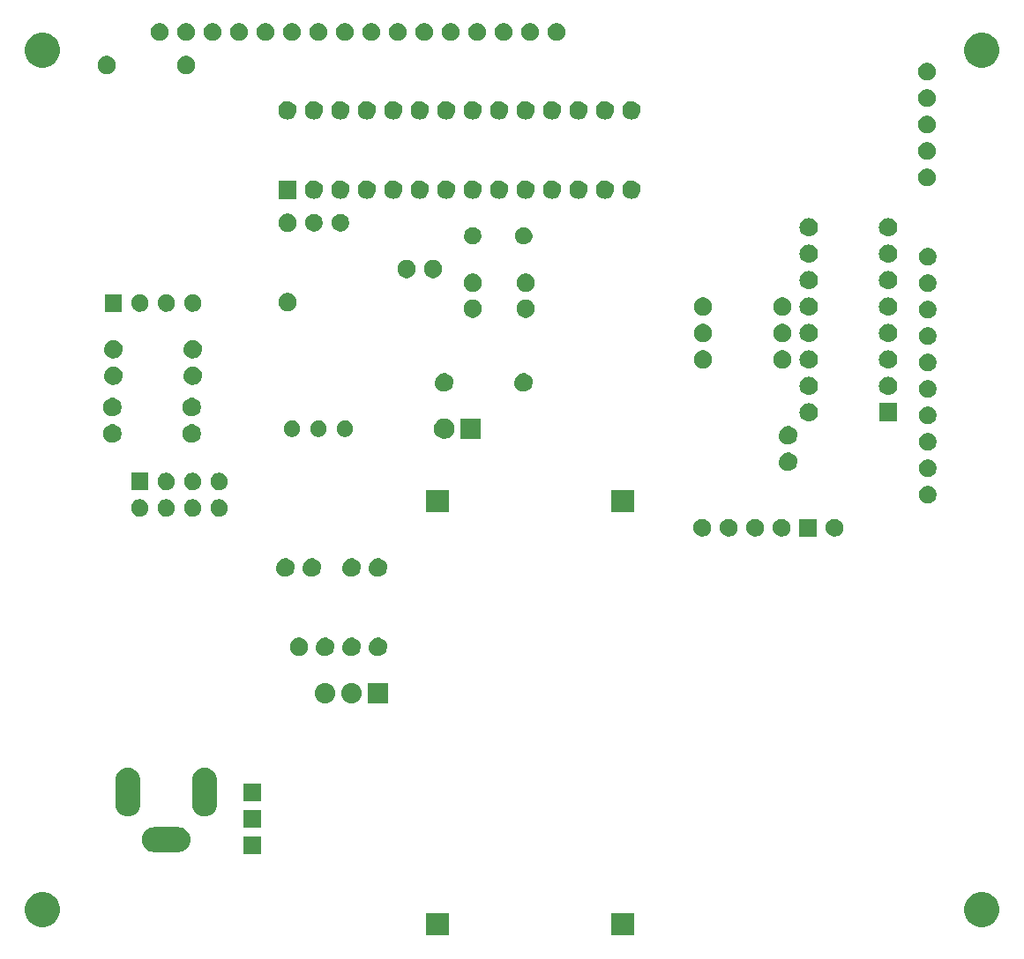
<source format=gbr>
G04 #@! TF.FileFunction,Soldermask,Top*
%FSLAX46Y46*%
G04 Gerber Fmt 4.6, Leading zero omitted, Abs format (unit mm)*
G04 Created by KiCad (PCBNEW 4.0.7-e2-6376~58~ubuntu16.04.1) date Mon Oct 15 06:01:05 2018*
%MOMM*%
%LPD*%
G01*
G04 APERTURE LIST*
%ADD10C,0.100000*%
G04 APERTURE END LIST*
D10*
G36*
X147130000Y-135065000D02*
X144970000Y-135065000D01*
X144970000Y-132905000D01*
X147130000Y-132905000D01*
X147130000Y-135065000D01*
X147130000Y-135065000D01*
G37*
G36*
X129350000Y-135065000D02*
X127190000Y-135065000D01*
X127190000Y-132905000D01*
X129350000Y-132905000D01*
X129350000Y-135065000D01*
X129350000Y-135065000D01*
G37*
G36*
X180693383Y-130881393D02*
X181016115Y-130947641D01*
X181319835Y-131075312D01*
X181592979Y-131259550D01*
X181825130Y-131493327D01*
X182007452Y-131767745D01*
X182133004Y-132072357D01*
X182196860Y-132394852D01*
X182196860Y-132394877D01*
X182196992Y-132395545D01*
X182191738Y-132771857D01*
X182191586Y-132772525D01*
X182191586Y-132772544D01*
X182118750Y-133093133D01*
X181984741Y-133394123D01*
X181794830Y-133663338D01*
X181556240Y-133890544D01*
X181278057Y-134067084D01*
X180970896Y-134186224D01*
X180646431Y-134243437D01*
X180317038Y-134236536D01*
X179995257Y-134165788D01*
X179693348Y-134033888D01*
X179422808Y-133845857D01*
X179193942Y-133608859D01*
X179015466Y-133331919D01*
X178894182Y-133025590D01*
X178834707Y-132701536D01*
X178839307Y-132372106D01*
X178907807Y-132049838D01*
X179037598Y-131747011D01*
X179223736Y-131475166D01*
X179459126Y-131244654D01*
X179734817Y-131064247D01*
X180040287Y-130940829D01*
X180363919Y-130879092D01*
X180693383Y-130881393D01*
X180693383Y-130881393D01*
G37*
G36*
X90523383Y-130881393D02*
X90846115Y-130947641D01*
X91149835Y-131075312D01*
X91422979Y-131259550D01*
X91655130Y-131493327D01*
X91837452Y-131767745D01*
X91963004Y-132072357D01*
X92026860Y-132394852D01*
X92026860Y-132394877D01*
X92026992Y-132395545D01*
X92021738Y-132771857D01*
X92021586Y-132772525D01*
X92021586Y-132772544D01*
X91948750Y-133093133D01*
X91814741Y-133394123D01*
X91624830Y-133663338D01*
X91386240Y-133890544D01*
X91108057Y-134067084D01*
X90800896Y-134186224D01*
X90476431Y-134243437D01*
X90147038Y-134236536D01*
X89825257Y-134165788D01*
X89523348Y-134033888D01*
X89252808Y-133845857D01*
X89023942Y-133608859D01*
X88845466Y-133331919D01*
X88724182Y-133025590D01*
X88664707Y-132701536D01*
X88669307Y-132372106D01*
X88737807Y-132049838D01*
X88867598Y-131747011D01*
X89053736Y-131475166D01*
X89289126Y-131244654D01*
X89564817Y-131064247D01*
X89870287Y-130940829D01*
X90193919Y-130879092D01*
X90523383Y-130881393D01*
X90523383Y-130881393D01*
G37*
G36*
X111332000Y-127207000D02*
X109648000Y-127207000D01*
X109648000Y-125523000D01*
X111332000Y-125523000D01*
X111332000Y-127207000D01*
X111332000Y-127207000D01*
G37*
G36*
X103384043Y-124635088D02*
X103384051Y-124635089D01*
X103388098Y-124635117D01*
X103621808Y-124661332D01*
X103845974Y-124732442D01*
X104052059Y-124845738D01*
X104232214Y-124996906D01*
X104379575Y-125180186D01*
X104488531Y-125388599D01*
X104554930Y-125614206D01*
X104554935Y-125614266D01*
X104554944Y-125614295D01*
X104576249Y-125848408D01*
X104551677Y-126082201D01*
X104551670Y-126082224D01*
X104551662Y-126082299D01*
X104482119Y-126306956D01*
X104370264Y-126513827D01*
X104220358Y-126695033D01*
X104038111Y-126843670D01*
X103830464Y-126954078D01*
X103605326Y-127022051D01*
X103371274Y-127045000D01*
X101098652Y-127045000D01*
X101085957Y-127044912D01*
X101085949Y-127044911D01*
X101081902Y-127044883D01*
X100848192Y-127018668D01*
X100624026Y-126947558D01*
X100417941Y-126834262D01*
X100237786Y-126683094D01*
X100090425Y-126499814D01*
X99981469Y-126291401D01*
X99915070Y-126065794D01*
X99915065Y-126065734D01*
X99915056Y-126065705D01*
X99893751Y-125831592D01*
X99918323Y-125597799D01*
X99918330Y-125597776D01*
X99918338Y-125597701D01*
X99987881Y-125373044D01*
X100099736Y-125166173D01*
X100249642Y-124984967D01*
X100431889Y-124836330D01*
X100639536Y-124725922D01*
X100864674Y-124657949D01*
X101098726Y-124635000D01*
X103371348Y-124635000D01*
X103384043Y-124635088D01*
X103384043Y-124635088D01*
G37*
G36*
X111332000Y-124667000D02*
X109648000Y-124667000D01*
X109648000Y-122983000D01*
X111332000Y-122983000D01*
X111332000Y-124667000D01*
X111332000Y-124667000D01*
G37*
G36*
X98802201Y-118968323D02*
X98802224Y-118968330D01*
X98802299Y-118968338D01*
X99026956Y-119037881D01*
X99233827Y-119149736D01*
X99415033Y-119299642D01*
X99563670Y-119481889D01*
X99674078Y-119689536D01*
X99742051Y-119914674D01*
X99765000Y-120148726D01*
X99765000Y-122421348D01*
X99764912Y-122434043D01*
X99764911Y-122434051D01*
X99764883Y-122438098D01*
X99738668Y-122671808D01*
X99667558Y-122895974D01*
X99554262Y-123102059D01*
X99403094Y-123282214D01*
X99219814Y-123429575D01*
X99011401Y-123538531D01*
X98785794Y-123604930D01*
X98785734Y-123604935D01*
X98785705Y-123604944D01*
X98551592Y-123626249D01*
X98317799Y-123601677D01*
X98317776Y-123601670D01*
X98317701Y-123601662D01*
X98093044Y-123532119D01*
X97886173Y-123420264D01*
X97704967Y-123270358D01*
X97556330Y-123088111D01*
X97445922Y-122880464D01*
X97377949Y-122655326D01*
X97355000Y-122421274D01*
X97355000Y-120148652D01*
X97355088Y-120135957D01*
X97355089Y-120135949D01*
X97355117Y-120131902D01*
X97381332Y-119898192D01*
X97452442Y-119674026D01*
X97565738Y-119467941D01*
X97716906Y-119287786D01*
X97900186Y-119140425D01*
X98108599Y-119031469D01*
X98334206Y-118965070D01*
X98334266Y-118965065D01*
X98334295Y-118965056D01*
X98568408Y-118943751D01*
X98802201Y-118968323D01*
X98802201Y-118968323D01*
G37*
G36*
X106152201Y-118968323D02*
X106152224Y-118968330D01*
X106152299Y-118968338D01*
X106376956Y-119037881D01*
X106583827Y-119149736D01*
X106765033Y-119299642D01*
X106913670Y-119481889D01*
X107024078Y-119689536D01*
X107092051Y-119914674D01*
X107115000Y-120148726D01*
X107115000Y-122421348D01*
X107114912Y-122434043D01*
X107114911Y-122434051D01*
X107114883Y-122438098D01*
X107088668Y-122671808D01*
X107017558Y-122895974D01*
X106904262Y-123102059D01*
X106753094Y-123282214D01*
X106569814Y-123429575D01*
X106361401Y-123538531D01*
X106135794Y-123604930D01*
X106135734Y-123604935D01*
X106135705Y-123604944D01*
X105901592Y-123626249D01*
X105667799Y-123601677D01*
X105667776Y-123601670D01*
X105667701Y-123601662D01*
X105443044Y-123532119D01*
X105236173Y-123420264D01*
X105054967Y-123270358D01*
X104906330Y-123088111D01*
X104795922Y-122880464D01*
X104727949Y-122655326D01*
X104705000Y-122421274D01*
X104705000Y-120148652D01*
X104705088Y-120135957D01*
X104705089Y-120135949D01*
X104705117Y-120131902D01*
X104731332Y-119898192D01*
X104802442Y-119674026D01*
X104915738Y-119467941D01*
X105066906Y-119287786D01*
X105250186Y-119140425D01*
X105458599Y-119031469D01*
X105684206Y-118965070D01*
X105684266Y-118965065D01*
X105684295Y-118965056D01*
X105918408Y-118943751D01*
X106152201Y-118968323D01*
X106152201Y-118968323D01*
G37*
G36*
X111332000Y-122127000D02*
X109648000Y-122127000D01*
X109648000Y-120443000D01*
X111332000Y-120443000D01*
X111332000Y-122127000D01*
X111332000Y-122127000D01*
G37*
G36*
X123535000Y-112740000D02*
X121575000Y-112740000D01*
X121575000Y-110780000D01*
X123535000Y-110780000D01*
X123535000Y-112740000D01*
X123535000Y-112740000D01*
G37*
G36*
X120029369Y-110780067D02*
X120029374Y-110780068D01*
X120033425Y-110780096D01*
X120223495Y-110801415D01*
X120405805Y-110859247D01*
X120573410Y-110951389D01*
X120719925Y-111074330D01*
X120839771Y-111223388D01*
X120928382Y-111392886D01*
X120982384Y-111576366D01*
X120982390Y-111576432D01*
X120982397Y-111576456D01*
X120999723Y-111766837D01*
X120979740Y-111956958D01*
X120979734Y-111956976D01*
X120979726Y-111957056D01*
X120923168Y-112139765D01*
X120832199Y-112308009D01*
X120710284Y-112455379D01*
X120562066Y-112576263D01*
X120393191Y-112666055D01*
X120210092Y-112721336D01*
X120019742Y-112740000D01*
X120010183Y-112740000D01*
X120000631Y-112739933D01*
X120000626Y-112739932D01*
X119996575Y-112739904D01*
X119806505Y-112718585D01*
X119624195Y-112660753D01*
X119456590Y-112568611D01*
X119310075Y-112445670D01*
X119190229Y-112296612D01*
X119101618Y-112127114D01*
X119047616Y-111943634D01*
X119047610Y-111943568D01*
X119047603Y-111943544D01*
X119030277Y-111753163D01*
X119050260Y-111563042D01*
X119050266Y-111563024D01*
X119050274Y-111562944D01*
X119106832Y-111380235D01*
X119197801Y-111211991D01*
X119319716Y-111064621D01*
X119467934Y-110943737D01*
X119636809Y-110853945D01*
X119819908Y-110798664D01*
X120010258Y-110780000D01*
X120019817Y-110780000D01*
X120029369Y-110780067D01*
X120029369Y-110780067D01*
G37*
G36*
X117489369Y-110780067D02*
X117489374Y-110780068D01*
X117493425Y-110780096D01*
X117683495Y-110801415D01*
X117865805Y-110859247D01*
X118033410Y-110951389D01*
X118179925Y-111074330D01*
X118299771Y-111223388D01*
X118388382Y-111392886D01*
X118442384Y-111576366D01*
X118442390Y-111576432D01*
X118442397Y-111576456D01*
X118459723Y-111766837D01*
X118439740Y-111956958D01*
X118439734Y-111956976D01*
X118439726Y-111957056D01*
X118383168Y-112139765D01*
X118292199Y-112308009D01*
X118170284Y-112455379D01*
X118022066Y-112576263D01*
X117853191Y-112666055D01*
X117670092Y-112721336D01*
X117479742Y-112740000D01*
X117470183Y-112740000D01*
X117460631Y-112739933D01*
X117460626Y-112739932D01*
X117456575Y-112739904D01*
X117266505Y-112718585D01*
X117084195Y-112660753D01*
X116916590Y-112568611D01*
X116770075Y-112445670D01*
X116650229Y-112296612D01*
X116561618Y-112127114D01*
X116507616Y-111943634D01*
X116507610Y-111943568D01*
X116507603Y-111943544D01*
X116490277Y-111753163D01*
X116510260Y-111563042D01*
X116510266Y-111563024D01*
X116510274Y-111562944D01*
X116566832Y-111380235D01*
X116657801Y-111211991D01*
X116779716Y-111064621D01*
X116927934Y-110943737D01*
X117096809Y-110853945D01*
X117279908Y-110798664D01*
X117470258Y-110780000D01*
X117479817Y-110780000D01*
X117489369Y-110780067D01*
X117489369Y-110780067D01*
G37*
G36*
X117567432Y-106435583D02*
X117736486Y-106470284D01*
X117895576Y-106537159D01*
X118038652Y-106633665D01*
X118160254Y-106756119D01*
X118255757Y-106899862D01*
X118321522Y-107059420D01*
X118354905Y-107228022D01*
X118354905Y-107228039D01*
X118355038Y-107228712D01*
X118352285Y-107425827D01*
X118352134Y-107426490D01*
X118352134Y-107426514D01*
X118314055Y-107594119D01*
X118243863Y-107751771D01*
X118144381Y-107892797D01*
X118019408Y-108011807D01*
X117873692Y-108104282D01*
X117712798Y-108166688D01*
X117542838Y-108196657D01*
X117370300Y-108193042D01*
X117201747Y-108155983D01*
X117043604Y-108086892D01*
X116901893Y-107988401D01*
X116782007Y-107864255D01*
X116688523Y-107719198D01*
X116624992Y-107558735D01*
X116593839Y-107388993D01*
X116596248Y-107216435D01*
X116632129Y-107047627D01*
X116700116Y-106889001D01*
X116797617Y-106746606D01*
X116920918Y-106625860D01*
X117065323Y-106531364D01*
X117225334Y-106466715D01*
X117394856Y-106434377D01*
X117567432Y-106435583D01*
X117567432Y-106435583D01*
G37*
G36*
X122647432Y-106435583D02*
X122816486Y-106470284D01*
X122975576Y-106537159D01*
X123118652Y-106633665D01*
X123240254Y-106756119D01*
X123335757Y-106899862D01*
X123401522Y-107059420D01*
X123434905Y-107228022D01*
X123434905Y-107228039D01*
X123435038Y-107228712D01*
X123432285Y-107425827D01*
X123432134Y-107426490D01*
X123432134Y-107426514D01*
X123394055Y-107594119D01*
X123323863Y-107751771D01*
X123224381Y-107892797D01*
X123099408Y-108011807D01*
X122953692Y-108104282D01*
X122792798Y-108166688D01*
X122622838Y-108196657D01*
X122450300Y-108193042D01*
X122281747Y-108155983D01*
X122123604Y-108086892D01*
X121981893Y-107988401D01*
X121862007Y-107864255D01*
X121768523Y-107719198D01*
X121704992Y-107558735D01*
X121673839Y-107388993D01*
X121676248Y-107216435D01*
X121712129Y-107047627D01*
X121780116Y-106889001D01*
X121877617Y-106746606D01*
X122000918Y-106625860D01*
X122145323Y-106531364D01*
X122305334Y-106466715D01*
X122474856Y-106434377D01*
X122647432Y-106435583D01*
X122647432Y-106435583D01*
G37*
G36*
X120107432Y-106435583D02*
X120276486Y-106470284D01*
X120435576Y-106537159D01*
X120578652Y-106633665D01*
X120700254Y-106756119D01*
X120795757Y-106899862D01*
X120861522Y-107059420D01*
X120894905Y-107228022D01*
X120894905Y-107228039D01*
X120895038Y-107228712D01*
X120892285Y-107425827D01*
X120892134Y-107426490D01*
X120892134Y-107426514D01*
X120854055Y-107594119D01*
X120783863Y-107751771D01*
X120684381Y-107892797D01*
X120559408Y-108011807D01*
X120413692Y-108104282D01*
X120252798Y-108166688D01*
X120082838Y-108196657D01*
X119910300Y-108193042D01*
X119741747Y-108155983D01*
X119583604Y-108086892D01*
X119441893Y-107988401D01*
X119322007Y-107864255D01*
X119228523Y-107719198D01*
X119164992Y-107558735D01*
X119133839Y-107388993D01*
X119136248Y-107216435D01*
X119172129Y-107047627D01*
X119240116Y-106889001D01*
X119337617Y-106746606D01*
X119460918Y-106625860D01*
X119605323Y-106531364D01*
X119765334Y-106466715D01*
X119934856Y-106434377D01*
X120107432Y-106435583D01*
X120107432Y-106435583D01*
G37*
G36*
X115067432Y-106435583D02*
X115236486Y-106470284D01*
X115395576Y-106537159D01*
X115538652Y-106633665D01*
X115660254Y-106756119D01*
X115755757Y-106899862D01*
X115821522Y-107059420D01*
X115854905Y-107228022D01*
X115854905Y-107228039D01*
X115855038Y-107228712D01*
X115852285Y-107425827D01*
X115852134Y-107426490D01*
X115852134Y-107426514D01*
X115814055Y-107594119D01*
X115743863Y-107751771D01*
X115644381Y-107892797D01*
X115519408Y-108011807D01*
X115373692Y-108104282D01*
X115212798Y-108166688D01*
X115042838Y-108196657D01*
X114870300Y-108193042D01*
X114701747Y-108155983D01*
X114543604Y-108086892D01*
X114401893Y-107988401D01*
X114282007Y-107864255D01*
X114188523Y-107719198D01*
X114124992Y-107558735D01*
X114093839Y-107388993D01*
X114096248Y-107216435D01*
X114132129Y-107047627D01*
X114200116Y-106889001D01*
X114297617Y-106746606D01*
X114420918Y-106625860D01*
X114565323Y-106531364D01*
X114725334Y-106466715D01*
X114894856Y-106434377D01*
X115067432Y-106435583D01*
X115067432Y-106435583D01*
G37*
G36*
X122647432Y-98815583D02*
X122816486Y-98850284D01*
X122975576Y-98917159D01*
X123118652Y-99013665D01*
X123240254Y-99136119D01*
X123335757Y-99279862D01*
X123401522Y-99439420D01*
X123434905Y-99608022D01*
X123434905Y-99608039D01*
X123435038Y-99608712D01*
X123432285Y-99805827D01*
X123432134Y-99806490D01*
X123432134Y-99806514D01*
X123394055Y-99974119D01*
X123323863Y-100131771D01*
X123224381Y-100272797D01*
X123099408Y-100391807D01*
X122953692Y-100484282D01*
X122792798Y-100546688D01*
X122622838Y-100576657D01*
X122450300Y-100573042D01*
X122281747Y-100535983D01*
X122123604Y-100466892D01*
X121981893Y-100368401D01*
X121862007Y-100244255D01*
X121768523Y-100099198D01*
X121704992Y-99938735D01*
X121673839Y-99768993D01*
X121676248Y-99596435D01*
X121712129Y-99427627D01*
X121780116Y-99269001D01*
X121877617Y-99126606D01*
X122000918Y-99005860D01*
X122145323Y-98911364D01*
X122305334Y-98846715D01*
X122474856Y-98814377D01*
X122647432Y-98815583D01*
X122647432Y-98815583D01*
G37*
G36*
X120107432Y-98815583D02*
X120276486Y-98850284D01*
X120435576Y-98917159D01*
X120578652Y-99013665D01*
X120700254Y-99136119D01*
X120795757Y-99279862D01*
X120861522Y-99439420D01*
X120894905Y-99608022D01*
X120894905Y-99608039D01*
X120895038Y-99608712D01*
X120892285Y-99805827D01*
X120892134Y-99806490D01*
X120892134Y-99806514D01*
X120854055Y-99974119D01*
X120783863Y-100131771D01*
X120684381Y-100272797D01*
X120559408Y-100391807D01*
X120413692Y-100484282D01*
X120252798Y-100546688D01*
X120082838Y-100576657D01*
X119910300Y-100573042D01*
X119741747Y-100535983D01*
X119583604Y-100466892D01*
X119441893Y-100368401D01*
X119322007Y-100244255D01*
X119228523Y-100099198D01*
X119164992Y-99938735D01*
X119133839Y-99768993D01*
X119136248Y-99596435D01*
X119172129Y-99427627D01*
X119240116Y-99269001D01*
X119337617Y-99126606D01*
X119460918Y-99005860D01*
X119605323Y-98911364D01*
X119765334Y-98846715D01*
X119934856Y-98814377D01*
X120107432Y-98815583D01*
X120107432Y-98815583D01*
G37*
G36*
X116297432Y-98815583D02*
X116466486Y-98850284D01*
X116625576Y-98917159D01*
X116768652Y-99013665D01*
X116890254Y-99136119D01*
X116985757Y-99279862D01*
X117051522Y-99439420D01*
X117084905Y-99608022D01*
X117084905Y-99608039D01*
X117085038Y-99608712D01*
X117082285Y-99805827D01*
X117082134Y-99806490D01*
X117082134Y-99806514D01*
X117044055Y-99974119D01*
X116973863Y-100131771D01*
X116874381Y-100272797D01*
X116749408Y-100391807D01*
X116603692Y-100484282D01*
X116442798Y-100546688D01*
X116272838Y-100576657D01*
X116100300Y-100573042D01*
X115931747Y-100535983D01*
X115773604Y-100466892D01*
X115631893Y-100368401D01*
X115512007Y-100244255D01*
X115418523Y-100099198D01*
X115354992Y-99938735D01*
X115323839Y-99768993D01*
X115326248Y-99596435D01*
X115362129Y-99427627D01*
X115430116Y-99269001D01*
X115527617Y-99126606D01*
X115650918Y-99005860D01*
X115795323Y-98911364D01*
X115955334Y-98846715D01*
X116124856Y-98814377D01*
X116297432Y-98815583D01*
X116297432Y-98815583D01*
G37*
G36*
X113757432Y-98815583D02*
X113926486Y-98850284D01*
X114085576Y-98917159D01*
X114228652Y-99013665D01*
X114350254Y-99136119D01*
X114445757Y-99279862D01*
X114511522Y-99439420D01*
X114544905Y-99608022D01*
X114544905Y-99608039D01*
X114545038Y-99608712D01*
X114542285Y-99805827D01*
X114542134Y-99806490D01*
X114542134Y-99806514D01*
X114504055Y-99974119D01*
X114433863Y-100131771D01*
X114334381Y-100272797D01*
X114209408Y-100391807D01*
X114063692Y-100484282D01*
X113902798Y-100546688D01*
X113732838Y-100576657D01*
X113560300Y-100573042D01*
X113391747Y-100535983D01*
X113233604Y-100466892D01*
X113091893Y-100368401D01*
X112972007Y-100244255D01*
X112878523Y-100099198D01*
X112814992Y-99938735D01*
X112783839Y-99768993D01*
X112786248Y-99596435D01*
X112822129Y-99427627D01*
X112890116Y-99269001D01*
X112987617Y-99126606D01*
X113110918Y-99005860D01*
X113255323Y-98911364D01*
X113415334Y-98846715D01*
X113584856Y-98814377D01*
X113757432Y-98815583D01*
X113757432Y-98815583D01*
G37*
G36*
X161378444Y-95043557D02*
X161540191Y-95076759D01*
X161692415Y-95140748D01*
X161829313Y-95233087D01*
X161945664Y-95350253D01*
X162037041Y-95487788D01*
X162099967Y-95640457D01*
X162131903Y-95801748D01*
X162131903Y-95801765D01*
X162132036Y-95802438D01*
X162129402Y-95991041D01*
X162129251Y-95991704D01*
X162129251Y-95991728D01*
X162092824Y-96152061D01*
X162025659Y-96302915D01*
X161930476Y-96437847D01*
X161810900Y-96551717D01*
X161671474Y-96640199D01*
X161517531Y-96699910D01*
X161354909Y-96728585D01*
X161189820Y-96725126D01*
X161028547Y-96689669D01*
X160877233Y-96623561D01*
X160741641Y-96529322D01*
X160626935Y-96410540D01*
X160537485Y-96271741D01*
X160476696Y-96118208D01*
X160446889Y-95955797D01*
X160449194Y-95790691D01*
X160483526Y-95629172D01*
X160548577Y-95477396D01*
X160641866Y-95341153D01*
X160759844Y-95225619D01*
X160898017Y-95135201D01*
X161051114Y-95073346D01*
X161213317Y-95042404D01*
X161378444Y-95043557D01*
X161378444Y-95043557D01*
G37*
G36*
X153758444Y-95043557D02*
X153920191Y-95076759D01*
X154072415Y-95140748D01*
X154209313Y-95233087D01*
X154325664Y-95350253D01*
X154417041Y-95487788D01*
X154479967Y-95640457D01*
X154511903Y-95801748D01*
X154511903Y-95801765D01*
X154512036Y-95802438D01*
X154509402Y-95991041D01*
X154509251Y-95991704D01*
X154509251Y-95991728D01*
X154472824Y-96152061D01*
X154405659Y-96302915D01*
X154310476Y-96437847D01*
X154190900Y-96551717D01*
X154051474Y-96640199D01*
X153897531Y-96699910D01*
X153734909Y-96728585D01*
X153569820Y-96725126D01*
X153408547Y-96689669D01*
X153257233Y-96623561D01*
X153121641Y-96529322D01*
X153006935Y-96410540D01*
X152917485Y-96271741D01*
X152856696Y-96118208D01*
X152826889Y-95955797D01*
X152829194Y-95790691D01*
X152863526Y-95629172D01*
X152928577Y-95477396D01*
X153021866Y-95341153D01*
X153139844Y-95225619D01*
X153278017Y-95135201D01*
X153431114Y-95073346D01*
X153593317Y-95042404D01*
X153758444Y-95043557D01*
X153758444Y-95043557D01*
G37*
G36*
X166458444Y-95043557D02*
X166620191Y-95076759D01*
X166772415Y-95140748D01*
X166909313Y-95233087D01*
X167025664Y-95350253D01*
X167117041Y-95487788D01*
X167179967Y-95640457D01*
X167211903Y-95801748D01*
X167211903Y-95801765D01*
X167212036Y-95802438D01*
X167209402Y-95991041D01*
X167209251Y-95991704D01*
X167209251Y-95991728D01*
X167172824Y-96152061D01*
X167105659Y-96302915D01*
X167010476Y-96437847D01*
X166890900Y-96551717D01*
X166751474Y-96640199D01*
X166597531Y-96699910D01*
X166434909Y-96728585D01*
X166269820Y-96725126D01*
X166108547Y-96689669D01*
X165957233Y-96623561D01*
X165821641Y-96529322D01*
X165706935Y-96410540D01*
X165617485Y-96271741D01*
X165556696Y-96118208D01*
X165526889Y-95955797D01*
X165529194Y-95790691D01*
X165563526Y-95629172D01*
X165628577Y-95477396D01*
X165721866Y-95341153D01*
X165839844Y-95225619D01*
X165978017Y-95135201D01*
X166131114Y-95073346D01*
X166293317Y-95042404D01*
X166458444Y-95043557D01*
X166458444Y-95043557D01*
G37*
G36*
X156298444Y-95043557D02*
X156460191Y-95076759D01*
X156612415Y-95140748D01*
X156749313Y-95233087D01*
X156865664Y-95350253D01*
X156957041Y-95487788D01*
X157019967Y-95640457D01*
X157051903Y-95801748D01*
X157051903Y-95801765D01*
X157052036Y-95802438D01*
X157049402Y-95991041D01*
X157049251Y-95991704D01*
X157049251Y-95991728D01*
X157012824Y-96152061D01*
X156945659Y-96302915D01*
X156850476Y-96437847D01*
X156730900Y-96551717D01*
X156591474Y-96640199D01*
X156437531Y-96699910D01*
X156274909Y-96728585D01*
X156109820Y-96725126D01*
X155948547Y-96689669D01*
X155797233Y-96623561D01*
X155661641Y-96529322D01*
X155546935Y-96410540D01*
X155457485Y-96271741D01*
X155396696Y-96118208D01*
X155366889Y-95955797D01*
X155369194Y-95790691D01*
X155403526Y-95629172D01*
X155468577Y-95477396D01*
X155561866Y-95341153D01*
X155679844Y-95225619D01*
X155818017Y-95135201D01*
X155971114Y-95073346D01*
X156133317Y-95042404D01*
X156298444Y-95043557D01*
X156298444Y-95043557D01*
G37*
G36*
X158838444Y-95043557D02*
X159000191Y-95076759D01*
X159152415Y-95140748D01*
X159289313Y-95233087D01*
X159405664Y-95350253D01*
X159497041Y-95487788D01*
X159559967Y-95640457D01*
X159591903Y-95801748D01*
X159591903Y-95801765D01*
X159592036Y-95802438D01*
X159589402Y-95991041D01*
X159589251Y-95991704D01*
X159589251Y-95991728D01*
X159552824Y-96152061D01*
X159485659Y-96302915D01*
X159390476Y-96437847D01*
X159270900Y-96551717D01*
X159131474Y-96640199D01*
X158977531Y-96699910D01*
X158814909Y-96728585D01*
X158649820Y-96725126D01*
X158488547Y-96689669D01*
X158337233Y-96623561D01*
X158201641Y-96529322D01*
X158086935Y-96410540D01*
X157997485Y-96271741D01*
X157936696Y-96118208D01*
X157906889Y-95955797D01*
X157909194Y-95790691D01*
X157943526Y-95629172D01*
X158008577Y-95477396D01*
X158101866Y-95341153D01*
X158219844Y-95225619D01*
X158358017Y-95135201D01*
X158511114Y-95073346D01*
X158673317Y-95042404D01*
X158838444Y-95043557D01*
X158838444Y-95043557D01*
G37*
G36*
X164672000Y-96727000D02*
X162988000Y-96727000D01*
X162988000Y-95043000D01*
X164672000Y-95043000D01*
X164672000Y-96727000D01*
X164672000Y-96727000D01*
G37*
G36*
X102323444Y-93138557D02*
X102485191Y-93171759D01*
X102637415Y-93235748D01*
X102774313Y-93328087D01*
X102890664Y-93445253D01*
X102982041Y-93582788D01*
X103044967Y-93735457D01*
X103076903Y-93896748D01*
X103076903Y-93896765D01*
X103077036Y-93897438D01*
X103074402Y-94086041D01*
X103074251Y-94086704D01*
X103074251Y-94086728D01*
X103037824Y-94247061D01*
X102970659Y-94397915D01*
X102875476Y-94532847D01*
X102755900Y-94646717D01*
X102616474Y-94735199D01*
X102462531Y-94794910D01*
X102299909Y-94823585D01*
X102134820Y-94820126D01*
X101973547Y-94784669D01*
X101822233Y-94718561D01*
X101686641Y-94624322D01*
X101571935Y-94505540D01*
X101482485Y-94366741D01*
X101421696Y-94213208D01*
X101391889Y-94050797D01*
X101394194Y-93885691D01*
X101428526Y-93724172D01*
X101493577Y-93572396D01*
X101586866Y-93436153D01*
X101704844Y-93320619D01*
X101843017Y-93230201D01*
X101996114Y-93168346D01*
X102158317Y-93137404D01*
X102323444Y-93138557D01*
X102323444Y-93138557D01*
G37*
G36*
X99783444Y-93138557D02*
X99945191Y-93171759D01*
X100097415Y-93235748D01*
X100234313Y-93328087D01*
X100350664Y-93445253D01*
X100442041Y-93582788D01*
X100504967Y-93735457D01*
X100536903Y-93896748D01*
X100536903Y-93896765D01*
X100537036Y-93897438D01*
X100534402Y-94086041D01*
X100534251Y-94086704D01*
X100534251Y-94086728D01*
X100497824Y-94247061D01*
X100430659Y-94397915D01*
X100335476Y-94532847D01*
X100215900Y-94646717D01*
X100076474Y-94735199D01*
X99922531Y-94794910D01*
X99759909Y-94823585D01*
X99594820Y-94820126D01*
X99433547Y-94784669D01*
X99282233Y-94718561D01*
X99146641Y-94624322D01*
X99031935Y-94505540D01*
X98942485Y-94366741D01*
X98881696Y-94213208D01*
X98851889Y-94050797D01*
X98854194Y-93885691D01*
X98888526Y-93724172D01*
X98953577Y-93572396D01*
X99046866Y-93436153D01*
X99164844Y-93320619D01*
X99303017Y-93230201D01*
X99456114Y-93168346D01*
X99618317Y-93137404D01*
X99783444Y-93138557D01*
X99783444Y-93138557D01*
G37*
G36*
X107403444Y-93138557D02*
X107565191Y-93171759D01*
X107717415Y-93235748D01*
X107854313Y-93328087D01*
X107970664Y-93445253D01*
X108062041Y-93582788D01*
X108124967Y-93735457D01*
X108156903Y-93896748D01*
X108156903Y-93896765D01*
X108157036Y-93897438D01*
X108154402Y-94086041D01*
X108154251Y-94086704D01*
X108154251Y-94086728D01*
X108117824Y-94247061D01*
X108050659Y-94397915D01*
X107955476Y-94532847D01*
X107835900Y-94646717D01*
X107696474Y-94735199D01*
X107542531Y-94794910D01*
X107379909Y-94823585D01*
X107214820Y-94820126D01*
X107053547Y-94784669D01*
X106902233Y-94718561D01*
X106766641Y-94624322D01*
X106651935Y-94505540D01*
X106562485Y-94366741D01*
X106501696Y-94213208D01*
X106471889Y-94050797D01*
X106474194Y-93885691D01*
X106508526Y-93724172D01*
X106573577Y-93572396D01*
X106666866Y-93436153D01*
X106784844Y-93320619D01*
X106923017Y-93230201D01*
X107076114Y-93168346D01*
X107238317Y-93137404D01*
X107403444Y-93138557D01*
X107403444Y-93138557D01*
G37*
G36*
X104863444Y-93138557D02*
X105025191Y-93171759D01*
X105177415Y-93235748D01*
X105314313Y-93328087D01*
X105430664Y-93445253D01*
X105522041Y-93582788D01*
X105584967Y-93735457D01*
X105616903Y-93896748D01*
X105616903Y-93896765D01*
X105617036Y-93897438D01*
X105614402Y-94086041D01*
X105614251Y-94086704D01*
X105614251Y-94086728D01*
X105577824Y-94247061D01*
X105510659Y-94397915D01*
X105415476Y-94532847D01*
X105295900Y-94646717D01*
X105156474Y-94735199D01*
X105002531Y-94794910D01*
X104839909Y-94823585D01*
X104674820Y-94820126D01*
X104513547Y-94784669D01*
X104362233Y-94718561D01*
X104226641Y-94624322D01*
X104111935Y-94505540D01*
X104022485Y-94366741D01*
X103961696Y-94213208D01*
X103931889Y-94050797D01*
X103934194Y-93885691D01*
X103968526Y-93724172D01*
X104033577Y-93572396D01*
X104126866Y-93436153D01*
X104244844Y-93320619D01*
X104383017Y-93230201D01*
X104536114Y-93168346D01*
X104698317Y-93137404D01*
X104863444Y-93138557D01*
X104863444Y-93138557D01*
G37*
G36*
X147130000Y-94425000D02*
X144970000Y-94425000D01*
X144970000Y-92265000D01*
X147130000Y-92265000D01*
X147130000Y-94425000D01*
X147130000Y-94425000D01*
G37*
G36*
X129350000Y-94425000D02*
X127190000Y-94425000D01*
X127190000Y-92265000D01*
X129350000Y-92265000D01*
X129350000Y-94425000D01*
X129350000Y-94425000D01*
G37*
G36*
X175423484Y-91868557D02*
X175585231Y-91901759D01*
X175737455Y-91965748D01*
X175874353Y-92058087D01*
X175990704Y-92175253D01*
X176082081Y-92312788D01*
X176145007Y-92465457D01*
X176176943Y-92626748D01*
X176176943Y-92626765D01*
X176177076Y-92627438D01*
X176174442Y-92816041D01*
X176174291Y-92816704D01*
X176174291Y-92816728D01*
X176137864Y-92977061D01*
X176070699Y-93127915D01*
X175975516Y-93262847D01*
X175855940Y-93376717D01*
X175716514Y-93465199D01*
X175562571Y-93524910D01*
X175399949Y-93553585D01*
X175234860Y-93550126D01*
X175073587Y-93514669D01*
X174922273Y-93448561D01*
X174786681Y-93354322D01*
X174671975Y-93235540D01*
X174582525Y-93096741D01*
X174521736Y-92943208D01*
X174491929Y-92780797D01*
X174494234Y-92615691D01*
X174528566Y-92454172D01*
X174593617Y-92302396D01*
X174686906Y-92166153D01*
X174804884Y-92050619D01*
X174943057Y-91960201D01*
X175096154Y-91898346D01*
X175258357Y-91867404D01*
X175423484Y-91868557D01*
X175423484Y-91868557D01*
G37*
G36*
X104863444Y-90598557D02*
X105025191Y-90631759D01*
X105177415Y-90695748D01*
X105314313Y-90788087D01*
X105430664Y-90905253D01*
X105522041Y-91042788D01*
X105584967Y-91195457D01*
X105616903Y-91356748D01*
X105616903Y-91356765D01*
X105617036Y-91357438D01*
X105614402Y-91546041D01*
X105614251Y-91546704D01*
X105614251Y-91546728D01*
X105577824Y-91707061D01*
X105510659Y-91857915D01*
X105415476Y-91992847D01*
X105295900Y-92106717D01*
X105156474Y-92195199D01*
X105002531Y-92254910D01*
X104839909Y-92283585D01*
X104674820Y-92280126D01*
X104513547Y-92244669D01*
X104362233Y-92178561D01*
X104226641Y-92084322D01*
X104111935Y-91965540D01*
X104022485Y-91826741D01*
X103961696Y-91673208D01*
X103931889Y-91510797D01*
X103934194Y-91345691D01*
X103968526Y-91184172D01*
X104033577Y-91032396D01*
X104126866Y-90896153D01*
X104244844Y-90780619D01*
X104383017Y-90690201D01*
X104536114Y-90628346D01*
X104698317Y-90597404D01*
X104863444Y-90598557D01*
X104863444Y-90598557D01*
G37*
G36*
X107403444Y-90598557D02*
X107565191Y-90631759D01*
X107717415Y-90695748D01*
X107854313Y-90788087D01*
X107970664Y-90905253D01*
X108062041Y-91042788D01*
X108124967Y-91195457D01*
X108156903Y-91356748D01*
X108156903Y-91356765D01*
X108157036Y-91357438D01*
X108154402Y-91546041D01*
X108154251Y-91546704D01*
X108154251Y-91546728D01*
X108117824Y-91707061D01*
X108050659Y-91857915D01*
X107955476Y-91992847D01*
X107835900Y-92106717D01*
X107696474Y-92195199D01*
X107542531Y-92254910D01*
X107379909Y-92283585D01*
X107214820Y-92280126D01*
X107053547Y-92244669D01*
X106902233Y-92178561D01*
X106766641Y-92084322D01*
X106651935Y-91965540D01*
X106562485Y-91826741D01*
X106501696Y-91673208D01*
X106471889Y-91510797D01*
X106474194Y-91345691D01*
X106508526Y-91184172D01*
X106573577Y-91032396D01*
X106666866Y-90896153D01*
X106784844Y-90780619D01*
X106923017Y-90690201D01*
X107076114Y-90628346D01*
X107238317Y-90597404D01*
X107403444Y-90598557D01*
X107403444Y-90598557D01*
G37*
G36*
X102323444Y-90598557D02*
X102485191Y-90631759D01*
X102637415Y-90695748D01*
X102774313Y-90788087D01*
X102890664Y-90905253D01*
X102982041Y-91042788D01*
X103044967Y-91195457D01*
X103076903Y-91356748D01*
X103076903Y-91356765D01*
X103077036Y-91357438D01*
X103074402Y-91546041D01*
X103074251Y-91546704D01*
X103074251Y-91546728D01*
X103037824Y-91707061D01*
X102970659Y-91857915D01*
X102875476Y-91992847D01*
X102755900Y-92106717D01*
X102616474Y-92195199D01*
X102462531Y-92254910D01*
X102299909Y-92283585D01*
X102134820Y-92280126D01*
X101973547Y-92244669D01*
X101822233Y-92178561D01*
X101686641Y-92084322D01*
X101571935Y-91965540D01*
X101482485Y-91826741D01*
X101421696Y-91673208D01*
X101391889Y-91510797D01*
X101394194Y-91345691D01*
X101428526Y-91184172D01*
X101493577Y-91032396D01*
X101586866Y-90896153D01*
X101704844Y-90780619D01*
X101843017Y-90690201D01*
X101996114Y-90628346D01*
X102158317Y-90597404D01*
X102323444Y-90598557D01*
X102323444Y-90598557D01*
G37*
G36*
X100537000Y-92282000D02*
X98853000Y-92282000D01*
X98853000Y-90598000D01*
X100537000Y-90598000D01*
X100537000Y-92282000D01*
X100537000Y-92282000D01*
G37*
G36*
X175423484Y-89328557D02*
X175585231Y-89361759D01*
X175737455Y-89425748D01*
X175874353Y-89518087D01*
X175990704Y-89635253D01*
X176082081Y-89772788D01*
X176145007Y-89925457D01*
X176176943Y-90086748D01*
X176176943Y-90086765D01*
X176177076Y-90087438D01*
X176174442Y-90276041D01*
X176174291Y-90276704D01*
X176174291Y-90276728D01*
X176137864Y-90437061D01*
X176070699Y-90587915D01*
X175975516Y-90722847D01*
X175855940Y-90836717D01*
X175716514Y-90925199D01*
X175562571Y-90984910D01*
X175399949Y-91013585D01*
X175234860Y-91010126D01*
X175073587Y-90974669D01*
X174922273Y-90908561D01*
X174786681Y-90814322D01*
X174671975Y-90695540D01*
X174582525Y-90556741D01*
X174521736Y-90403208D01*
X174491929Y-90240797D01*
X174494234Y-90075691D01*
X174528566Y-89914172D01*
X174593617Y-89762396D01*
X174686906Y-89626153D01*
X174804884Y-89510619D01*
X174943057Y-89420201D01*
X175096154Y-89358346D01*
X175258357Y-89327404D01*
X175423484Y-89328557D01*
X175423484Y-89328557D01*
G37*
G36*
X162017432Y-88655583D02*
X162186486Y-88690284D01*
X162345576Y-88757159D01*
X162488652Y-88853665D01*
X162610254Y-88976119D01*
X162705757Y-89119862D01*
X162771522Y-89279420D01*
X162804905Y-89448022D01*
X162804905Y-89448039D01*
X162805038Y-89448712D01*
X162802285Y-89645827D01*
X162802134Y-89646490D01*
X162802134Y-89646514D01*
X162764055Y-89814119D01*
X162693863Y-89971771D01*
X162594381Y-90112797D01*
X162469408Y-90231807D01*
X162323692Y-90324282D01*
X162162798Y-90386688D01*
X161992838Y-90416657D01*
X161820300Y-90413042D01*
X161651747Y-90375983D01*
X161493604Y-90306892D01*
X161351893Y-90208401D01*
X161232007Y-90084255D01*
X161138523Y-89939198D01*
X161074992Y-89778735D01*
X161043839Y-89608993D01*
X161046248Y-89436435D01*
X161082129Y-89267627D01*
X161150116Y-89109001D01*
X161247617Y-88966606D01*
X161370918Y-88845860D01*
X161515323Y-88751364D01*
X161675334Y-88686715D01*
X161844856Y-88654377D01*
X162017432Y-88655583D01*
X162017432Y-88655583D01*
G37*
G36*
X175423484Y-86788557D02*
X175585231Y-86821759D01*
X175737455Y-86885748D01*
X175874353Y-86978087D01*
X175990704Y-87095253D01*
X176082081Y-87232788D01*
X176145007Y-87385457D01*
X176176943Y-87546748D01*
X176176943Y-87546765D01*
X176177076Y-87547438D01*
X176174442Y-87736041D01*
X176174291Y-87736704D01*
X176174291Y-87736728D01*
X176137864Y-87897061D01*
X176070699Y-88047915D01*
X175975516Y-88182847D01*
X175855940Y-88296717D01*
X175716514Y-88385199D01*
X175562571Y-88444910D01*
X175399949Y-88473585D01*
X175234860Y-88470126D01*
X175073587Y-88434669D01*
X174922273Y-88368561D01*
X174786681Y-88274322D01*
X174671975Y-88155540D01*
X174582525Y-88016741D01*
X174521736Y-87863208D01*
X174491929Y-87700797D01*
X174494234Y-87535691D01*
X174528566Y-87374172D01*
X174593617Y-87222396D01*
X174686906Y-87086153D01*
X174804884Y-86970619D01*
X174943057Y-86880201D01*
X175096154Y-86818346D01*
X175258357Y-86787404D01*
X175423484Y-86788557D01*
X175423484Y-86788557D01*
G37*
G36*
X162017432Y-86115583D02*
X162186486Y-86150284D01*
X162345576Y-86217159D01*
X162488652Y-86313665D01*
X162610254Y-86436119D01*
X162705757Y-86579862D01*
X162771522Y-86739420D01*
X162804905Y-86908022D01*
X162804905Y-86908039D01*
X162805038Y-86908712D01*
X162802285Y-87105827D01*
X162802134Y-87106490D01*
X162802134Y-87106514D01*
X162764055Y-87274119D01*
X162693863Y-87431771D01*
X162594381Y-87572797D01*
X162469408Y-87691807D01*
X162323692Y-87784282D01*
X162162798Y-87846688D01*
X161992838Y-87876657D01*
X161820300Y-87873042D01*
X161651747Y-87835983D01*
X161493604Y-87766892D01*
X161351893Y-87668401D01*
X161232007Y-87544255D01*
X161138523Y-87399198D01*
X161074992Y-87238735D01*
X161043839Y-87068993D01*
X161046248Y-86896435D01*
X161082129Y-86727627D01*
X161150116Y-86569001D01*
X161247617Y-86426606D01*
X161370918Y-86305860D01*
X161515323Y-86211364D01*
X161675334Y-86146715D01*
X161844856Y-86114377D01*
X162017432Y-86115583D01*
X162017432Y-86115583D01*
G37*
G36*
X97154352Y-85955861D02*
X97323406Y-85990562D01*
X97482496Y-86057437D01*
X97625572Y-86153943D01*
X97747174Y-86276397D01*
X97842677Y-86420140D01*
X97908442Y-86579698D01*
X97941825Y-86748300D01*
X97941825Y-86748317D01*
X97941958Y-86748990D01*
X97939205Y-86946105D01*
X97939054Y-86946768D01*
X97939054Y-86946792D01*
X97900975Y-87114397D01*
X97830783Y-87272049D01*
X97731301Y-87413075D01*
X97606328Y-87532085D01*
X97460612Y-87624560D01*
X97299718Y-87686966D01*
X97129758Y-87716935D01*
X96957220Y-87713320D01*
X96788667Y-87676261D01*
X96630524Y-87607170D01*
X96488813Y-87508679D01*
X96368927Y-87384533D01*
X96275443Y-87239476D01*
X96211912Y-87079013D01*
X96180759Y-86909271D01*
X96183168Y-86736713D01*
X96219049Y-86567905D01*
X96287036Y-86409279D01*
X96384537Y-86266884D01*
X96507838Y-86146138D01*
X96652243Y-86051642D01*
X96812254Y-85986993D01*
X96981776Y-85954655D01*
X97154352Y-85955861D01*
X97154352Y-85955861D01*
G37*
G36*
X104774352Y-85955861D02*
X104943406Y-85990562D01*
X105102496Y-86057437D01*
X105245572Y-86153943D01*
X105367174Y-86276397D01*
X105462677Y-86420140D01*
X105528442Y-86579698D01*
X105561825Y-86748300D01*
X105561825Y-86748317D01*
X105561958Y-86748990D01*
X105559205Y-86946105D01*
X105559054Y-86946768D01*
X105559054Y-86946792D01*
X105520975Y-87114397D01*
X105450783Y-87272049D01*
X105351301Y-87413075D01*
X105226328Y-87532085D01*
X105080612Y-87624560D01*
X104919718Y-87686966D01*
X104749758Y-87716935D01*
X104577220Y-87713320D01*
X104408667Y-87676261D01*
X104250524Y-87607170D01*
X104108813Y-87508679D01*
X103988927Y-87384533D01*
X103895443Y-87239476D01*
X103831912Y-87079013D01*
X103800759Y-86909271D01*
X103803168Y-86736713D01*
X103839049Y-86567905D01*
X103907036Y-86409279D01*
X104004537Y-86266884D01*
X104127838Y-86146138D01*
X104272243Y-86051642D01*
X104432254Y-85986993D01*
X104601776Y-85954655D01*
X104774352Y-85955861D01*
X104774352Y-85955861D01*
G37*
G36*
X129007934Y-85380649D02*
X129196202Y-85419295D01*
X129373364Y-85493766D01*
X129532702Y-85601241D01*
X129668126Y-85737613D01*
X129774478Y-85897687D01*
X129847718Y-86075380D01*
X129884910Y-86263214D01*
X129884910Y-86263238D01*
X129885042Y-86263906D01*
X129881977Y-86483421D01*
X129881826Y-86484084D01*
X129881826Y-86484108D01*
X129839403Y-86670832D01*
X129761230Y-86846413D01*
X129650450Y-87003452D01*
X129511270Y-87135991D01*
X129349000Y-87238970D01*
X129169820Y-87308470D01*
X128980547Y-87341845D01*
X128788402Y-87337819D01*
X128600696Y-87296549D01*
X128424582Y-87219607D01*
X128266767Y-87109923D01*
X128133261Y-86971674D01*
X128029150Y-86810125D01*
X127958401Y-86631432D01*
X127923707Y-86442400D01*
X127926390Y-86250234D01*
X127966349Y-86062243D01*
X128042061Y-85885592D01*
X128150642Y-85727016D01*
X128287951Y-85592552D01*
X128448775Y-85487312D01*
X128626961Y-85415321D01*
X128815750Y-85379306D01*
X129007934Y-85380649D01*
X129007934Y-85380649D01*
G37*
G36*
X132425000Y-87340000D02*
X130465000Y-87340000D01*
X130465000Y-85380000D01*
X132425000Y-85380000D01*
X132425000Y-87340000D01*
X132425000Y-87340000D01*
G37*
G36*
X119464028Y-85560529D02*
X119617717Y-85592076D01*
X119762340Y-85652870D01*
X119892412Y-85740604D01*
X120002959Y-85851926D01*
X120089778Y-85982601D01*
X120149566Y-86127655D01*
X120179902Y-86280866D01*
X120179902Y-86280888D01*
X120180034Y-86281556D01*
X120177532Y-86460752D01*
X120177381Y-86461415D01*
X120177381Y-86461439D01*
X120142778Y-86613745D01*
X120078966Y-86757069D01*
X119988531Y-86885267D01*
X119874915Y-86993462D01*
X119742449Y-87077528D01*
X119596180Y-87134262D01*
X119441671Y-87161507D01*
X119284817Y-87158220D01*
X119131589Y-87124532D01*
X118987822Y-87061721D01*
X118858994Y-86972183D01*
X118750009Y-86859326D01*
X118665021Y-86727450D01*
X118607264Y-86581575D01*
X118578944Y-86427266D01*
X118581134Y-86270395D01*
X118613754Y-86116930D01*
X118675559Y-85972731D01*
X118764197Y-85843278D01*
X118876287Y-85733511D01*
X119007566Y-85647603D01*
X119153033Y-85588832D01*
X119307142Y-85559433D01*
X119464028Y-85560529D01*
X119464028Y-85560529D01*
G37*
G36*
X116924028Y-85560529D02*
X117077717Y-85592076D01*
X117222340Y-85652870D01*
X117352412Y-85740604D01*
X117462959Y-85851926D01*
X117549778Y-85982601D01*
X117609566Y-86127655D01*
X117639902Y-86280866D01*
X117639902Y-86280888D01*
X117640034Y-86281556D01*
X117637532Y-86460752D01*
X117637381Y-86461415D01*
X117637381Y-86461439D01*
X117602778Y-86613745D01*
X117538966Y-86757069D01*
X117448531Y-86885267D01*
X117334915Y-86993462D01*
X117202449Y-87077528D01*
X117056180Y-87134262D01*
X116901671Y-87161507D01*
X116744817Y-87158220D01*
X116591589Y-87124532D01*
X116447822Y-87061721D01*
X116318994Y-86972183D01*
X116210009Y-86859326D01*
X116125021Y-86727450D01*
X116067264Y-86581575D01*
X116038944Y-86427266D01*
X116041134Y-86270395D01*
X116073754Y-86116930D01*
X116135559Y-85972731D01*
X116224197Y-85843278D01*
X116336287Y-85733511D01*
X116467566Y-85647603D01*
X116613033Y-85588832D01*
X116767142Y-85559433D01*
X116924028Y-85560529D01*
X116924028Y-85560529D01*
G37*
G36*
X114384028Y-85560529D02*
X114537717Y-85592076D01*
X114682340Y-85652870D01*
X114812412Y-85740604D01*
X114922959Y-85851926D01*
X115009778Y-85982601D01*
X115069566Y-86127655D01*
X115099902Y-86280866D01*
X115099902Y-86280888D01*
X115100034Y-86281556D01*
X115097532Y-86460752D01*
X115097381Y-86461415D01*
X115097381Y-86461439D01*
X115062778Y-86613745D01*
X114998966Y-86757069D01*
X114908531Y-86885267D01*
X114794915Y-86993462D01*
X114662449Y-87077528D01*
X114516180Y-87134262D01*
X114361671Y-87161507D01*
X114204817Y-87158220D01*
X114051589Y-87124532D01*
X113907822Y-87061721D01*
X113778994Y-86972183D01*
X113670009Y-86859326D01*
X113585021Y-86727450D01*
X113527264Y-86581575D01*
X113498944Y-86427266D01*
X113501134Y-86270395D01*
X113533754Y-86116930D01*
X113595559Y-85972731D01*
X113684197Y-85843278D01*
X113796287Y-85733511D01*
X113927566Y-85647603D01*
X114073033Y-85588832D01*
X114227142Y-85559433D01*
X114384028Y-85560529D01*
X114384028Y-85560529D01*
G37*
G36*
X175423484Y-84248557D02*
X175585231Y-84281759D01*
X175737455Y-84345748D01*
X175874353Y-84438087D01*
X175990704Y-84555253D01*
X176082081Y-84692788D01*
X176145007Y-84845457D01*
X176176943Y-85006748D01*
X176176943Y-85006765D01*
X176177076Y-85007438D01*
X176174442Y-85196041D01*
X176174291Y-85196704D01*
X176174291Y-85196728D01*
X176137864Y-85357061D01*
X176070699Y-85507915D01*
X175975516Y-85642847D01*
X175855940Y-85756717D01*
X175716514Y-85845199D01*
X175562571Y-85904910D01*
X175399949Y-85933585D01*
X175234860Y-85930126D01*
X175073587Y-85894669D01*
X174922273Y-85828561D01*
X174786681Y-85734322D01*
X174671975Y-85615540D01*
X174582525Y-85476741D01*
X174521736Y-85323208D01*
X174491929Y-85160797D01*
X174494234Y-84995691D01*
X174528566Y-84834172D01*
X174593617Y-84682396D01*
X174686906Y-84546153D01*
X174804884Y-84430619D01*
X174943057Y-84340201D01*
X175096154Y-84278346D01*
X175258357Y-84247404D01*
X175423484Y-84248557D01*
X175423484Y-84248557D01*
G37*
G36*
X163917528Y-83923103D02*
X163917534Y-83923104D01*
X163921585Y-83923132D01*
X164092260Y-83942276D01*
X164255967Y-83994207D01*
X164406469Y-84076946D01*
X164538034Y-84187342D01*
X164645651Y-84321190D01*
X164725220Y-84473392D01*
X164773711Y-84638150D01*
X164773717Y-84638214D01*
X164773725Y-84638242D01*
X164789281Y-84809185D01*
X164771339Y-84979896D01*
X164771332Y-84979918D01*
X164771324Y-84979995D01*
X164720538Y-85144060D01*
X164638851Y-85295136D01*
X164529376Y-85427468D01*
X164396283Y-85536017D01*
X164244640Y-85616647D01*
X164080224Y-85666287D01*
X163909298Y-85683046D01*
X163900715Y-85683046D01*
X163892552Y-85682989D01*
X163892546Y-85682988D01*
X163888495Y-85682960D01*
X163717820Y-85663816D01*
X163554113Y-85611885D01*
X163403611Y-85529146D01*
X163272046Y-85418750D01*
X163164429Y-85284902D01*
X163084860Y-85132700D01*
X163036369Y-84967942D01*
X163036363Y-84967878D01*
X163036355Y-84967850D01*
X163020799Y-84796907D01*
X163038741Y-84626196D01*
X163038748Y-84626174D01*
X163038756Y-84626097D01*
X163089542Y-84462032D01*
X163171229Y-84310956D01*
X163280704Y-84178624D01*
X163413797Y-84070075D01*
X163565440Y-83989445D01*
X163729856Y-83939805D01*
X163900782Y-83923046D01*
X163909365Y-83923046D01*
X163917528Y-83923103D01*
X163917528Y-83923103D01*
G37*
G36*
X172405040Y-85683046D02*
X170645040Y-85683046D01*
X170645040Y-83923046D01*
X172405040Y-83923046D01*
X172405040Y-85683046D01*
X172405040Y-85683046D01*
G37*
G36*
X104774352Y-83415861D02*
X104943406Y-83450562D01*
X105102496Y-83517437D01*
X105245572Y-83613943D01*
X105367174Y-83736397D01*
X105462677Y-83880140D01*
X105528442Y-84039698D01*
X105561825Y-84208300D01*
X105561825Y-84208317D01*
X105561958Y-84208990D01*
X105559205Y-84406105D01*
X105559054Y-84406768D01*
X105559054Y-84406792D01*
X105520975Y-84574397D01*
X105450783Y-84732049D01*
X105351301Y-84873075D01*
X105226328Y-84992085D01*
X105080612Y-85084560D01*
X104919718Y-85146966D01*
X104749758Y-85176935D01*
X104577220Y-85173320D01*
X104408667Y-85136261D01*
X104250524Y-85067170D01*
X104108813Y-84968679D01*
X103988927Y-84844533D01*
X103895443Y-84699476D01*
X103831912Y-84539013D01*
X103800759Y-84369271D01*
X103803168Y-84196713D01*
X103839049Y-84027905D01*
X103907036Y-83869279D01*
X104004537Y-83726884D01*
X104127838Y-83606138D01*
X104272243Y-83511642D01*
X104432254Y-83446993D01*
X104601776Y-83414655D01*
X104774352Y-83415861D01*
X104774352Y-83415861D01*
G37*
G36*
X97154352Y-83415861D02*
X97323406Y-83450562D01*
X97482496Y-83517437D01*
X97625572Y-83613943D01*
X97747174Y-83736397D01*
X97842677Y-83880140D01*
X97908442Y-84039698D01*
X97941825Y-84208300D01*
X97941825Y-84208317D01*
X97941958Y-84208990D01*
X97939205Y-84406105D01*
X97939054Y-84406768D01*
X97939054Y-84406792D01*
X97900975Y-84574397D01*
X97830783Y-84732049D01*
X97731301Y-84873075D01*
X97606328Y-84992085D01*
X97460612Y-85084560D01*
X97299718Y-85146966D01*
X97129758Y-85176935D01*
X96957220Y-85173320D01*
X96788667Y-85136261D01*
X96630524Y-85067170D01*
X96488813Y-84968679D01*
X96368927Y-84844533D01*
X96275443Y-84699476D01*
X96211912Y-84539013D01*
X96180759Y-84369271D01*
X96183168Y-84196713D01*
X96219049Y-84027905D01*
X96287036Y-83869279D01*
X96384537Y-83726884D01*
X96507838Y-83606138D01*
X96652243Y-83511642D01*
X96812254Y-83446993D01*
X96981776Y-83414655D01*
X97154352Y-83415861D01*
X97154352Y-83415861D01*
G37*
G36*
X175423484Y-81708557D02*
X175585231Y-81741759D01*
X175737455Y-81805748D01*
X175874353Y-81898087D01*
X175990704Y-82015253D01*
X176082081Y-82152788D01*
X176145007Y-82305457D01*
X176176943Y-82466748D01*
X176176943Y-82466765D01*
X176177076Y-82467438D01*
X176174442Y-82656041D01*
X176174291Y-82656704D01*
X176174291Y-82656728D01*
X176137864Y-82817061D01*
X176070699Y-82967915D01*
X175975516Y-83102847D01*
X175855940Y-83216717D01*
X175716514Y-83305199D01*
X175562571Y-83364910D01*
X175399949Y-83393585D01*
X175234860Y-83390126D01*
X175073587Y-83354669D01*
X174922273Y-83288561D01*
X174786681Y-83194322D01*
X174671975Y-83075540D01*
X174582525Y-82936741D01*
X174521736Y-82783208D01*
X174491929Y-82620797D01*
X174494234Y-82455691D01*
X174528566Y-82294172D01*
X174593617Y-82142396D01*
X174686906Y-82006153D01*
X174804884Y-81890619D01*
X174943057Y-81800201D01*
X175096154Y-81738346D01*
X175258357Y-81707404D01*
X175423484Y-81708557D01*
X175423484Y-81708557D01*
G37*
G36*
X163917528Y-81383103D02*
X163917534Y-81383104D01*
X163921585Y-81383132D01*
X164092260Y-81402276D01*
X164255967Y-81454207D01*
X164406469Y-81536946D01*
X164538034Y-81647342D01*
X164645651Y-81781190D01*
X164725220Y-81933392D01*
X164773711Y-82098150D01*
X164773717Y-82098214D01*
X164773725Y-82098242D01*
X164789281Y-82269185D01*
X164771339Y-82439896D01*
X164771332Y-82439918D01*
X164771324Y-82439995D01*
X164720538Y-82604060D01*
X164638851Y-82755136D01*
X164529376Y-82887468D01*
X164396283Y-82996017D01*
X164244640Y-83076647D01*
X164080224Y-83126287D01*
X163909298Y-83143046D01*
X163900715Y-83143046D01*
X163892552Y-83142989D01*
X163892546Y-83142988D01*
X163888495Y-83142960D01*
X163717820Y-83123816D01*
X163554113Y-83071885D01*
X163403611Y-82989146D01*
X163272046Y-82878750D01*
X163164429Y-82744902D01*
X163084860Y-82592700D01*
X163036369Y-82427942D01*
X163036363Y-82427878D01*
X163036355Y-82427850D01*
X163020799Y-82256907D01*
X163038741Y-82086196D01*
X163038748Y-82086174D01*
X163038756Y-82086097D01*
X163089542Y-81922032D01*
X163171229Y-81770956D01*
X163280704Y-81638624D01*
X163413797Y-81530075D01*
X163565440Y-81449445D01*
X163729856Y-81399805D01*
X163900782Y-81383046D01*
X163909365Y-81383046D01*
X163917528Y-81383103D01*
X163917528Y-81383103D01*
G37*
G36*
X171537528Y-81383103D02*
X171537534Y-81383104D01*
X171541585Y-81383132D01*
X171712260Y-81402276D01*
X171875967Y-81454207D01*
X172026469Y-81536946D01*
X172158034Y-81647342D01*
X172265651Y-81781190D01*
X172345220Y-81933392D01*
X172393711Y-82098150D01*
X172393717Y-82098214D01*
X172393725Y-82098242D01*
X172409281Y-82269185D01*
X172391339Y-82439896D01*
X172391332Y-82439918D01*
X172391324Y-82439995D01*
X172340538Y-82604060D01*
X172258851Y-82755136D01*
X172149376Y-82887468D01*
X172016283Y-82996017D01*
X171864640Y-83076647D01*
X171700224Y-83126287D01*
X171529298Y-83143046D01*
X171520715Y-83143046D01*
X171512552Y-83142989D01*
X171512546Y-83142988D01*
X171508495Y-83142960D01*
X171337820Y-83123816D01*
X171174113Y-83071885D01*
X171023611Y-82989146D01*
X170892046Y-82878750D01*
X170784429Y-82744902D01*
X170704860Y-82592700D01*
X170656369Y-82427942D01*
X170656363Y-82427878D01*
X170656355Y-82427850D01*
X170640799Y-82256907D01*
X170658741Y-82086196D01*
X170658748Y-82086174D01*
X170658756Y-82086097D01*
X170709542Y-81922032D01*
X170791229Y-81770956D01*
X170900704Y-81638624D01*
X171033797Y-81530075D01*
X171185440Y-81449445D01*
X171349856Y-81399805D01*
X171520782Y-81383046D01*
X171529365Y-81383046D01*
X171537528Y-81383103D01*
X171537528Y-81383103D01*
G37*
G36*
X128997432Y-81035583D02*
X129166486Y-81070284D01*
X129325576Y-81137159D01*
X129468652Y-81233665D01*
X129590254Y-81356119D01*
X129685757Y-81499862D01*
X129751522Y-81659420D01*
X129784905Y-81828022D01*
X129784905Y-81828039D01*
X129785038Y-81828712D01*
X129782285Y-82025827D01*
X129782134Y-82026490D01*
X129782134Y-82026514D01*
X129744055Y-82194119D01*
X129673863Y-82351771D01*
X129574381Y-82492797D01*
X129449408Y-82611807D01*
X129303692Y-82704282D01*
X129142798Y-82766688D01*
X128972838Y-82796657D01*
X128800300Y-82793042D01*
X128631747Y-82755983D01*
X128473604Y-82686892D01*
X128331893Y-82588401D01*
X128212007Y-82464255D01*
X128118523Y-82319198D01*
X128054992Y-82158735D01*
X128023839Y-81988993D01*
X128026248Y-81816435D01*
X128062129Y-81647627D01*
X128130116Y-81489001D01*
X128227617Y-81346606D01*
X128350918Y-81225860D01*
X128495323Y-81131364D01*
X128655334Y-81066715D01*
X128824856Y-81034377D01*
X128997432Y-81035583D01*
X128997432Y-81035583D01*
G37*
G36*
X136617432Y-81035583D02*
X136786486Y-81070284D01*
X136945576Y-81137159D01*
X137088652Y-81233665D01*
X137210254Y-81356119D01*
X137305757Y-81499862D01*
X137371522Y-81659420D01*
X137404905Y-81828022D01*
X137404905Y-81828039D01*
X137405038Y-81828712D01*
X137402285Y-82025827D01*
X137402134Y-82026490D01*
X137402134Y-82026514D01*
X137364055Y-82194119D01*
X137293863Y-82351771D01*
X137194381Y-82492797D01*
X137069408Y-82611807D01*
X136923692Y-82704282D01*
X136762798Y-82766688D01*
X136592838Y-82796657D01*
X136420300Y-82793042D01*
X136251747Y-82755983D01*
X136093604Y-82686892D01*
X135951893Y-82588401D01*
X135832007Y-82464255D01*
X135738523Y-82319198D01*
X135674992Y-82158735D01*
X135643839Y-81988993D01*
X135646248Y-81816435D01*
X135682129Y-81647627D01*
X135750116Y-81489001D01*
X135847617Y-81346606D01*
X135970918Y-81225860D01*
X136115323Y-81131364D01*
X136275334Y-81066715D01*
X136444856Y-81034377D01*
X136617432Y-81035583D01*
X136617432Y-81035583D01*
G37*
G36*
X97247432Y-80400583D02*
X97416486Y-80435284D01*
X97575576Y-80502159D01*
X97718652Y-80598665D01*
X97840254Y-80721119D01*
X97935757Y-80864862D01*
X98001522Y-81024420D01*
X98034905Y-81193022D01*
X98034905Y-81193039D01*
X98035038Y-81193712D01*
X98032285Y-81390827D01*
X98032134Y-81391490D01*
X98032134Y-81391514D01*
X97994055Y-81559119D01*
X97923863Y-81716771D01*
X97824381Y-81857797D01*
X97699408Y-81976807D01*
X97553692Y-82069282D01*
X97392798Y-82131688D01*
X97222838Y-82161657D01*
X97050300Y-82158042D01*
X96881747Y-82120983D01*
X96723604Y-82051892D01*
X96581893Y-81953401D01*
X96462007Y-81829255D01*
X96368523Y-81684198D01*
X96304992Y-81523735D01*
X96273839Y-81353993D01*
X96276248Y-81181435D01*
X96312129Y-81012627D01*
X96380116Y-80854001D01*
X96477617Y-80711606D01*
X96600918Y-80590860D01*
X96745323Y-80496364D01*
X96905334Y-80431715D01*
X97074856Y-80399377D01*
X97247432Y-80400583D01*
X97247432Y-80400583D01*
G37*
G36*
X104867432Y-80400583D02*
X105036486Y-80435284D01*
X105195576Y-80502159D01*
X105338652Y-80598665D01*
X105460254Y-80721119D01*
X105555757Y-80864862D01*
X105621522Y-81024420D01*
X105654905Y-81193022D01*
X105654905Y-81193039D01*
X105655038Y-81193712D01*
X105652285Y-81390827D01*
X105652134Y-81391490D01*
X105652134Y-81391514D01*
X105614055Y-81559119D01*
X105543863Y-81716771D01*
X105444381Y-81857797D01*
X105319408Y-81976807D01*
X105173692Y-82069282D01*
X105012798Y-82131688D01*
X104842838Y-82161657D01*
X104670300Y-82158042D01*
X104501747Y-82120983D01*
X104343604Y-82051892D01*
X104201893Y-81953401D01*
X104082007Y-81829255D01*
X103988523Y-81684198D01*
X103924992Y-81523735D01*
X103893839Y-81353993D01*
X103896248Y-81181435D01*
X103932129Y-81012627D01*
X104000116Y-80854001D01*
X104097617Y-80711606D01*
X104220918Y-80590860D01*
X104365323Y-80496364D01*
X104525334Y-80431715D01*
X104694856Y-80399377D01*
X104867432Y-80400583D01*
X104867432Y-80400583D01*
G37*
G36*
X175423484Y-79168557D02*
X175585231Y-79201759D01*
X175737455Y-79265748D01*
X175874353Y-79358087D01*
X175990704Y-79475253D01*
X176082081Y-79612788D01*
X176145007Y-79765457D01*
X176176943Y-79926748D01*
X176176943Y-79926765D01*
X176177076Y-79927438D01*
X176174442Y-80116041D01*
X176174291Y-80116704D01*
X176174291Y-80116728D01*
X176137864Y-80277061D01*
X176070699Y-80427915D01*
X175975516Y-80562847D01*
X175855940Y-80676717D01*
X175716514Y-80765199D01*
X175562571Y-80824910D01*
X175399949Y-80853585D01*
X175234860Y-80850126D01*
X175073587Y-80814669D01*
X174922273Y-80748561D01*
X174786681Y-80654322D01*
X174671975Y-80535540D01*
X174582525Y-80396741D01*
X174521736Y-80243208D01*
X174491929Y-80080797D01*
X174494234Y-79915691D01*
X174528566Y-79754172D01*
X174593617Y-79602396D01*
X174686906Y-79466153D01*
X174804884Y-79350619D01*
X174943057Y-79260201D01*
X175096154Y-79198346D01*
X175258357Y-79167404D01*
X175423484Y-79168557D01*
X175423484Y-79168557D01*
G37*
G36*
X153837472Y-78843629D02*
X154006526Y-78878330D01*
X154165616Y-78945205D01*
X154308692Y-79041711D01*
X154430294Y-79164165D01*
X154525797Y-79307908D01*
X154591562Y-79467466D01*
X154624945Y-79636068D01*
X154624945Y-79636085D01*
X154625078Y-79636758D01*
X154622325Y-79833873D01*
X154622174Y-79834536D01*
X154622174Y-79834560D01*
X154584095Y-80002165D01*
X154513903Y-80159817D01*
X154414421Y-80300843D01*
X154289448Y-80419853D01*
X154143732Y-80512328D01*
X153982838Y-80574734D01*
X153812878Y-80604703D01*
X153640340Y-80601088D01*
X153471787Y-80564029D01*
X153313644Y-80494938D01*
X153171933Y-80396447D01*
X153052047Y-80272301D01*
X152958563Y-80127244D01*
X152895032Y-79966781D01*
X152863879Y-79797039D01*
X152866288Y-79624481D01*
X152902169Y-79455673D01*
X152970156Y-79297047D01*
X153067657Y-79154652D01*
X153190958Y-79033906D01*
X153335363Y-78939410D01*
X153495374Y-78874761D01*
X153664896Y-78842423D01*
X153837472Y-78843629D01*
X153837472Y-78843629D01*
G37*
G36*
X161457472Y-78843629D02*
X161626526Y-78878330D01*
X161785616Y-78945205D01*
X161928692Y-79041711D01*
X162050294Y-79164165D01*
X162145797Y-79307908D01*
X162211562Y-79467466D01*
X162244945Y-79636068D01*
X162244945Y-79636085D01*
X162245078Y-79636758D01*
X162242325Y-79833873D01*
X162242174Y-79834536D01*
X162242174Y-79834560D01*
X162204095Y-80002165D01*
X162133903Y-80159817D01*
X162034421Y-80300843D01*
X161909448Y-80419853D01*
X161763732Y-80512328D01*
X161602838Y-80574734D01*
X161432878Y-80604703D01*
X161260340Y-80601088D01*
X161091787Y-80564029D01*
X160933644Y-80494938D01*
X160791933Y-80396447D01*
X160672047Y-80272301D01*
X160578563Y-80127244D01*
X160515032Y-79966781D01*
X160483879Y-79797039D01*
X160486288Y-79624481D01*
X160522169Y-79455673D01*
X160590156Y-79297047D01*
X160687657Y-79154652D01*
X160810958Y-79033906D01*
X160955363Y-78939410D01*
X161115374Y-78874761D01*
X161284896Y-78842423D01*
X161457472Y-78843629D01*
X161457472Y-78843629D01*
G37*
G36*
X171537528Y-78843103D02*
X171537534Y-78843104D01*
X171541585Y-78843132D01*
X171712260Y-78862276D01*
X171875967Y-78914207D01*
X172026469Y-78996946D01*
X172158034Y-79107342D01*
X172265651Y-79241190D01*
X172345220Y-79393392D01*
X172393711Y-79558150D01*
X172393717Y-79558214D01*
X172393725Y-79558242D01*
X172409281Y-79729185D01*
X172391339Y-79899896D01*
X172391332Y-79899918D01*
X172391324Y-79899995D01*
X172340538Y-80064060D01*
X172258851Y-80215136D01*
X172149376Y-80347468D01*
X172016283Y-80456017D01*
X171864640Y-80536647D01*
X171700224Y-80586287D01*
X171529298Y-80603046D01*
X171520715Y-80603046D01*
X171512552Y-80602989D01*
X171512546Y-80602988D01*
X171508495Y-80602960D01*
X171337820Y-80583816D01*
X171174113Y-80531885D01*
X171023611Y-80449146D01*
X170892046Y-80338750D01*
X170784429Y-80204902D01*
X170704860Y-80052700D01*
X170656369Y-79887942D01*
X170656363Y-79887878D01*
X170656355Y-79887850D01*
X170640799Y-79716907D01*
X170658741Y-79546196D01*
X170658748Y-79546174D01*
X170658756Y-79546097D01*
X170709542Y-79382032D01*
X170791229Y-79230956D01*
X170900704Y-79098624D01*
X171033797Y-78990075D01*
X171185440Y-78909445D01*
X171349856Y-78859805D01*
X171520782Y-78843046D01*
X171529365Y-78843046D01*
X171537528Y-78843103D01*
X171537528Y-78843103D01*
G37*
G36*
X163917528Y-78843103D02*
X163917534Y-78843104D01*
X163921585Y-78843132D01*
X164092260Y-78862276D01*
X164255967Y-78914207D01*
X164406469Y-78996946D01*
X164538034Y-79107342D01*
X164645651Y-79241190D01*
X164725220Y-79393392D01*
X164773711Y-79558150D01*
X164773717Y-79558214D01*
X164773725Y-79558242D01*
X164789281Y-79729185D01*
X164771339Y-79899896D01*
X164771332Y-79899918D01*
X164771324Y-79899995D01*
X164720538Y-80064060D01*
X164638851Y-80215136D01*
X164529376Y-80347468D01*
X164396283Y-80456017D01*
X164244640Y-80536647D01*
X164080224Y-80586287D01*
X163909298Y-80603046D01*
X163900715Y-80603046D01*
X163892552Y-80602989D01*
X163892546Y-80602988D01*
X163888495Y-80602960D01*
X163717820Y-80583816D01*
X163554113Y-80531885D01*
X163403611Y-80449146D01*
X163272046Y-80338750D01*
X163164429Y-80204902D01*
X163084860Y-80052700D01*
X163036369Y-79887942D01*
X163036363Y-79887878D01*
X163036355Y-79887850D01*
X163020799Y-79716907D01*
X163038741Y-79546196D01*
X163038748Y-79546174D01*
X163038756Y-79546097D01*
X163089542Y-79382032D01*
X163171229Y-79230956D01*
X163280704Y-79098624D01*
X163413797Y-78990075D01*
X163565440Y-78909445D01*
X163729856Y-78859805D01*
X163900782Y-78843046D01*
X163909365Y-78843046D01*
X163917528Y-78843103D01*
X163917528Y-78843103D01*
G37*
G36*
X104867432Y-77860583D02*
X105036486Y-77895284D01*
X105195576Y-77962159D01*
X105338652Y-78058665D01*
X105460254Y-78181119D01*
X105555757Y-78324862D01*
X105621522Y-78484420D01*
X105654905Y-78653022D01*
X105654905Y-78653039D01*
X105655038Y-78653712D01*
X105652285Y-78850827D01*
X105652134Y-78851490D01*
X105652134Y-78851514D01*
X105614055Y-79019119D01*
X105543863Y-79176771D01*
X105444381Y-79317797D01*
X105319408Y-79436807D01*
X105173692Y-79529282D01*
X105012798Y-79591688D01*
X104842838Y-79621657D01*
X104670300Y-79618042D01*
X104501747Y-79580983D01*
X104343604Y-79511892D01*
X104201893Y-79413401D01*
X104082007Y-79289255D01*
X103988523Y-79144198D01*
X103924992Y-78983735D01*
X103893839Y-78813993D01*
X103896248Y-78641435D01*
X103932129Y-78472627D01*
X104000116Y-78314001D01*
X104097617Y-78171606D01*
X104220918Y-78050860D01*
X104365323Y-77956364D01*
X104525334Y-77891715D01*
X104694856Y-77859377D01*
X104867432Y-77860583D01*
X104867432Y-77860583D01*
G37*
G36*
X97247432Y-77860583D02*
X97416486Y-77895284D01*
X97575576Y-77962159D01*
X97718652Y-78058665D01*
X97840254Y-78181119D01*
X97935757Y-78324862D01*
X98001522Y-78484420D01*
X98034905Y-78653022D01*
X98034905Y-78653039D01*
X98035038Y-78653712D01*
X98032285Y-78850827D01*
X98032134Y-78851490D01*
X98032134Y-78851514D01*
X97994055Y-79019119D01*
X97923863Y-79176771D01*
X97824381Y-79317797D01*
X97699408Y-79436807D01*
X97553692Y-79529282D01*
X97392798Y-79591688D01*
X97222838Y-79621657D01*
X97050300Y-79618042D01*
X96881747Y-79580983D01*
X96723604Y-79511892D01*
X96581893Y-79413401D01*
X96462007Y-79289255D01*
X96368523Y-79144198D01*
X96304992Y-78983735D01*
X96273839Y-78813993D01*
X96276248Y-78641435D01*
X96312129Y-78472627D01*
X96380116Y-78314001D01*
X96477617Y-78171606D01*
X96600918Y-78050860D01*
X96745323Y-77956364D01*
X96905334Y-77891715D01*
X97074856Y-77859377D01*
X97247432Y-77860583D01*
X97247432Y-77860583D01*
G37*
G36*
X175423484Y-76628557D02*
X175585231Y-76661759D01*
X175737455Y-76725748D01*
X175874353Y-76818087D01*
X175990704Y-76935253D01*
X176082081Y-77072788D01*
X176145007Y-77225457D01*
X176176943Y-77386748D01*
X176176943Y-77386765D01*
X176177076Y-77387438D01*
X176174442Y-77576041D01*
X176174291Y-77576704D01*
X176174291Y-77576728D01*
X176137864Y-77737061D01*
X176070699Y-77887915D01*
X175975516Y-78022847D01*
X175855940Y-78136717D01*
X175716514Y-78225199D01*
X175562571Y-78284910D01*
X175399949Y-78313585D01*
X175234860Y-78310126D01*
X175073587Y-78274669D01*
X174922273Y-78208561D01*
X174786681Y-78114322D01*
X174671975Y-77995540D01*
X174582525Y-77856741D01*
X174521736Y-77703208D01*
X174491929Y-77540797D01*
X174494234Y-77375691D01*
X174528566Y-77214172D01*
X174593617Y-77062396D01*
X174686906Y-76926153D01*
X174804884Y-76810619D01*
X174943057Y-76720201D01*
X175096154Y-76658346D01*
X175258357Y-76627404D01*
X175423484Y-76628557D01*
X175423484Y-76628557D01*
G37*
G36*
X153837472Y-76303629D02*
X154006526Y-76338330D01*
X154165616Y-76405205D01*
X154308692Y-76501711D01*
X154430294Y-76624165D01*
X154525797Y-76767908D01*
X154591562Y-76927466D01*
X154624945Y-77096068D01*
X154624945Y-77096085D01*
X154625078Y-77096758D01*
X154622325Y-77293873D01*
X154622174Y-77294536D01*
X154622174Y-77294560D01*
X154584095Y-77462165D01*
X154513903Y-77619817D01*
X154414421Y-77760843D01*
X154289448Y-77879853D01*
X154143732Y-77972328D01*
X153982838Y-78034734D01*
X153812878Y-78064703D01*
X153640340Y-78061088D01*
X153471787Y-78024029D01*
X153313644Y-77954938D01*
X153171933Y-77856447D01*
X153052047Y-77732301D01*
X152958563Y-77587244D01*
X152895032Y-77426781D01*
X152863879Y-77257039D01*
X152866288Y-77084481D01*
X152902169Y-76915673D01*
X152970156Y-76757047D01*
X153067657Y-76614652D01*
X153190958Y-76493906D01*
X153335363Y-76399410D01*
X153495374Y-76334761D01*
X153664896Y-76302423D01*
X153837472Y-76303629D01*
X153837472Y-76303629D01*
G37*
G36*
X161457472Y-76303629D02*
X161626526Y-76338330D01*
X161785616Y-76405205D01*
X161928692Y-76501711D01*
X162050294Y-76624165D01*
X162145797Y-76767908D01*
X162211562Y-76927466D01*
X162244945Y-77096068D01*
X162244945Y-77096085D01*
X162245078Y-77096758D01*
X162242325Y-77293873D01*
X162242174Y-77294536D01*
X162242174Y-77294560D01*
X162204095Y-77462165D01*
X162133903Y-77619817D01*
X162034421Y-77760843D01*
X161909448Y-77879853D01*
X161763732Y-77972328D01*
X161602838Y-78034734D01*
X161432878Y-78064703D01*
X161260340Y-78061088D01*
X161091787Y-78024029D01*
X160933644Y-77954938D01*
X160791933Y-77856447D01*
X160672047Y-77732301D01*
X160578563Y-77587244D01*
X160515032Y-77426781D01*
X160483879Y-77257039D01*
X160486288Y-77084481D01*
X160522169Y-76915673D01*
X160590156Y-76757047D01*
X160687657Y-76614652D01*
X160810958Y-76493906D01*
X160955363Y-76399410D01*
X161115374Y-76334761D01*
X161284896Y-76302423D01*
X161457472Y-76303629D01*
X161457472Y-76303629D01*
G37*
G36*
X163917528Y-76303103D02*
X163917534Y-76303104D01*
X163921585Y-76303132D01*
X164092260Y-76322276D01*
X164255967Y-76374207D01*
X164406469Y-76456946D01*
X164538034Y-76567342D01*
X164645651Y-76701190D01*
X164725220Y-76853392D01*
X164773711Y-77018150D01*
X164773717Y-77018214D01*
X164773725Y-77018242D01*
X164789281Y-77189185D01*
X164771339Y-77359896D01*
X164771332Y-77359918D01*
X164771324Y-77359995D01*
X164720538Y-77524060D01*
X164638851Y-77675136D01*
X164529376Y-77807468D01*
X164396283Y-77916017D01*
X164244640Y-77996647D01*
X164080224Y-78046287D01*
X163909298Y-78063046D01*
X163900715Y-78063046D01*
X163892552Y-78062989D01*
X163892546Y-78062988D01*
X163888495Y-78062960D01*
X163717820Y-78043816D01*
X163554113Y-77991885D01*
X163403611Y-77909146D01*
X163272046Y-77798750D01*
X163164429Y-77664902D01*
X163084860Y-77512700D01*
X163036369Y-77347942D01*
X163036363Y-77347878D01*
X163036355Y-77347850D01*
X163020799Y-77176907D01*
X163038741Y-77006196D01*
X163038748Y-77006174D01*
X163038756Y-77006097D01*
X163089542Y-76842032D01*
X163171229Y-76690956D01*
X163280704Y-76558624D01*
X163413797Y-76450075D01*
X163565440Y-76369445D01*
X163729856Y-76319805D01*
X163900782Y-76303046D01*
X163909365Y-76303046D01*
X163917528Y-76303103D01*
X163917528Y-76303103D01*
G37*
G36*
X171537528Y-76303103D02*
X171537534Y-76303104D01*
X171541585Y-76303132D01*
X171712260Y-76322276D01*
X171875967Y-76374207D01*
X172026469Y-76456946D01*
X172158034Y-76567342D01*
X172265651Y-76701190D01*
X172345220Y-76853392D01*
X172393711Y-77018150D01*
X172393717Y-77018214D01*
X172393725Y-77018242D01*
X172409281Y-77189185D01*
X172391339Y-77359896D01*
X172391332Y-77359918D01*
X172391324Y-77359995D01*
X172340538Y-77524060D01*
X172258851Y-77675136D01*
X172149376Y-77807468D01*
X172016283Y-77916017D01*
X171864640Y-77996647D01*
X171700224Y-78046287D01*
X171529298Y-78063046D01*
X171520715Y-78063046D01*
X171512552Y-78062989D01*
X171512546Y-78062988D01*
X171508495Y-78062960D01*
X171337820Y-78043816D01*
X171174113Y-77991885D01*
X171023611Y-77909146D01*
X170892046Y-77798750D01*
X170784429Y-77664902D01*
X170704860Y-77512700D01*
X170656369Y-77347942D01*
X170656363Y-77347878D01*
X170656355Y-77347850D01*
X170640799Y-77176907D01*
X170658741Y-77006196D01*
X170658748Y-77006174D01*
X170658756Y-77006097D01*
X170709542Y-76842032D01*
X170791229Y-76690956D01*
X170900704Y-76558624D01*
X171033797Y-76450075D01*
X171185440Y-76369445D01*
X171349856Y-76319805D01*
X171520782Y-76303046D01*
X171529365Y-76303046D01*
X171537528Y-76303103D01*
X171537528Y-76303103D01*
G37*
G36*
X175423484Y-74088557D02*
X175585231Y-74121759D01*
X175737455Y-74185748D01*
X175874353Y-74278087D01*
X175990704Y-74395253D01*
X176082081Y-74532788D01*
X176145007Y-74685457D01*
X176176943Y-74846748D01*
X176176943Y-74846765D01*
X176177076Y-74847438D01*
X176174442Y-75036041D01*
X176174291Y-75036704D01*
X176174291Y-75036728D01*
X176137864Y-75197061D01*
X176070699Y-75347915D01*
X175975516Y-75482847D01*
X175855940Y-75596717D01*
X175716514Y-75685199D01*
X175562571Y-75744910D01*
X175399949Y-75773585D01*
X175234860Y-75770126D01*
X175073587Y-75734669D01*
X174922273Y-75668561D01*
X174786681Y-75574322D01*
X174671975Y-75455540D01*
X174582525Y-75316741D01*
X174521736Y-75163208D01*
X174491929Y-75000797D01*
X174494234Y-74835691D01*
X174528566Y-74674172D01*
X174593617Y-74522396D01*
X174686906Y-74386153D01*
X174804884Y-74270619D01*
X174943057Y-74180201D01*
X175096154Y-74118346D01*
X175258357Y-74087404D01*
X175423484Y-74088557D01*
X175423484Y-74088557D01*
G37*
G36*
X131739352Y-73960861D02*
X131908406Y-73995562D01*
X132067496Y-74062437D01*
X132210572Y-74158943D01*
X132332174Y-74281397D01*
X132427677Y-74425140D01*
X132493442Y-74584698D01*
X132526825Y-74753300D01*
X132526825Y-74753317D01*
X132526958Y-74753990D01*
X132524205Y-74951105D01*
X132524054Y-74951768D01*
X132524054Y-74951792D01*
X132485975Y-75119397D01*
X132415783Y-75277049D01*
X132316301Y-75418075D01*
X132191328Y-75537085D01*
X132045612Y-75629560D01*
X131884718Y-75691966D01*
X131714758Y-75721935D01*
X131542220Y-75718320D01*
X131373667Y-75681261D01*
X131215524Y-75612170D01*
X131073813Y-75513679D01*
X130953927Y-75389533D01*
X130860443Y-75244476D01*
X130796912Y-75084013D01*
X130765759Y-74914271D01*
X130768168Y-74741713D01*
X130804049Y-74572905D01*
X130872036Y-74414279D01*
X130969537Y-74271884D01*
X131092838Y-74151138D01*
X131237243Y-74056642D01*
X131397254Y-73991993D01*
X131566776Y-73959655D01*
X131739352Y-73960861D01*
X131739352Y-73960861D01*
G37*
G36*
X136819352Y-73960861D02*
X136988406Y-73995562D01*
X137147496Y-74062437D01*
X137290572Y-74158943D01*
X137412174Y-74281397D01*
X137507677Y-74425140D01*
X137573442Y-74584698D01*
X137606825Y-74753300D01*
X137606825Y-74753317D01*
X137606958Y-74753990D01*
X137604205Y-74951105D01*
X137604054Y-74951768D01*
X137604054Y-74951792D01*
X137565975Y-75119397D01*
X137495783Y-75277049D01*
X137396301Y-75418075D01*
X137271328Y-75537085D01*
X137125612Y-75629560D01*
X136964718Y-75691966D01*
X136794758Y-75721935D01*
X136622220Y-75718320D01*
X136453667Y-75681261D01*
X136295524Y-75612170D01*
X136153813Y-75513679D01*
X136033927Y-75389533D01*
X135940443Y-75244476D01*
X135876912Y-75084013D01*
X135845759Y-74914271D01*
X135848168Y-74741713D01*
X135884049Y-74572905D01*
X135952036Y-74414279D01*
X136049537Y-74271884D01*
X136172838Y-74151138D01*
X136317243Y-74056642D01*
X136477254Y-73991993D01*
X136646776Y-73959655D01*
X136819352Y-73960861D01*
X136819352Y-73960861D01*
G37*
G36*
X153837472Y-73763629D02*
X154006526Y-73798330D01*
X154165616Y-73865205D01*
X154308692Y-73961711D01*
X154430294Y-74084165D01*
X154525797Y-74227908D01*
X154591562Y-74387466D01*
X154624945Y-74556068D01*
X154624945Y-74556085D01*
X154625078Y-74556758D01*
X154622325Y-74753873D01*
X154622174Y-74754536D01*
X154622174Y-74754560D01*
X154584095Y-74922165D01*
X154513903Y-75079817D01*
X154414421Y-75220843D01*
X154289448Y-75339853D01*
X154143732Y-75432328D01*
X153982838Y-75494734D01*
X153812878Y-75524703D01*
X153640340Y-75521088D01*
X153471787Y-75484029D01*
X153313644Y-75414938D01*
X153171933Y-75316447D01*
X153052047Y-75192301D01*
X152958563Y-75047244D01*
X152895032Y-74886781D01*
X152863879Y-74717039D01*
X152866288Y-74544481D01*
X152902169Y-74375673D01*
X152970156Y-74217047D01*
X153067657Y-74074652D01*
X153190958Y-73953906D01*
X153335363Y-73859410D01*
X153495374Y-73794761D01*
X153664896Y-73762423D01*
X153837472Y-73763629D01*
X153837472Y-73763629D01*
G37*
G36*
X161457472Y-73763629D02*
X161626526Y-73798330D01*
X161785616Y-73865205D01*
X161928692Y-73961711D01*
X162050294Y-74084165D01*
X162145797Y-74227908D01*
X162211562Y-74387466D01*
X162244945Y-74556068D01*
X162244945Y-74556085D01*
X162245078Y-74556758D01*
X162242325Y-74753873D01*
X162242174Y-74754536D01*
X162242174Y-74754560D01*
X162204095Y-74922165D01*
X162133903Y-75079817D01*
X162034421Y-75220843D01*
X161909448Y-75339853D01*
X161763732Y-75432328D01*
X161602838Y-75494734D01*
X161432878Y-75524703D01*
X161260340Y-75521088D01*
X161091787Y-75484029D01*
X160933644Y-75414938D01*
X160791933Y-75316447D01*
X160672047Y-75192301D01*
X160578563Y-75047244D01*
X160515032Y-74886781D01*
X160483879Y-74717039D01*
X160486288Y-74544481D01*
X160522169Y-74375673D01*
X160590156Y-74217047D01*
X160687657Y-74074652D01*
X160810958Y-73953906D01*
X160955363Y-73859410D01*
X161115374Y-73794761D01*
X161284896Y-73762423D01*
X161457472Y-73763629D01*
X161457472Y-73763629D01*
G37*
G36*
X171537528Y-73763103D02*
X171537534Y-73763104D01*
X171541585Y-73763132D01*
X171712260Y-73782276D01*
X171875967Y-73834207D01*
X172026469Y-73916946D01*
X172158034Y-74027342D01*
X172265651Y-74161190D01*
X172345220Y-74313392D01*
X172393711Y-74478150D01*
X172393717Y-74478214D01*
X172393725Y-74478242D01*
X172409281Y-74649185D01*
X172391339Y-74819896D01*
X172391332Y-74819918D01*
X172391324Y-74819995D01*
X172340538Y-74984060D01*
X172258851Y-75135136D01*
X172149376Y-75267468D01*
X172016283Y-75376017D01*
X171864640Y-75456647D01*
X171700224Y-75506287D01*
X171529298Y-75523046D01*
X171520715Y-75523046D01*
X171512552Y-75522989D01*
X171512546Y-75522988D01*
X171508495Y-75522960D01*
X171337820Y-75503816D01*
X171174113Y-75451885D01*
X171023611Y-75369146D01*
X170892046Y-75258750D01*
X170784429Y-75124902D01*
X170704860Y-74972700D01*
X170656369Y-74807942D01*
X170656363Y-74807878D01*
X170656355Y-74807850D01*
X170640799Y-74636907D01*
X170658741Y-74466196D01*
X170658748Y-74466174D01*
X170658756Y-74466097D01*
X170709542Y-74302032D01*
X170791229Y-74150956D01*
X170900704Y-74018624D01*
X171033797Y-73910075D01*
X171185440Y-73829445D01*
X171349856Y-73779805D01*
X171520782Y-73763046D01*
X171529365Y-73763046D01*
X171537528Y-73763103D01*
X171537528Y-73763103D01*
G37*
G36*
X163917528Y-73763103D02*
X163917534Y-73763104D01*
X163921585Y-73763132D01*
X164092260Y-73782276D01*
X164255967Y-73834207D01*
X164406469Y-73916946D01*
X164538034Y-74027342D01*
X164645651Y-74161190D01*
X164725220Y-74313392D01*
X164773711Y-74478150D01*
X164773717Y-74478214D01*
X164773725Y-74478242D01*
X164789281Y-74649185D01*
X164771339Y-74819896D01*
X164771332Y-74819918D01*
X164771324Y-74819995D01*
X164720538Y-74984060D01*
X164638851Y-75135136D01*
X164529376Y-75267468D01*
X164396283Y-75376017D01*
X164244640Y-75456647D01*
X164080224Y-75506287D01*
X163909298Y-75523046D01*
X163900715Y-75523046D01*
X163892552Y-75522989D01*
X163892546Y-75522988D01*
X163888495Y-75522960D01*
X163717820Y-75503816D01*
X163554113Y-75451885D01*
X163403611Y-75369146D01*
X163272046Y-75258750D01*
X163164429Y-75124902D01*
X163084860Y-74972700D01*
X163036369Y-74807942D01*
X163036363Y-74807878D01*
X163036355Y-74807850D01*
X163020799Y-74636907D01*
X163038741Y-74466196D01*
X163038748Y-74466174D01*
X163038756Y-74466097D01*
X163089542Y-74302032D01*
X163171229Y-74150956D01*
X163280704Y-74018624D01*
X163413797Y-73910075D01*
X163565440Y-73829445D01*
X163729856Y-73779805D01*
X163900782Y-73763046D01*
X163909365Y-73763046D01*
X163917528Y-73763103D01*
X163917528Y-73763103D01*
G37*
G36*
X102323444Y-73453557D02*
X102485191Y-73486759D01*
X102637415Y-73550748D01*
X102774313Y-73643087D01*
X102890664Y-73760253D01*
X102982041Y-73897788D01*
X103044967Y-74050457D01*
X103076903Y-74211748D01*
X103076903Y-74211765D01*
X103077036Y-74212438D01*
X103074402Y-74401041D01*
X103074251Y-74401704D01*
X103074251Y-74401728D01*
X103037824Y-74562061D01*
X102970659Y-74712915D01*
X102875476Y-74847847D01*
X102755900Y-74961717D01*
X102616474Y-75050199D01*
X102462531Y-75109910D01*
X102299909Y-75138585D01*
X102134820Y-75135126D01*
X101973547Y-75099669D01*
X101822233Y-75033561D01*
X101686641Y-74939322D01*
X101571935Y-74820540D01*
X101482485Y-74681741D01*
X101421696Y-74528208D01*
X101391889Y-74365797D01*
X101394194Y-74200691D01*
X101428526Y-74039172D01*
X101493577Y-73887396D01*
X101586866Y-73751153D01*
X101704844Y-73635619D01*
X101843017Y-73545201D01*
X101996114Y-73483346D01*
X102158317Y-73452404D01*
X102323444Y-73453557D01*
X102323444Y-73453557D01*
G37*
G36*
X104863444Y-73453557D02*
X105025191Y-73486759D01*
X105177415Y-73550748D01*
X105314313Y-73643087D01*
X105430664Y-73760253D01*
X105522041Y-73897788D01*
X105584967Y-74050457D01*
X105616903Y-74211748D01*
X105616903Y-74211765D01*
X105617036Y-74212438D01*
X105614402Y-74401041D01*
X105614251Y-74401704D01*
X105614251Y-74401728D01*
X105577824Y-74562061D01*
X105510659Y-74712915D01*
X105415476Y-74847847D01*
X105295900Y-74961717D01*
X105156474Y-75050199D01*
X105002531Y-75109910D01*
X104839909Y-75138585D01*
X104674820Y-75135126D01*
X104513547Y-75099669D01*
X104362233Y-75033561D01*
X104226641Y-74939322D01*
X104111935Y-74820540D01*
X104022485Y-74681741D01*
X103961696Y-74528208D01*
X103931889Y-74365797D01*
X103934194Y-74200691D01*
X103968526Y-74039172D01*
X104033577Y-73887396D01*
X104126866Y-73751153D01*
X104244844Y-73635619D01*
X104383017Y-73545201D01*
X104536114Y-73483346D01*
X104698317Y-73452404D01*
X104863444Y-73453557D01*
X104863444Y-73453557D01*
G37*
G36*
X99783444Y-73453557D02*
X99945191Y-73486759D01*
X100097415Y-73550748D01*
X100234313Y-73643087D01*
X100350664Y-73760253D01*
X100442041Y-73897788D01*
X100504967Y-74050457D01*
X100536903Y-74211748D01*
X100536903Y-74211765D01*
X100537036Y-74212438D01*
X100534402Y-74401041D01*
X100534251Y-74401704D01*
X100534251Y-74401728D01*
X100497824Y-74562061D01*
X100430659Y-74712915D01*
X100335476Y-74847847D01*
X100215900Y-74961717D01*
X100076474Y-75050199D01*
X99922531Y-75109910D01*
X99759909Y-75138585D01*
X99594820Y-75135126D01*
X99433547Y-75099669D01*
X99282233Y-75033561D01*
X99146641Y-74939322D01*
X99031935Y-74820540D01*
X98942485Y-74681741D01*
X98881696Y-74528208D01*
X98851889Y-74365797D01*
X98854194Y-74200691D01*
X98888526Y-74039172D01*
X98953577Y-73887396D01*
X99046866Y-73751153D01*
X99164844Y-73635619D01*
X99303017Y-73545201D01*
X99456114Y-73483346D01*
X99618317Y-73452404D01*
X99783444Y-73453557D01*
X99783444Y-73453557D01*
G37*
G36*
X97997000Y-75137000D02*
X96313000Y-75137000D01*
X96313000Y-73453000D01*
X97997000Y-73453000D01*
X97997000Y-75137000D01*
X97997000Y-75137000D01*
G37*
G36*
X113959352Y-73325861D02*
X114128406Y-73360562D01*
X114287496Y-73427437D01*
X114430572Y-73523943D01*
X114552174Y-73646397D01*
X114647677Y-73790140D01*
X114713442Y-73949698D01*
X114746825Y-74118300D01*
X114746825Y-74118317D01*
X114746958Y-74118990D01*
X114744205Y-74316105D01*
X114744054Y-74316768D01*
X114744054Y-74316792D01*
X114705975Y-74484397D01*
X114635783Y-74642049D01*
X114536301Y-74783075D01*
X114411328Y-74902085D01*
X114265612Y-74994560D01*
X114104718Y-75056966D01*
X113934758Y-75086935D01*
X113762220Y-75083320D01*
X113593667Y-75046261D01*
X113435524Y-74977170D01*
X113293813Y-74878679D01*
X113173927Y-74754533D01*
X113080443Y-74609476D01*
X113016912Y-74449013D01*
X112985759Y-74279271D01*
X112988168Y-74106713D01*
X113024049Y-73937905D01*
X113092036Y-73779279D01*
X113189537Y-73636884D01*
X113312838Y-73516138D01*
X113457243Y-73421642D01*
X113617254Y-73356993D01*
X113786776Y-73324655D01*
X113959352Y-73325861D01*
X113959352Y-73325861D01*
G37*
G36*
X175423484Y-71548557D02*
X175585231Y-71581759D01*
X175737455Y-71645748D01*
X175874353Y-71738087D01*
X175990704Y-71855253D01*
X176082081Y-71992788D01*
X176145007Y-72145457D01*
X176176943Y-72306748D01*
X176176943Y-72306765D01*
X176177076Y-72307438D01*
X176174442Y-72496041D01*
X176174291Y-72496704D01*
X176174291Y-72496728D01*
X176137864Y-72657061D01*
X176070699Y-72807915D01*
X175975516Y-72942847D01*
X175855940Y-73056717D01*
X175716514Y-73145199D01*
X175562571Y-73204910D01*
X175399949Y-73233585D01*
X175234860Y-73230126D01*
X175073587Y-73194669D01*
X174922273Y-73128561D01*
X174786681Y-73034322D01*
X174671975Y-72915540D01*
X174582525Y-72776741D01*
X174521736Y-72623208D01*
X174491929Y-72460797D01*
X174494234Y-72295691D01*
X174528566Y-72134172D01*
X174593617Y-71982396D01*
X174686906Y-71846153D01*
X174804884Y-71730619D01*
X174943057Y-71640201D01*
X175096154Y-71578346D01*
X175258357Y-71547404D01*
X175423484Y-71548557D01*
X175423484Y-71548557D01*
G37*
G36*
X136819352Y-71460861D02*
X136988406Y-71495562D01*
X137147496Y-71562437D01*
X137290572Y-71658943D01*
X137412174Y-71781397D01*
X137507677Y-71925140D01*
X137573442Y-72084698D01*
X137606825Y-72253300D01*
X137606825Y-72253317D01*
X137606958Y-72253990D01*
X137604205Y-72451105D01*
X137604054Y-72451768D01*
X137604054Y-72451792D01*
X137565975Y-72619397D01*
X137495783Y-72777049D01*
X137396301Y-72918075D01*
X137271328Y-73037085D01*
X137125612Y-73129560D01*
X136964718Y-73191966D01*
X136794758Y-73221935D01*
X136622220Y-73218320D01*
X136453667Y-73181261D01*
X136295524Y-73112170D01*
X136153813Y-73013679D01*
X136033927Y-72889533D01*
X135940443Y-72744476D01*
X135876912Y-72584013D01*
X135845759Y-72414271D01*
X135848168Y-72241713D01*
X135884049Y-72072905D01*
X135952036Y-71914279D01*
X136049537Y-71771884D01*
X136172838Y-71651138D01*
X136317243Y-71556642D01*
X136477254Y-71491993D01*
X136646776Y-71459655D01*
X136819352Y-71460861D01*
X136819352Y-71460861D01*
G37*
G36*
X131739352Y-71460861D02*
X131908406Y-71495562D01*
X132067496Y-71562437D01*
X132210572Y-71658943D01*
X132332174Y-71781397D01*
X132427677Y-71925140D01*
X132493442Y-72084698D01*
X132526825Y-72253300D01*
X132526825Y-72253317D01*
X132526958Y-72253990D01*
X132524205Y-72451105D01*
X132524054Y-72451768D01*
X132524054Y-72451792D01*
X132485975Y-72619397D01*
X132415783Y-72777049D01*
X132316301Y-72918075D01*
X132191328Y-73037085D01*
X132045612Y-73129560D01*
X131884718Y-73191966D01*
X131714758Y-73221935D01*
X131542220Y-73218320D01*
X131373667Y-73181261D01*
X131215524Y-73112170D01*
X131073813Y-73013679D01*
X130953927Y-72889533D01*
X130860443Y-72744476D01*
X130796912Y-72584013D01*
X130765759Y-72414271D01*
X130768168Y-72241713D01*
X130804049Y-72072905D01*
X130872036Y-71914279D01*
X130969537Y-71771884D01*
X131092838Y-71651138D01*
X131237243Y-71556642D01*
X131397254Y-71491993D01*
X131566776Y-71459655D01*
X131739352Y-71460861D01*
X131739352Y-71460861D01*
G37*
G36*
X163917528Y-71223103D02*
X163917534Y-71223104D01*
X163921585Y-71223132D01*
X164092260Y-71242276D01*
X164255967Y-71294207D01*
X164406469Y-71376946D01*
X164538034Y-71487342D01*
X164645651Y-71621190D01*
X164725220Y-71773392D01*
X164773711Y-71938150D01*
X164773717Y-71938214D01*
X164773725Y-71938242D01*
X164789281Y-72109185D01*
X164771339Y-72279896D01*
X164771332Y-72279918D01*
X164771324Y-72279995D01*
X164720538Y-72444060D01*
X164638851Y-72595136D01*
X164529376Y-72727468D01*
X164396283Y-72836017D01*
X164244640Y-72916647D01*
X164080224Y-72966287D01*
X163909298Y-72983046D01*
X163900715Y-72983046D01*
X163892552Y-72982989D01*
X163892546Y-72982988D01*
X163888495Y-72982960D01*
X163717820Y-72963816D01*
X163554113Y-72911885D01*
X163403611Y-72829146D01*
X163272046Y-72718750D01*
X163164429Y-72584902D01*
X163084860Y-72432700D01*
X163036369Y-72267942D01*
X163036363Y-72267878D01*
X163036355Y-72267850D01*
X163020799Y-72096907D01*
X163038741Y-71926196D01*
X163038748Y-71926174D01*
X163038756Y-71926097D01*
X163089542Y-71762032D01*
X163171229Y-71610956D01*
X163280704Y-71478624D01*
X163413797Y-71370075D01*
X163565440Y-71289445D01*
X163729856Y-71239805D01*
X163900782Y-71223046D01*
X163909365Y-71223046D01*
X163917528Y-71223103D01*
X163917528Y-71223103D01*
G37*
G36*
X171537528Y-71223103D02*
X171537534Y-71223104D01*
X171541585Y-71223132D01*
X171712260Y-71242276D01*
X171875967Y-71294207D01*
X172026469Y-71376946D01*
X172158034Y-71487342D01*
X172265651Y-71621190D01*
X172345220Y-71773392D01*
X172393711Y-71938150D01*
X172393717Y-71938214D01*
X172393725Y-71938242D01*
X172409281Y-72109185D01*
X172391339Y-72279896D01*
X172391332Y-72279918D01*
X172391324Y-72279995D01*
X172340538Y-72444060D01*
X172258851Y-72595136D01*
X172149376Y-72727468D01*
X172016283Y-72836017D01*
X171864640Y-72916647D01*
X171700224Y-72966287D01*
X171529298Y-72983046D01*
X171520715Y-72983046D01*
X171512552Y-72982989D01*
X171512546Y-72982988D01*
X171508495Y-72982960D01*
X171337820Y-72963816D01*
X171174113Y-72911885D01*
X171023611Y-72829146D01*
X170892046Y-72718750D01*
X170784429Y-72584902D01*
X170704860Y-72432700D01*
X170656369Y-72267942D01*
X170656363Y-72267878D01*
X170656355Y-72267850D01*
X170640799Y-72096907D01*
X170658741Y-71926196D01*
X170658748Y-71926174D01*
X170658756Y-71926097D01*
X170709542Y-71762032D01*
X170791229Y-71610956D01*
X170900704Y-71478624D01*
X171033797Y-71370075D01*
X171185440Y-71289445D01*
X171349856Y-71239805D01*
X171520782Y-71223046D01*
X171529365Y-71223046D01*
X171537528Y-71223103D01*
X171537528Y-71223103D01*
G37*
G36*
X127929352Y-70150861D02*
X128098406Y-70185562D01*
X128257496Y-70252437D01*
X128400572Y-70348943D01*
X128522174Y-70471397D01*
X128617677Y-70615140D01*
X128683442Y-70774698D01*
X128716825Y-70943300D01*
X128716825Y-70943317D01*
X128716958Y-70943990D01*
X128714205Y-71141105D01*
X128714054Y-71141768D01*
X128714054Y-71141792D01*
X128675975Y-71309397D01*
X128605783Y-71467049D01*
X128506301Y-71608075D01*
X128381328Y-71727085D01*
X128235612Y-71819560D01*
X128074718Y-71881966D01*
X127904758Y-71911935D01*
X127732220Y-71908320D01*
X127563667Y-71871261D01*
X127405524Y-71802170D01*
X127263813Y-71703679D01*
X127143927Y-71579533D01*
X127050443Y-71434476D01*
X126986912Y-71274013D01*
X126955759Y-71104271D01*
X126958168Y-70931713D01*
X126994049Y-70762905D01*
X127062036Y-70604279D01*
X127159537Y-70461884D01*
X127282838Y-70341138D01*
X127427243Y-70246642D01*
X127587254Y-70181993D01*
X127756776Y-70149655D01*
X127929352Y-70150861D01*
X127929352Y-70150861D01*
G37*
G36*
X125389352Y-70150861D02*
X125558406Y-70185562D01*
X125717496Y-70252437D01*
X125860572Y-70348943D01*
X125982174Y-70471397D01*
X126077677Y-70615140D01*
X126143442Y-70774698D01*
X126176825Y-70943300D01*
X126176825Y-70943317D01*
X126176958Y-70943990D01*
X126174205Y-71141105D01*
X126174054Y-71141768D01*
X126174054Y-71141792D01*
X126135975Y-71309397D01*
X126065783Y-71467049D01*
X125966301Y-71608075D01*
X125841328Y-71727085D01*
X125695612Y-71819560D01*
X125534718Y-71881966D01*
X125364758Y-71911935D01*
X125192220Y-71908320D01*
X125023667Y-71871261D01*
X124865524Y-71802170D01*
X124723813Y-71703679D01*
X124603927Y-71579533D01*
X124510443Y-71434476D01*
X124446912Y-71274013D01*
X124415759Y-71104271D01*
X124418168Y-70931713D01*
X124454049Y-70762905D01*
X124522036Y-70604279D01*
X124619537Y-70461884D01*
X124742838Y-70341138D01*
X124887243Y-70246642D01*
X125047254Y-70181993D01*
X125216776Y-70149655D01*
X125389352Y-70150861D01*
X125389352Y-70150861D01*
G37*
G36*
X175423484Y-69008557D02*
X175585231Y-69041759D01*
X175737455Y-69105748D01*
X175874353Y-69198087D01*
X175990704Y-69315253D01*
X176082081Y-69452788D01*
X176145007Y-69605457D01*
X176176943Y-69766748D01*
X176176943Y-69766765D01*
X176177076Y-69767438D01*
X176174442Y-69956041D01*
X176174291Y-69956704D01*
X176174291Y-69956728D01*
X176137864Y-70117061D01*
X176070699Y-70267915D01*
X175975516Y-70402847D01*
X175855940Y-70516717D01*
X175716514Y-70605199D01*
X175562571Y-70664910D01*
X175399949Y-70693585D01*
X175234860Y-70690126D01*
X175073587Y-70654669D01*
X174922273Y-70588561D01*
X174786681Y-70494322D01*
X174671975Y-70375540D01*
X174582525Y-70236741D01*
X174521736Y-70083208D01*
X174491929Y-69920797D01*
X174494234Y-69755691D01*
X174528566Y-69594172D01*
X174593617Y-69442396D01*
X174686906Y-69306153D01*
X174804884Y-69190619D01*
X174943057Y-69100201D01*
X175096154Y-69038346D01*
X175258357Y-69007404D01*
X175423484Y-69008557D01*
X175423484Y-69008557D01*
G37*
G36*
X171537528Y-68683103D02*
X171537534Y-68683104D01*
X171541585Y-68683132D01*
X171712260Y-68702276D01*
X171875967Y-68754207D01*
X172026469Y-68836946D01*
X172158034Y-68947342D01*
X172265651Y-69081190D01*
X172345220Y-69233392D01*
X172393711Y-69398150D01*
X172393717Y-69398214D01*
X172393725Y-69398242D01*
X172409281Y-69569185D01*
X172391339Y-69739896D01*
X172391332Y-69739918D01*
X172391324Y-69739995D01*
X172340538Y-69904060D01*
X172258851Y-70055136D01*
X172149376Y-70187468D01*
X172016283Y-70296017D01*
X171864640Y-70376647D01*
X171700224Y-70426287D01*
X171529298Y-70443046D01*
X171520715Y-70443046D01*
X171512552Y-70442989D01*
X171512546Y-70442988D01*
X171508495Y-70442960D01*
X171337820Y-70423816D01*
X171174113Y-70371885D01*
X171023611Y-70289146D01*
X170892046Y-70178750D01*
X170784429Y-70044902D01*
X170704860Y-69892700D01*
X170656369Y-69727942D01*
X170656363Y-69727878D01*
X170656355Y-69727850D01*
X170640799Y-69556907D01*
X170658741Y-69386196D01*
X170658748Y-69386174D01*
X170658756Y-69386097D01*
X170709542Y-69222032D01*
X170791229Y-69070956D01*
X170900704Y-68938624D01*
X171033797Y-68830075D01*
X171185440Y-68749445D01*
X171349856Y-68699805D01*
X171520782Y-68683046D01*
X171529365Y-68683046D01*
X171537528Y-68683103D01*
X171537528Y-68683103D01*
G37*
G36*
X163917528Y-68683103D02*
X163917534Y-68683104D01*
X163921585Y-68683132D01*
X164092260Y-68702276D01*
X164255967Y-68754207D01*
X164406469Y-68836946D01*
X164538034Y-68947342D01*
X164645651Y-69081190D01*
X164725220Y-69233392D01*
X164773711Y-69398150D01*
X164773717Y-69398214D01*
X164773725Y-69398242D01*
X164789281Y-69569185D01*
X164771339Y-69739896D01*
X164771332Y-69739918D01*
X164771324Y-69739995D01*
X164720538Y-69904060D01*
X164638851Y-70055136D01*
X164529376Y-70187468D01*
X164396283Y-70296017D01*
X164244640Y-70376647D01*
X164080224Y-70426287D01*
X163909298Y-70443046D01*
X163900715Y-70443046D01*
X163892552Y-70442989D01*
X163892546Y-70442988D01*
X163888495Y-70442960D01*
X163717820Y-70423816D01*
X163554113Y-70371885D01*
X163403611Y-70289146D01*
X163272046Y-70178750D01*
X163164429Y-70044902D01*
X163084860Y-69892700D01*
X163036369Y-69727942D01*
X163036363Y-69727878D01*
X163036355Y-69727850D01*
X163020799Y-69556907D01*
X163038741Y-69386196D01*
X163038748Y-69386174D01*
X163038756Y-69386097D01*
X163089542Y-69222032D01*
X163171229Y-69070956D01*
X163280704Y-68938624D01*
X163413797Y-68830075D01*
X163565440Y-68749445D01*
X163729856Y-68699805D01*
X163900782Y-68683046D01*
X163909365Y-68683046D01*
X163917528Y-68683103D01*
X163917528Y-68683103D01*
G37*
G36*
X131734099Y-67025827D02*
X131893551Y-67058557D01*
X132043598Y-67121631D01*
X132178546Y-67212655D01*
X132293240Y-67328152D01*
X132383315Y-67463727D01*
X132445344Y-67614220D01*
X132476823Y-67773203D01*
X132476823Y-67773219D01*
X132476956Y-67773892D01*
X132474360Y-67959808D01*
X132474208Y-67960476D01*
X132474208Y-67960495D01*
X132438303Y-68118533D01*
X132372096Y-68267237D01*
X132278268Y-68400246D01*
X132160395Y-68512495D01*
X132022961Y-68599712D01*
X131871207Y-68658574D01*
X131710904Y-68686841D01*
X131548168Y-68683431D01*
X131389193Y-68648478D01*
X131240035Y-68583313D01*
X131106376Y-68490418D01*
X130993304Y-68373329D01*
X130905128Y-68236506D01*
X130845208Y-68085164D01*
X130815824Y-67925067D01*
X130818097Y-67762313D01*
X130851939Y-67603096D01*
X130916063Y-67453483D01*
X131008021Y-67319182D01*
X131124323Y-67205292D01*
X131260520Y-67116167D01*
X131411439Y-67055191D01*
X131571330Y-67024690D01*
X131734099Y-67025827D01*
X131734099Y-67025827D01*
G37*
G36*
X136634099Y-67025827D02*
X136793551Y-67058557D01*
X136943598Y-67121631D01*
X137078546Y-67212655D01*
X137193240Y-67328152D01*
X137283315Y-67463727D01*
X137345344Y-67614220D01*
X137376823Y-67773203D01*
X137376823Y-67773219D01*
X137376956Y-67773892D01*
X137374360Y-67959808D01*
X137374208Y-67960476D01*
X137374208Y-67960495D01*
X137338303Y-68118533D01*
X137272096Y-68267237D01*
X137178268Y-68400246D01*
X137060395Y-68512495D01*
X136922961Y-68599712D01*
X136771207Y-68658574D01*
X136610904Y-68686841D01*
X136448168Y-68683431D01*
X136289193Y-68648478D01*
X136140035Y-68583313D01*
X136006376Y-68490418D01*
X135893304Y-68373329D01*
X135805128Y-68236506D01*
X135745208Y-68085164D01*
X135715824Y-67925067D01*
X135718097Y-67762313D01*
X135751939Y-67603096D01*
X135816063Y-67453483D01*
X135908021Y-67319182D01*
X136024323Y-67205292D01*
X136160520Y-67116167D01*
X136311439Y-67055191D01*
X136471330Y-67024690D01*
X136634099Y-67025827D01*
X136634099Y-67025827D01*
G37*
G36*
X163917528Y-66143103D02*
X163917534Y-66143104D01*
X163921585Y-66143132D01*
X164092260Y-66162276D01*
X164255967Y-66214207D01*
X164406469Y-66296946D01*
X164538034Y-66407342D01*
X164645651Y-66541190D01*
X164725220Y-66693392D01*
X164773711Y-66858150D01*
X164773717Y-66858214D01*
X164773725Y-66858242D01*
X164789281Y-67029185D01*
X164771339Y-67199896D01*
X164771332Y-67199918D01*
X164771324Y-67199995D01*
X164720538Y-67364060D01*
X164638851Y-67515136D01*
X164529376Y-67647468D01*
X164396283Y-67756017D01*
X164244640Y-67836647D01*
X164080224Y-67886287D01*
X163909298Y-67903046D01*
X163900715Y-67903046D01*
X163892552Y-67902989D01*
X163892546Y-67902988D01*
X163888495Y-67902960D01*
X163717820Y-67883816D01*
X163554113Y-67831885D01*
X163403611Y-67749146D01*
X163272046Y-67638750D01*
X163164429Y-67504902D01*
X163084860Y-67352700D01*
X163036369Y-67187942D01*
X163036363Y-67187878D01*
X163036355Y-67187850D01*
X163020799Y-67016907D01*
X163038741Y-66846196D01*
X163038748Y-66846174D01*
X163038756Y-66846097D01*
X163089542Y-66682032D01*
X163171229Y-66530956D01*
X163280704Y-66398624D01*
X163413797Y-66290075D01*
X163565440Y-66209445D01*
X163729856Y-66159805D01*
X163900782Y-66143046D01*
X163909365Y-66143046D01*
X163917528Y-66143103D01*
X163917528Y-66143103D01*
G37*
G36*
X171537528Y-66143103D02*
X171537534Y-66143104D01*
X171541585Y-66143132D01*
X171712260Y-66162276D01*
X171875967Y-66214207D01*
X172026469Y-66296946D01*
X172158034Y-66407342D01*
X172265651Y-66541190D01*
X172345220Y-66693392D01*
X172393711Y-66858150D01*
X172393717Y-66858214D01*
X172393725Y-66858242D01*
X172409281Y-67029185D01*
X172391339Y-67199896D01*
X172391332Y-67199918D01*
X172391324Y-67199995D01*
X172340538Y-67364060D01*
X172258851Y-67515136D01*
X172149376Y-67647468D01*
X172016283Y-67756017D01*
X171864640Y-67836647D01*
X171700224Y-67886287D01*
X171529298Y-67903046D01*
X171520715Y-67903046D01*
X171512552Y-67902989D01*
X171512546Y-67902988D01*
X171508495Y-67902960D01*
X171337820Y-67883816D01*
X171174113Y-67831885D01*
X171023611Y-67749146D01*
X170892046Y-67638750D01*
X170784429Y-67504902D01*
X170704860Y-67352700D01*
X170656369Y-67187942D01*
X170656363Y-67187878D01*
X170656355Y-67187850D01*
X170640799Y-67016907D01*
X170658741Y-66846196D01*
X170658748Y-66846174D01*
X170658756Y-66846097D01*
X170709542Y-66682032D01*
X170791229Y-66530956D01*
X170900704Y-66398624D01*
X171033797Y-66290075D01*
X171185440Y-66209445D01*
X171349856Y-66159805D01*
X171520782Y-66143046D01*
X171529365Y-66143046D01*
X171537528Y-66143103D01*
X171537528Y-66143103D01*
G37*
G36*
X113959352Y-65705861D02*
X114128406Y-65740562D01*
X114287496Y-65807437D01*
X114430572Y-65903943D01*
X114552174Y-66026397D01*
X114647677Y-66170140D01*
X114713442Y-66329698D01*
X114746825Y-66498300D01*
X114746825Y-66498317D01*
X114746958Y-66498990D01*
X114744205Y-66696105D01*
X114744054Y-66696768D01*
X114744054Y-66696792D01*
X114705975Y-66864397D01*
X114635783Y-67022049D01*
X114536301Y-67163075D01*
X114411328Y-67282085D01*
X114265612Y-67374560D01*
X114104718Y-67436966D01*
X113934758Y-67466935D01*
X113762220Y-67463320D01*
X113593667Y-67426261D01*
X113435524Y-67357170D01*
X113293813Y-67258679D01*
X113173927Y-67134533D01*
X113080443Y-66989476D01*
X113016912Y-66829013D01*
X112985759Y-66659271D01*
X112988168Y-66486713D01*
X113024049Y-66317905D01*
X113092036Y-66159279D01*
X113189537Y-66016884D01*
X113312838Y-65896138D01*
X113457243Y-65801642D01*
X113617254Y-65736993D01*
X113786776Y-65704655D01*
X113959352Y-65705861D01*
X113959352Y-65705861D01*
G37*
G36*
X116495364Y-65743835D02*
X116657111Y-65777037D01*
X116809335Y-65841026D01*
X116946233Y-65933365D01*
X117062584Y-66050531D01*
X117153961Y-66188066D01*
X117216887Y-66340735D01*
X117248823Y-66502026D01*
X117248823Y-66502043D01*
X117248956Y-66502716D01*
X117246322Y-66691319D01*
X117246171Y-66691982D01*
X117246171Y-66692006D01*
X117209744Y-66852339D01*
X117142579Y-67003193D01*
X117047396Y-67138125D01*
X116927820Y-67251995D01*
X116788394Y-67340477D01*
X116634451Y-67400188D01*
X116471829Y-67428863D01*
X116306740Y-67425404D01*
X116145467Y-67389947D01*
X115994153Y-67323839D01*
X115858561Y-67229600D01*
X115743855Y-67110818D01*
X115654405Y-66972019D01*
X115593616Y-66818486D01*
X115563809Y-66656075D01*
X115566114Y-66490969D01*
X115600446Y-66329450D01*
X115665497Y-66177674D01*
X115758786Y-66041431D01*
X115876764Y-65925897D01*
X116014937Y-65835479D01*
X116168034Y-65773624D01*
X116330237Y-65742682D01*
X116495364Y-65743835D01*
X116495364Y-65743835D01*
G37*
G36*
X119035364Y-65743835D02*
X119197111Y-65777037D01*
X119349335Y-65841026D01*
X119486233Y-65933365D01*
X119602584Y-66050531D01*
X119693961Y-66188066D01*
X119756887Y-66340735D01*
X119788823Y-66502026D01*
X119788823Y-66502043D01*
X119788956Y-66502716D01*
X119786322Y-66691319D01*
X119786171Y-66691982D01*
X119786171Y-66692006D01*
X119749744Y-66852339D01*
X119682579Y-67003193D01*
X119587396Y-67138125D01*
X119467820Y-67251995D01*
X119328394Y-67340477D01*
X119174451Y-67400188D01*
X119011829Y-67428863D01*
X118846740Y-67425404D01*
X118685467Y-67389947D01*
X118534153Y-67323839D01*
X118398561Y-67229600D01*
X118283855Y-67110818D01*
X118194405Y-66972019D01*
X118133616Y-66818486D01*
X118103809Y-66656075D01*
X118106114Y-66490969D01*
X118140446Y-66329450D01*
X118205497Y-66177674D01*
X118298786Y-66041431D01*
X118416764Y-65925897D01*
X118554937Y-65835479D01*
X118708034Y-65773624D01*
X118870237Y-65742682D01*
X119035364Y-65743835D01*
X119035364Y-65743835D01*
G37*
G36*
X136903770Y-62543979D02*
X136903792Y-62543986D01*
X136903869Y-62543994D01*
X137067934Y-62594780D01*
X137219010Y-62676467D01*
X137351342Y-62785942D01*
X137459891Y-62919035D01*
X137540521Y-63070678D01*
X137590161Y-63235094D01*
X137606920Y-63406020D01*
X137606920Y-63414603D01*
X137606863Y-63422766D01*
X137606862Y-63422772D01*
X137606834Y-63426823D01*
X137587690Y-63597498D01*
X137535759Y-63761205D01*
X137453020Y-63911707D01*
X137342624Y-64043272D01*
X137208776Y-64150889D01*
X137056574Y-64230458D01*
X136891816Y-64278949D01*
X136891752Y-64278955D01*
X136891724Y-64278963D01*
X136720781Y-64294519D01*
X136550070Y-64276577D01*
X136550048Y-64276570D01*
X136549971Y-64276562D01*
X136385906Y-64225776D01*
X136234830Y-64144089D01*
X136102498Y-64034614D01*
X135993949Y-63901521D01*
X135913319Y-63749878D01*
X135863679Y-63585462D01*
X135846920Y-63414536D01*
X135846920Y-63405953D01*
X135846977Y-63397790D01*
X135846978Y-63397784D01*
X135847006Y-63393733D01*
X135866150Y-63223058D01*
X135918081Y-63059351D01*
X136000820Y-62908849D01*
X136111216Y-62777284D01*
X136245064Y-62669667D01*
X136397266Y-62590098D01*
X136562024Y-62541607D01*
X136562088Y-62541601D01*
X136562116Y-62541593D01*
X136733059Y-62526037D01*
X136903770Y-62543979D01*
X136903770Y-62543979D01*
G37*
G36*
X121663770Y-62543979D02*
X121663792Y-62543986D01*
X121663869Y-62543994D01*
X121827934Y-62594780D01*
X121979010Y-62676467D01*
X122111342Y-62785942D01*
X122219891Y-62919035D01*
X122300521Y-63070678D01*
X122350161Y-63235094D01*
X122366920Y-63406020D01*
X122366920Y-63414603D01*
X122366863Y-63422766D01*
X122366862Y-63422772D01*
X122366834Y-63426823D01*
X122347690Y-63597498D01*
X122295759Y-63761205D01*
X122213020Y-63911707D01*
X122102624Y-64043272D01*
X121968776Y-64150889D01*
X121816574Y-64230458D01*
X121651816Y-64278949D01*
X121651752Y-64278955D01*
X121651724Y-64278963D01*
X121480781Y-64294519D01*
X121310070Y-64276577D01*
X121310048Y-64276570D01*
X121309971Y-64276562D01*
X121145906Y-64225776D01*
X120994830Y-64144089D01*
X120862498Y-64034614D01*
X120753949Y-63901521D01*
X120673319Y-63749878D01*
X120623679Y-63585462D01*
X120606920Y-63414536D01*
X120606920Y-63405953D01*
X120606977Y-63397790D01*
X120606978Y-63397784D01*
X120607006Y-63393733D01*
X120626150Y-63223058D01*
X120678081Y-63059351D01*
X120760820Y-62908849D01*
X120871216Y-62777284D01*
X121005064Y-62669667D01*
X121157266Y-62590098D01*
X121322024Y-62541607D01*
X121322088Y-62541601D01*
X121322116Y-62541593D01*
X121493059Y-62526037D01*
X121663770Y-62543979D01*
X121663770Y-62543979D01*
G37*
G36*
X124203770Y-62543979D02*
X124203792Y-62543986D01*
X124203869Y-62543994D01*
X124367934Y-62594780D01*
X124519010Y-62676467D01*
X124651342Y-62785942D01*
X124759891Y-62919035D01*
X124840521Y-63070678D01*
X124890161Y-63235094D01*
X124906920Y-63406020D01*
X124906920Y-63414603D01*
X124906863Y-63422766D01*
X124906862Y-63422772D01*
X124906834Y-63426823D01*
X124887690Y-63597498D01*
X124835759Y-63761205D01*
X124753020Y-63911707D01*
X124642624Y-64043272D01*
X124508776Y-64150889D01*
X124356574Y-64230458D01*
X124191816Y-64278949D01*
X124191752Y-64278955D01*
X124191724Y-64278963D01*
X124020781Y-64294519D01*
X123850070Y-64276577D01*
X123850048Y-64276570D01*
X123849971Y-64276562D01*
X123685906Y-64225776D01*
X123534830Y-64144089D01*
X123402498Y-64034614D01*
X123293949Y-63901521D01*
X123213319Y-63749878D01*
X123163679Y-63585462D01*
X123146920Y-63414536D01*
X123146920Y-63405953D01*
X123146977Y-63397790D01*
X123146978Y-63397784D01*
X123147006Y-63393733D01*
X123166150Y-63223058D01*
X123218081Y-63059351D01*
X123300820Y-62908849D01*
X123411216Y-62777284D01*
X123545064Y-62669667D01*
X123697266Y-62590098D01*
X123862024Y-62541607D01*
X123862088Y-62541601D01*
X123862116Y-62541593D01*
X124033059Y-62526037D01*
X124203770Y-62543979D01*
X124203770Y-62543979D01*
G37*
G36*
X126743770Y-62543979D02*
X126743792Y-62543986D01*
X126743869Y-62543994D01*
X126907934Y-62594780D01*
X127059010Y-62676467D01*
X127191342Y-62785942D01*
X127299891Y-62919035D01*
X127380521Y-63070678D01*
X127430161Y-63235094D01*
X127446920Y-63406020D01*
X127446920Y-63414603D01*
X127446863Y-63422766D01*
X127446862Y-63422772D01*
X127446834Y-63426823D01*
X127427690Y-63597498D01*
X127375759Y-63761205D01*
X127293020Y-63911707D01*
X127182624Y-64043272D01*
X127048776Y-64150889D01*
X126896574Y-64230458D01*
X126731816Y-64278949D01*
X126731752Y-64278955D01*
X126731724Y-64278963D01*
X126560781Y-64294519D01*
X126390070Y-64276577D01*
X126390048Y-64276570D01*
X126389971Y-64276562D01*
X126225906Y-64225776D01*
X126074830Y-64144089D01*
X125942498Y-64034614D01*
X125833949Y-63901521D01*
X125753319Y-63749878D01*
X125703679Y-63585462D01*
X125686920Y-63414536D01*
X125686920Y-63405953D01*
X125686977Y-63397790D01*
X125686978Y-63397784D01*
X125687006Y-63393733D01*
X125706150Y-63223058D01*
X125758081Y-63059351D01*
X125840820Y-62908849D01*
X125951216Y-62777284D01*
X126085064Y-62669667D01*
X126237266Y-62590098D01*
X126402024Y-62541607D01*
X126402088Y-62541601D01*
X126402116Y-62541593D01*
X126573059Y-62526037D01*
X126743770Y-62543979D01*
X126743770Y-62543979D01*
G37*
G36*
X129283770Y-62543979D02*
X129283792Y-62543986D01*
X129283869Y-62543994D01*
X129447934Y-62594780D01*
X129599010Y-62676467D01*
X129731342Y-62785942D01*
X129839891Y-62919035D01*
X129920521Y-63070678D01*
X129970161Y-63235094D01*
X129986920Y-63406020D01*
X129986920Y-63414603D01*
X129986863Y-63422766D01*
X129986862Y-63422772D01*
X129986834Y-63426823D01*
X129967690Y-63597498D01*
X129915759Y-63761205D01*
X129833020Y-63911707D01*
X129722624Y-64043272D01*
X129588776Y-64150889D01*
X129436574Y-64230458D01*
X129271816Y-64278949D01*
X129271752Y-64278955D01*
X129271724Y-64278963D01*
X129100781Y-64294519D01*
X128930070Y-64276577D01*
X128930048Y-64276570D01*
X128929971Y-64276562D01*
X128765906Y-64225776D01*
X128614830Y-64144089D01*
X128482498Y-64034614D01*
X128373949Y-63901521D01*
X128293319Y-63749878D01*
X128243679Y-63585462D01*
X128226920Y-63414536D01*
X128226920Y-63405953D01*
X128226977Y-63397790D01*
X128226978Y-63397784D01*
X128227006Y-63393733D01*
X128246150Y-63223058D01*
X128298081Y-63059351D01*
X128380820Y-62908849D01*
X128491216Y-62777284D01*
X128625064Y-62669667D01*
X128777266Y-62590098D01*
X128942024Y-62541607D01*
X128942088Y-62541601D01*
X128942116Y-62541593D01*
X129113059Y-62526037D01*
X129283770Y-62543979D01*
X129283770Y-62543979D01*
G37*
G36*
X131823770Y-62543979D02*
X131823792Y-62543986D01*
X131823869Y-62543994D01*
X131987934Y-62594780D01*
X132139010Y-62676467D01*
X132271342Y-62785942D01*
X132379891Y-62919035D01*
X132460521Y-63070678D01*
X132510161Y-63235094D01*
X132526920Y-63406020D01*
X132526920Y-63414603D01*
X132526863Y-63422766D01*
X132526862Y-63422772D01*
X132526834Y-63426823D01*
X132507690Y-63597498D01*
X132455759Y-63761205D01*
X132373020Y-63911707D01*
X132262624Y-64043272D01*
X132128776Y-64150889D01*
X131976574Y-64230458D01*
X131811816Y-64278949D01*
X131811752Y-64278955D01*
X131811724Y-64278963D01*
X131640781Y-64294519D01*
X131470070Y-64276577D01*
X131470048Y-64276570D01*
X131469971Y-64276562D01*
X131305906Y-64225776D01*
X131154830Y-64144089D01*
X131022498Y-64034614D01*
X130913949Y-63901521D01*
X130833319Y-63749878D01*
X130783679Y-63585462D01*
X130766920Y-63414536D01*
X130766920Y-63405953D01*
X130766977Y-63397790D01*
X130766978Y-63397784D01*
X130767006Y-63393733D01*
X130786150Y-63223058D01*
X130838081Y-63059351D01*
X130920820Y-62908849D01*
X131031216Y-62777284D01*
X131165064Y-62669667D01*
X131317266Y-62590098D01*
X131482024Y-62541607D01*
X131482088Y-62541601D01*
X131482116Y-62541593D01*
X131653059Y-62526037D01*
X131823770Y-62543979D01*
X131823770Y-62543979D01*
G37*
G36*
X134363770Y-62543979D02*
X134363792Y-62543986D01*
X134363869Y-62543994D01*
X134527934Y-62594780D01*
X134679010Y-62676467D01*
X134811342Y-62785942D01*
X134919891Y-62919035D01*
X135000521Y-63070678D01*
X135050161Y-63235094D01*
X135066920Y-63406020D01*
X135066920Y-63414603D01*
X135066863Y-63422766D01*
X135066862Y-63422772D01*
X135066834Y-63426823D01*
X135047690Y-63597498D01*
X134995759Y-63761205D01*
X134913020Y-63911707D01*
X134802624Y-64043272D01*
X134668776Y-64150889D01*
X134516574Y-64230458D01*
X134351816Y-64278949D01*
X134351752Y-64278955D01*
X134351724Y-64278963D01*
X134180781Y-64294519D01*
X134010070Y-64276577D01*
X134010048Y-64276570D01*
X134009971Y-64276562D01*
X133845906Y-64225776D01*
X133694830Y-64144089D01*
X133562498Y-64034614D01*
X133453949Y-63901521D01*
X133373319Y-63749878D01*
X133323679Y-63585462D01*
X133306920Y-63414536D01*
X133306920Y-63405953D01*
X133306977Y-63397790D01*
X133306978Y-63397784D01*
X133307006Y-63393733D01*
X133326150Y-63223058D01*
X133378081Y-63059351D01*
X133460820Y-62908849D01*
X133571216Y-62777284D01*
X133705064Y-62669667D01*
X133857266Y-62590098D01*
X134022024Y-62541607D01*
X134022088Y-62541601D01*
X134022116Y-62541593D01*
X134193059Y-62526037D01*
X134363770Y-62543979D01*
X134363770Y-62543979D01*
G37*
G36*
X116583770Y-62543979D02*
X116583792Y-62543986D01*
X116583869Y-62543994D01*
X116747934Y-62594780D01*
X116899010Y-62676467D01*
X117031342Y-62785942D01*
X117139891Y-62919035D01*
X117220521Y-63070678D01*
X117270161Y-63235094D01*
X117286920Y-63406020D01*
X117286920Y-63414603D01*
X117286863Y-63422766D01*
X117286862Y-63422772D01*
X117286834Y-63426823D01*
X117267690Y-63597498D01*
X117215759Y-63761205D01*
X117133020Y-63911707D01*
X117022624Y-64043272D01*
X116888776Y-64150889D01*
X116736574Y-64230458D01*
X116571816Y-64278949D01*
X116571752Y-64278955D01*
X116571724Y-64278963D01*
X116400781Y-64294519D01*
X116230070Y-64276577D01*
X116230048Y-64276570D01*
X116229971Y-64276562D01*
X116065906Y-64225776D01*
X115914830Y-64144089D01*
X115782498Y-64034614D01*
X115673949Y-63901521D01*
X115593319Y-63749878D01*
X115543679Y-63585462D01*
X115526920Y-63414536D01*
X115526920Y-63405953D01*
X115526977Y-63397790D01*
X115526978Y-63397784D01*
X115527006Y-63393733D01*
X115546150Y-63223058D01*
X115598081Y-63059351D01*
X115680820Y-62908849D01*
X115791216Y-62777284D01*
X115925064Y-62669667D01*
X116077266Y-62590098D01*
X116242024Y-62541607D01*
X116242088Y-62541601D01*
X116242116Y-62541593D01*
X116413059Y-62526037D01*
X116583770Y-62543979D01*
X116583770Y-62543979D01*
G37*
G36*
X139443770Y-62543979D02*
X139443792Y-62543986D01*
X139443869Y-62543994D01*
X139607934Y-62594780D01*
X139759010Y-62676467D01*
X139891342Y-62785942D01*
X139999891Y-62919035D01*
X140080521Y-63070678D01*
X140130161Y-63235094D01*
X140146920Y-63406020D01*
X140146920Y-63414603D01*
X140146863Y-63422766D01*
X140146862Y-63422772D01*
X140146834Y-63426823D01*
X140127690Y-63597498D01*
X140075759Y-63761205D01*
X139993020Y-63911707D01*
X139882624Y-64043272D01*
X139748776Y-64150889D01*
X139596574Y-64230458D01*
X139431816Y-64278949D01*
X139431752Y-64278955D01*
X139431724Y-64278963D01*
X139260781Y-64294519D01*
X139090070Y-64276577D01*
X139090048Y-64276570D01*
X139089971Y-64276562D01*
X138925906Y-64225776D01*
X138774830Y-64144089D01*
X138642498Y-64034614D01*
X138533949Y-63901521D01*
X138453319Y-63749878D01*
X138403679Y-63585462D01*
X138386920Y-63414536D01*
X138386920Y-63405953D01*
X138386977Y-63397790D01*
X138386978Y-63397784D01*
X138387006Y-63393733D01*
X138406150Y-63223058D01*
X138458081Y-63059351D01*
X138540820Y-62908849D01*
X138651216Y-62777284D01*
X138785064Y-62669667D01*
X138937266Y-62590098D01*
X139102024Y-62541607D01*
X139102088Y-62541601D01*
X139102116Y-62541593D01*
X139273059Y-62526037D01*
X139443770Y-62543979D01*
X139443770Y-62543979D01*
G37*
G36*
X141983770Y-62543979D02*
X141983792Y-62543986D01*
X141983869Y-62543994D01*
X142147934Y-62594780D01*
X142299010Y-62676467D01*
X142431342Y-62785942D01*
X142539891Y-62919035D01*
X142620521Y-63070678D01*
X142670161Y-63235094D01*
X142686920Y-63406020D01*
X142686920Y-63414603D01*
X142686863Y-63422766D01*
X142686862Y-63422772D01*
X142686834Y-63426823D01*
X142667690Y-63597498D01*
X142615759Y-63761205D01*
X142533020Y-63911707D01*
X142422624Y-64043272D01*
X142288776Y-64150889D01*
X142136574Y-64230458D01*
X141971816Y-64278949D01*
X141971752Y-64278955D01*
X141971724Y-64278963D01*
X141800781Y-64294519D01*
X141630070Y-64276577D01*
X141630048Y-64276570D01*
X141629971Y-64276562D01*
X141465906Y-64225776D01*
X141314830Y-64144089D01*
X141182498Y-64034614D01*
X141073949Y-63901521D01*
X140993319Y-63749878D01*
X140943679Y-63585462D01*
X140926920Y-63414536D01*
X140926920Y-63405953D01*
X140926977Y-63397790D01*
X140926978Y-63397784D01*
X140927006Y-63393733D01*
X140946150Y-63223058D01*
X140998081Y-63059351D01*
X141080820Y-62908849D01*
X141191216Y-62777284D01*
X141325064Y-62669667D01*
X141477266Y-62590098D01*
X141642024Y-62541607D01*
X141642088Y-62541601D01*
X141642116Y-62541593D01*
X141813059Y-62526037D01*
X141983770Y-62543979D01*
X141983770Y-62543979D01*
G37*
G36*
X144523770Y-62543979D02*
X144523792Y-62543986D01*
X144523869Y-62543994D01*
X144687934Y-62594780D01*
X144839010Y-62676467D01*
X144971342Y-62785942D01*
X145079891Y-62919035D01*
X145160521Y-63070678D01*
X145210161Y-63235094D01*
X145226920Y-63406020D01*
X145226920Y-63414603D01*
X145226863Y-63422766D01*
X145226862Y-63422772D01*
X145226834Y-63426823D01*
X145207690Y-63597498D01*
X145155759Y-63761205D01*
X145073020Y-63911707D01*
X144962624Y-64043272D01*
X144828776Y-64150889D01*
X144676574Y-64230458D01*
X144511816Y-64278949D01*
X144511752Y-64278955D01*
X144511724Y-64278963D01*
X144340781Y-64294519D01*
X144170070Y-64276577D01*
X144170048Y-64276570D01*
X144169971Y-64276562D01*
X144005906Y-64225776D01*
X143854830Y-64144089D01*
X143722498Y-64034614D01*
X143613949Y-63901521D01*
X143533319Y-63749878D01*
X143483679Y-63585462D01*
X143466920Y-63414536D01*
X143466920Y-63405953D01*
X143466977Y-63397790D01*
X143466978Y-63397784D01*
X143467006Y-63393733D01*
X143486150Y-63223058D01*
X143538081Y-63059351D01*
X143620820Y-62908849D01*
X143731216Y-62777284D01*
X143865064Y-62669667D01*
X144017266Y-62590098D01*
X144182024Y-62541607D01*
X144182088Y-62541601D01*
X144182116Y-62541593D01*
X144353059Y-62526037D01*
X144523770Y-62543979D01*
X144523770Y-62543979D01*
G37*
G36*
X147063770Y-62543979D02*
X147063792Y-62543986D01*
X147063869Y-62543994D01*
X147227934Y-62594780D01*
X147379010Y-62676467D01*
X147511342Y-62785942D01*
X147619891Y-62919035D01*
X147700521Y-63070678D01*
X147750161Y-63235094D01*
X147766920Y-63406020D01*
X147766920Y-63414603D01*
X147766863Y-63422766D01*
X147766862Y-63422772D01*
X147766834Y-63426823D01*
X147747690Y-63597498D01*
X147695759Y-63761205D01*
X147613020Y-63911707D01*
X147502624Y-64043272D01*
X147368776Y-64150889D01*
X147216574Y-64230458D01*
X147051816Y-64278949D01*
X147051752Y-64278955D01*
X147051724Y-64278963D01*
X146880781Y-64294519D01*
X146710070Y-64276577D01*
X146710048Y-64276570D01*
X146709971Y-64276562D01*
X146545906Y-64225776D01*
X146394830Y-64144089D01*
X146262498Y-64034614D01*
X146153949Y-63901521D01*
X146073319Y-63749878D01*
X146023679Y-63585462D01*
X146006920Y-63414536D01*
X146006920Y-63405953D01*
X146006977Y-63397790D01*
X146006978Y-63397784D01*
X146007006Y-63393733D01*
X146026150Y-63223058D01*
X146078081Y-63059351D01*
X146160820Y-62908849D01*
X146271216Y-62777284D01*
X146405064Y-62669667D01*
X146557266Y-62590098D01*
X146722024Y-62541607D01*
X146722088Y-62541601D01*
X146722116Y-62541593D01*
X146893059Y-62526037D01*
X147063770Y-62543979D01*
X147063770Y-62543979D01*
G37*
G36*
X119123770Y-62543979D02*
X119123792Y-62543986D01*
X119123869Y-62543994D01*
X119287934Y-62594780D01*
X119439010Y-62676467D01*
X119571342Y-62785942D01*
X119679891Y-62919035D01*
X119760521Y-63070678D01*
X119810161Y-63235094D01*
X119826920Y-63406020D01*
X119826920Y-63414603D01*
X119826863Y-63422766D01*
X119826862Y-63422772D01*
X119826834Y-63426823D01*
X119807690Y-63597498D01*
X119755759Y-63761205D01*
X119673020Y-63911707D01*
X119562624Y-64043272D01*
X119428776Y-64150889D01*
X119276574Y-64230458D01*
X119111816Y-64278949D01*
X119111752Y-64278955D01*
X119111724Y-64278963D01*
X118940781Y-64294519D01*
X118770070Y-64276577D01*
X118770048Y-64276570D01*
X118769971Y-64276562D01*
X118605906Y-64225776D01*
X118454830Y-64144089D01*
X118322498Y-64034614D01*
X118213949Y-63901521D01*
X118133319Y-63749878D01*
X118083679Y-63585462D01*
X118066920Y-63414536D01*
X118066920Y-63405953D01*
X118066977Y-63397790D01*
X118066978Y-63397784D01*
X118067006Y-63393733D01*
X118086150Y-63223058D01*
X118138081Y-63059351D01*
X118220820Y-62908849D01*
X118331216Y-62777284D01*
X118465064Y-62669667D01*
X118617266Y-62590098D01*
X118782024Y-62541607D01*
X118782088Y-62541601D01*
X118782116Y-62541593D01*
X118953059Y-62526037D01*
X119123770Y-62543979D01*
X119123770Y-62543979D01*
G37*
G36*
X114746920Y-64290278D02*
X112986920Y-64290278D01*
X112986920Y-62530278D01*
X114746920Y-62530278D01*
X114746920Y-64290278D01*
X114746920Y-64290278D01*
G37*
G36*
X175348444Y-61388557D02*
X175510191Y-61421759D01*
X175662415Y-61485748D01*
X175799313Y-61578087D01*
X175915664Y-61695253D01*
X176007041Y-61832788D01*
X176069967Y-61985457D01*
X176101903Y-62146748D01*
X176101903Y-62146765D01*
X176102036Y-62147438D01*
X176099402Y-62336041D01*
X176099251Y-62336704D01*
X176099251Y-62336728D01*
X176062824Y-62497061D01*
X175995659Y-62647915D01*
X175900476Y-62782847D01*
X175780900Y-62896717D01*
X175641474Y-62985199D01*
X175487531Y-63044910D01*
X175324909Y-63073585D01*
X175159820Y-63070126D01*
X174998547Y-63034669D01*
X174847233Y-62968561D01*
X174711641Y-62874322D01*
X174596935Y-62755540D01*
X174507485Y-62616741D01*
X174446696Y-62463208D01*
X174416889Y-62300797D01*
X174419194Y-62135691D01*
X174453526Y-61974172D01*
X174518577Y-61822396D01*
X174611866Y-61686153D01*
X174729844Y-61570619D01*
X174868017Y-61480201D01*
X175021114Y-61418346D01*
X175183317Y-61387404D01*
X175348444Y-61388557D01*
X175348444Y-61388557D01*
G37*
G36*
X175348444Y-58848557D02*
X175510191Y-58881759D01*
X175662415Y-58945748D01*
X175799313Y-59038087D01*
X175915664Y-59155253D01*
X176007041Y-59292788D01*
X176069967Y-59445457D01*
X176101903Y-59606748D01*
X176101903Y-59606765D01*
X176102036Y-59607438D01*
X176099402Y-59796041D01*
X176099251Y-59796704D01*
X176099251Y-59796728D01*
X176062824Y-59957061D01*
X175995659Y-60107915D01*
X175900476Y-60242847D01*
X175780900Y-60356717D01*
X175641474Y-60445199D01*
X175487531Y-60504910D01*
X175324909Y-60533585D01*
X175159820Y-60530126D01*
X174998547Y-60494669D01*
X174847233Y-60428561D01*
X174711641Y-60334322D01*
X174596935Y-60215540D01*
X174507485Y-60076741D01*
X174446696Y-59923208D01*
X174416889Y-59760797D01*
X174419194Y-59595691D01*
X174453526Y-59434172D01*
X174518577Y-59282396D01*
X174611866Y-59146153D01*
X174729844Y-59030619D01*
X174868017Y-58940201D01*
X175021114Y-58878346D01*
X175183317Y-58847404D01*
X175348444Y-58848557D01*
X175348444Y-58848557D01*
G37*
G36*
X175348444Y-56308557D02*
X175510191Y-56341759D01*
X175662415Y-56405748D01*
X175799313Y-56498087D01*
X175915664Y-56615253D01*
X176007041Y-56752788D01*
X176069967Y-56905457D01*
X176101903Y-57066748D01*
X176101903Y-57066765D01*
X176102036Y-57067438D01*
X176099402Y-57256041D01*
X176099251Y-57256704D01*
X176099251Y-57256728D01*
X176062824Y-57417061D01*
X175995659Y-57567915D01*
X175900476Y-57702847D01*
X175780900Y-57816717D01*
X175641474Y-57905199D01*
X175487531Y-57964910D01*
X175324909Y-57993585D01*
X175159820Y-57990126D01*
X174998547Y-57954669D01*
X174847233Y-57888561D01*
X174711641Y-57794322D01*
X174596935Y-57675540D01*
X174507485Y-57536741D01*
X174446696Y-57383208D01*
X174416889Y-57220797D01*
X174419194Y-57055691D01*
X174453526Y-56894172D01*
X174518577Y-56742396D01*
X174611866Y-56606153D01*
X174729844Y-56490619D01*
X174868017Y-56400201D01*
X175021114Y-56338346D01*
X175183317Y-56307404D01*
X175348444Y-56308557D01*
X175348444Y-56308557D01*
G37*
G36*
X119123770Y-54923979D02*
X119123792Y-54923986D01*
X119123869Y-54923994D01*
X119287934Y-54974780D01*
X119439010Y-55056467D01*
X119571342Y-55165942D01*
X119679891Y-55299035D01*
X119760521Y-55450678D01*
X119810161Y-55615094D01*
X119826920Y-55786020D01*
X119826920Y-55794603D01*
X119826863Y-55802766D01*
X119826862Y-55802772D01*
X119826834Y-55806823D01*
X119807690Y-55977498D01*
X119755759Y-56141205D01*
X119673020Y-56291707D01*
X119562624Y-56423272D01*
X119428776Y-56530889D01*
X119276574Y-56610458D01*
X119111816Y-56658949D01*
X119111752Y-56658955D01*
X119111724Y-56658963D01*
X118940781Y-56674519D01*
X118770070Y-56656577D01*
X118770048Y-56656570D01*
X118769971Y-56656562D01*
X118605906Y-56605776D01*
X118454830Y-56524089D01*
X118322498Y-56414614D01*
X118213949Y-56281521D01*
X118133319Y-56129878D01*
X118083679Y-55965462D01*
X118066920Y-55794536D01*
X118066920Y-55785953D01*
X118066977Y-55777790D01*
X118066978Y-55777784D01*
X118067006Y-55773733D01*
X118086150Y-55603058D01*
X118138081Y-55439351D01*
X118220820Y-55288849D01*
X118331216Y-55157284D01*
X118465064Y-55049667D01*
X118617266Y-54970098D01*
X118782024Y-54921607D01*
X118782088Y-54921601D01*
X118782116Y-54921593D01*
X118953059Y-54906037D01*
X119123770Y-54923979D01*
X119123770Y-54923979D01*
G37*
G36*
X126743770Y-54923979D02*
X126743792Y-54923986D01*
X126743869Y-54923994D01*
X126907934Y-54974780D01*
X127059010Y-55056467D01*
X127191342Y-55165942D01*
X127299891Y-55299035D01*
X127380521Y-55450678D01*
X127430161Y-55615094D01*
X127446920Y-55786020D01*
X127446920Y-55794603D01*
X127446863Y-55802766D01*
X127446862Y-55802772D01*
X127446834Y-55806823D01*
X127427690Y-55977498D01*
X127375759Y-56141205D01*
X127293020Y-56291707D01*
X127182624Y-56423272D01*
X127048776Y-56530889D01*
X126896574Y-56610458D01*
X126731816Y-56658949D01*
X126731752Y-56658955D01*
X126731724Y-56658963D01*
X126560781Y-56674519D01*
X126390070Y-56656577D01*
X126390048Y-56656570D01*
X126389971Y-56656562D01*
X126225906Y-56605776D01*
X126074830Y-56524089D01*
X125942498Y-56414614D01*
X125833949Y-56281521D01*
X125753319Y-56129878D01*
X125703679Y-55965462D01*
X125686920Y-55794536D01*
X125686920Y-55785953D01*
X125686977Y-55777790D01*
X125686978Y-55777784D01*
X125687006Y-55773733D01*
X125706150Y-55603058D01*
X125758081Y-55439351D01*
X125840820Y-55288849D01*
X125951216Y-55157284D01*
X126085064Y-55049667D01*
X126237266Y-54970098D01*
X126402024Y-54921607D01*
X126402088Y-54921601D01*
X126402116Y-54921593D01*
X126573059Y-54906037D01*
X126743770Y-54923979D01*
X126743770Y-54923979D01*
G37*
G36*
X129283770Y-54923979D02*
X129283792Y-54923986D01*
X129283869Y-54923994D01*
X129447934Y-54974780D01*
X129599010Y-55056467D01*
X129731342Y-55165942D01*
X129839891Y-55299035D01*
X129920521Y-55450678D01*
X129970161Y-55615094D01*
X129986920Y-55786020D01*
X129986920Y-55794603D01*
X129986863Y-55802766D01*
X129986862Y-55802772D01*
X129986834Y-55806823D01*
X129967690Y-55977498D01*
X129915759Y-56141205D01*
X129833020Y-56291707D01*
X129722624Y-56423272D01*
X129588776Y-56530889D01*
X129436574Y-56610458D01*
X129271816Y-56658949D01*
X129271752Y-56658955D01*
X129271724Y-56658963D01*
X129100781Y-56674519D01*
X128930070Y-56656577D01*
X128930048Y-56656570D01*
X128929971Y-56656562D01*
X128765906Y-56605776D01*
X128614830Y-56524089D01*
X128482498Y-56414614D01*
X128373949Y-56281521D01*
X128293319Y-56129878D01*
X128243679Y-55965462D01*
X128226920Y-55794536D01*
X128226920Y-55785953D01*
X128226977Y-55777790D01*
X128226978Y-55777784D01*
X128227006Y-55773733D01*
X128246150Y-55603058D01*
X128298081Y-55439351D01*
X128380820Y-55288849D01*
X128491216Y-55157284D01*
X128625064Y-55049667D01*
X128777266Y-54970098D01*
X128942024Y-54921607D01*
X128942088Y-54921601D01*
X128942116Y-54921593D01*
X129113059Y-54906037D01*
X129283770Y-54923979D01*
X129283770Y-54923979D01*
G37*
G36*
X131823770Y-54923979D02*
X131823792Y-54923986D01*
X131823869Y-54923994D01*
X131987934Y-54974780D01*
X132139010Y-55056467D01*
X132271342Y-55165942D01*
X132379891Y-55299035D01*
X132460521Y-55450678D01*
X132510161Y-55615094D01*
X132526920Y-55786020D01*
X132526920Y-55794603D01*
X132526863Y-55802766D01*
X132526862Y-55802772D01*
X132526834Y-55806823D01*
X132507690Y-55977498D01*
X132455759Y-56141205D01*
X132373020Y-56291707D01*
X132262624Y-56423272D01*
X132128776Y-56530889D01*
X131976574Y-56610458D01*
X131811816Y-56658949D01*
X131811752Y-56658955D01*
X131811724Y-56658963D01*
X131640781Y-56674519D01*
X131470070Y-56656577D01*
X131470048Y-56656570D01*
X131469971Y-56656562D01*
X131305906Y-56605776D01*
X131154830Y-56524089D01*
X131022498Y-56414614D01*
X130913949Y-56281521D01*
X130833319Y-56129878D01*
X130783679Y-55965462D01*
X130766920Y-55794536D01*
X130766920Y-55785953D01*
X130766977Y-55777790D01*
X130766978Y-55777784D01*
X130767006Y-55773733D01*
X130786150Y-55603058D01*
X130838081Y-55439351D01*
X130920820Y-55288849D01*
X131031216Y-55157284D01*
X131165064Y-55049667D01*
X131317266Y-54970098D01*
X131482024Y-54921607D01*
X131482088Y-54921601D01*
X131482116Y-54921593D01*
X131653059Y-54906037D01*
X131823770Y-54923979D01*
X131823770Y-54923979D01*
G37*
G36*
X136903770Y-54923979D02*
X136903792Y-54923986D01*
X136903869Y-54923994D01*
X137067934Y-54974780D01*
X137219010Y-55056467D01*
X137351342Y-55165942D01*
X137459891Y-55299035D01*
X137540521Y-55450678D01*
X137590161Y-55615094D01*
X137606920Y-55786020D01*
X137606920Y-55794603D01*
X137606863Y-55802766D01*
X137606862Y-55802772D01*
X137606834Y-55806823D01*
X137587690Y-55977498D01*
X137535759Y-56141205D01*
X137453020Y-56291707D01*
X137342624Y-56423272D01*
X137208776Y-56530889D01*
X137056574Y-56610458D01*
X136891816Y-56658949D01*
X136891752Y-56658955D01*
X136891724Y-56658963D01*
X136720781Y-56674519D01*
X136550070Y-56656577D01*
X136550048Y-56656570D01*
X136549971Y-56656562D01*
X136385906Y-56605776D01*
X136234830Y-56524089D01*
X136102498Y-56414614D01*
X135993949Y-56281521D01*
X135913319Y-56129878D01*
X135863679Y-55965462D01*
X135846920Y-55794536D01*
X135846920Y-55785953D01*
X135846977Y-55777790D01*
X135846978Y-55777784D01*
X135847006Y-55773733D01*
X135866150Y-55603058D01*
X135918081Y-55439351D01*
X136000820Y-55288849D01*
X136111216Y-55157284D01*
X136245064Y-55049667D01*
X136397266Y-54970098D01*
X136562024Y-54921607D01*
X136562088Y-54921601D01*
X136562116Y-54921593D01*
X136733059Y-54906037D01*
X136903770Y-54923979D01*
X136903770Y-54923979D01*
G37*
G36*
X139443770Y-54923979D02*
X139443792Y-54923986D01*
X139443869Y-54923994D01*
X139607934Y-54974780D01*
X139759010Y-55056467D01*
X139891342Y-55165942D01*
X139999891Y-55299035D01*
X140080521Y-55450678D01*
X140130161Y-55615094D01*
X140146920Y-55786020D01*
X140146920Y-55794603D01*
X140146863Y-55802766D01*
X140146862Y-55802772D01*
X140146834Y-55806823D01*
X140127690Y-55977498D01*
X140075759Y-56141205D01*
X139993020Y-56291707D01*
X139882624Y-56423272D01*
X139748776Y-56530889D01*
X139596574Y-56610458D01*
X139431816Y-56658949D01*
X139431752Y-56658955D01*
X139431724Y-56658963D01*
X139260781Y-56674519D01*
X139090070Y-56656577D01*
X139090048Y-56656570D01*
X139089971Y-56656562D01*
X138925906Y-56605776D01*
X138774830Y-56524089D01*
X138642498Y-56414614D01*
X138533949Y-56281521D01*
X138453319Y-56129878D01*
X138403679Y-55965462D01*
X138386920Y-55794536D01*
X138386920Y-55785953D01*
X138386977Y-55777790D01*
X138386978Y-55777784D01*
X138387006Y-55773733D01*
X138406150Y-55603058D01*
X138458081Y-55439351D01*
X138540820Y-55288849D01*
X138651216Y-55157284D01*
X138785064Y-55049667D01*
X138937266Y-54970098D01*
X139102024Y-54921607D01*
X139102088Y-54921601D01*
X139102116Y-54921593D01*
X139273059Y-54906037D01*
X139443770Y-54923979D01*
X139443770Y-54923979D01*
G37*
G36*
X141983770Y-54923979D02*
X141983792Y-54923986D01*
X141983869Y-54923994D01*
X142147934Y-54974780D01*
X142299010Y-55056467D01*
X142431342Y-55165942D01*
X142539891Y-55299035D01*
X142620521Y-55450678D01*
X142670161Y-55615094D01*
X142686920Y-55786020D01*
X142686920Y-55794603D01*
X142686863Y-55802766D01*
X142686862Y-55802772D01*
X142686834Y-55806823D01*
X142667690Y-55977498D01*
X142615759Y-56141205D01*
X142533020Y-56291707D01*
X142422624Y-56423272D01*
X142288776Y-56530889D01*
X142136574Y-56610458D01*
X141971816Y-56658949D01*
X141971752Y-56658955D01*
X141971724Y-56658963D01*
X141800781Y-56674519D01*
X141630070Y-56656577D01*
X141630048Y-56656570D01*
X141629971Y-56656562D01*
X141465906Y-56605776D01*
X141314830Y-56524089D01*
X141182498Y-56414614D01*
X141073949Y-56281521D01*
X140993319Y-56129878D01*
X140943679Y-55965462D01*
X140926920Y-55794536D01*
X140926920Y-55785953D01*
X140926977Y-55777790D01*
X140926978Y-55777784D01*
X140927006Y-55773733D01*
X140946150Y-55603058D01*
X140998081Y-55439351D01*
X141080820Y-55288849D01*
X141191216Y-55157284D01*
X141325064Y-55049667D01*
X141477266Y-54970098D01*
X141642024Y-54921607D01*
X141642088Y-54921601D01*
X141642116Y-54921593D01*
X141813059Y-54906037D01*
X141983770Y-54923979D01*
X141983770Y-54923979D01*
G37*
G36*
X144523770Y-54923979D02*
X144523792Y-54923986D01*
X144523869Y-54923994D01*
X144687934Y-54974780D01*
X144839010Y-55056467D01*
X144971342Y-55165942D01*
X145079891Y-55299035D01*
X145160521Y-55450678D01*
X145210161Y-55615094D01*
X145226920Y-55786020D01*
X145226920Y-55794603D01*
X145226863Y-55802766D01*
X145226862Y-55802772D01*
X145226834Y-55806823D01*
X145207690Y-55977498D01*
X145155759Y-56141205D01*
X145073020Y-56291707D01*
X144962624Y-56423272D01*
X144828776Y-56530889D01*
X144676574Y-56610458D01*
X144511816Y-56658949D01*
X144511752Y-56658955D01*
X144511724Y-56658963D01*
X144340781Y-56674519D01*
X144170070Y-56656577D01*
X144170048Y-56656570D01*
X144169971Y-56656562D01*
X144005906Y-56605776D01*
X143854830Y-56524089D01*
X143722498Y-56414614D01*
X143613949Y-56281521D01*
X143533319Y-56129878D01*
X143483679Y-55965462D01*
X143466920Y-55794536D01*
X143466920Y-55785953D01*
X143466977Y-55777790D01*
X143466978Y-55777784D01*
X143467006Y-55773733D01*
X143486150Y-55603058D01*
X143538081Y-55439351D01*
X143620820Y-55288849D01*
X143731216Y-55157284D01*
X143865064Y-55049667D01*
X144017266Y-54970098D01*
X144182024Y-54921607D01*
X144182088Y-54921601D01*
X144182116Y-54921593D01*
X144353059Y-54906037D01*
X144523770Y-54923979D01*
X144523770Y-54923979D01*
G37*
G36*
X147063770Y-54923979D02*
X147063792Y-54923986D01*
X147063869Y-54923994D01*
X147227934Y-54974780D01*
X147379010Y-55056467D01*
X147511342Y-55165942D01*
X147619891Y-55299035D01*
X147700521Y-55450678D01*
X147750161Y-55615094D01*
X147766920Y-55786020D01*
X147766920Y-55794603D01*
X147766863Y-55802766D01*
X147766862Y-55802772D01*
X147766834Y-55806823D01*
X147747690Y-55977498D01*
X147695759Y-56141205D01*
X147613020Y-56291707D01*
X147502624Y-56423272D01*
X147368776Y-56530889D01*
X147216574Y-56610458D01*
X147051816Y-56658949D01*
X147051752Y-56658955D01*
X147051724Y-56658963D01*
X146880781Y-56674519D01*
X146710070Y-56656577D01*
X146710048Y-56656570D01*
X146709971Y-56656562D01*
X146545906Y-56605776D01*
X146394830Y-56524089D01*
X146262498Y-56414614D01*
X146153949Y-56281521D01*
X146073319Y-56129878D01*
X146023679Y-55965462D01*
X146006920Y-55794536D01*
X146006920Y-55785953D01*
X146006977Y-55777790D01*
X146006978Y-55777784D01*
X146007006Y-55773733D01*
X146026150Y-55603058D01*
X146078081Y-55439351D01*
X146160820Y-55288849D01*
X146271216Y-55157284D01*
X146405064Y-55049667D01*
X146557266Y-54970098D01*
X146722024Y-54921607D01*
X146722088Y-54921601D01*
X146722116Y-54921593D01*
X146893059Y-54906037D01*
X147063770Y-54923979D01*
X147063770Y-54923979D01*
G37*
G36*
X134363770Y-54923979D02*
X134363792Y-54923986D01*
X134363869Y-54923994D01*
X134527934Y-54974780D01*
X134679010Y-55056467D01*
X134811342Y-55165942D01*
X134919891Y-55299035D01*
X135000521Y-55450678D01*
X135050161Y-55615094D01*
X135066920Y-55786020D01*
X135066920Y-55794603D01*
X135066863Y-55802766D01*
X135066862Y-55802772D01*
X135066834Y-55806823D01*
X135047690Y-55977498D01*
X134995759Y-56141205D01*
X134913020Y-56291707D01*
X134802624Y-56423272D01*
X134668776Y-56530889D01*
X134516574Y-56610458D01*
X134351816Y-56658949D01*
X134351752Y-56658955D01*
X134351724Y-56658963D01*
X134180781Y-56674519D01*
X134010070Y-56656577D01*
X134010048Y-56656570D01*
X134009971Y-56656562D01*
X133845906Y-56605776D01*
X133694830Y-56524089D01*
X133562498Y-56414614D01*
X133453949Y-56281521D01*
X133373319Y-56129878D01*
X133323679Y-55965462D01*
X133306920Y-55794536D01*
X133306920Y-55785953D01*
X133306977Y-55777790D01*
X133306978Y-55777784D01*
X133307006Y-55773733D01*
X133326150Y-55603058D01*
X133378081Y-55439351D01*
X133460820Y-55288849D01*
X133571216Y-55157284D01*
X133705064Y-55049667D01*
X133857266Y-54970098D01*
X134022024Y-54921607D01*
X134022088Y-54921601D01*
X134022116Y-54921593D01*
X134193059Y-54906037D01*
X134363770Y-54923979D01*
X134363770Y-54923979D01*
G37*
G36*
X114043770Y-54923979D02*
X114043792Y-54923986D01*
X114043869Y-54923994D01*
X114207934Y-54974780D01*
X114359010Y-55056467D01*
X114491342Y-55165942D01*
X114599891Y-55299035D01*
X114680521Y-55450678D01*
X114730161Y-55615094D01*
X114746920Y-55786020D01*
X114746920Y-55794603D01*
X114746863Y-55802766D01*
X114746862Y-55802772D01*
X114746834Y-55806823D01*
X114727690Y-55977498D01*
X114675759Y-56141205D01*
X114593020Y-56291707D01*
X114482624Y-56423272D01*
X114348776Y-56530889D01*
X114196574Y-56610458D01*
X114031816Y-56658949D01*
X114031752Y-56658955D01*
X114031724Y-56658963D01*
X113860781Y-56674519D01*
X113690070Y-56656577D01*
X113690048Y-56656570D01*
X113689971Y-56656562D01*
X113525906Y-56605776D01*
X113374830Y-56524089D01*
X113242498Y-56414614D01*
X113133949Y-56281521D01*
X113053319Y-56129878D01*
X113003679Y-55965462D01*
X112986920Y-55794536D01*
X112986920Y-55785953D01*
X112986977Y-55777790D01*
X112986978Y-55777784D01*
X112987006Y-55773733D01*
X113006150Y-55603058D01*
X113058081Y-55439351D01*
X113140820Y-55288849D01*
X113251216Y-55157284D01*
X113385064Y-55049667D01*
X113537266Y-54970098D01*
X113702024Y-54921607D01*
X113702088Y-54921601D01*
X113702116Y-54921593D01*
X113873059Y-54906037D01*
X114043770Y-54923979D01*
X114043770Y-54923979D01*
G37*
G36*
X124203770Y-54923979D02*
X124203792Y-54923986D01*
X124203869Y-54923994D01*
X124367934Y-54974780D01*
X124519010Y-55056467D01*
X124651342Y-55165942D01*
X124759891Y-55299035D01*
X124840521Y-55450678D01*
X124890161Y-55615094D01*
X124906920Y-55786020D01*
X124906920Y-55794603D01*
X124906863Y-55802766D01*
X124906862Y-55802772D01*
X124906834Y-55806823D01*
X124887690Y-55977498D01*
X124835759Y-56141205D01*
X124753020Y-56291707D01*
X124642624Y-56423272D01*
X124508776Y-56530889D01*
X124356574Y-56610458D01*
X124191816Y-56658949D01*
X124191752Y-56658955D01*
X124191724Y-56658963D01*
X124020781Y-56674519D01*
X123850070Y-56656577D01*
X123850048Y-56656570D01*
X123849971Y-56656562D01*
X123685906Y-56605776D01*
X123534830Y-56524089D01*
X123402498Y-56414614D01*
X123293949Y-56281521D01*
X123213319Y-56129878D01*
X123163679Y-55965462D01*
X123146920Y-55794536D01*
X123146920Y-55785953D01*
X123146977Y-55777790D01*
X123146978Y-55777784D01*
X123147006Y-55773733D01*
X123166150Y-55603058D01*
X123218081Y-55439351D01*
X123300820Y-55288849D01*
X123411216Y-55157284D01*
X123545064Y-55049667D01*
X123697266Y-54970098D01*
X123862024Y-54921607D01*
X123862088Y-54921601D01*
X123862116Y-54921593D01*
X124033059Y-54906037D01*
X124203770Y-54923979D01*
X124203770Y-54923979D01*
G37*
G36*
X121663770Y-54923979D02*
X121663792Y-54923986D01*
X121663869Y-54923994D01*
X121827934Y-54974780D01*
X121979010Y-55056467D01*
X122111342Y-55165942D01*
X122219891Y-55299035D01*
X122300521Y-55450678D01*
X122350161Y-55615094D01*
X122366920Y-55786020D01*
X122366920Y-55794603D01*
X122366863Y-55802766D01*
X122366862Y-55802772D01*
X122366834Y-55806823D01*
X122347690Y-55977498D01*
X122295759Y-56141205D01*
X122213020Y-56291707D01*
X122102624Y-56423272D01*
X121968776Y-56530889D01*
X121816574Y-56610458D01*
X121651816Y-56658949D01*
X121651752Y-56658955D01*
X121651724Y-56658963D01*
X121480781Y-56674519D01*
X121310070Y-56656577D01*
X121310048Y-56656570D01*
X121309971Y-56656562D01*
X121145906Y-56605776D01*
X120994830Y-56524089D01*
X120862498Y-56414614D01*
X120753949Y-56281521D01*
X120673319Y-56129878D01*
X120623679Y-55965462D01*
X120606920Y-55794536D01*
X120606920Y-55785953D01*
X120606977Y-55777790D01*
X120606978Y-55777784D01*
X120607006Y-55773733D01*
X120626150Y-55603058D01*
X120678081Y-55439351D01*
X120760820Y-55288849D01*
X120871216Y-55157284D01*
X121005064Y-55049667D01*
X121157266Y-54970098D01*
X121322024Y-54921607D01*
X121322088Y-54921601D01*
X121322116Y-54921593D01*
X121493059Y-54906037D01*
X121663770Y-54923979D01*
X121663770Y-54923979D01*
G37*
G36*
X116583770Y-54923979D02*
X116583792Y-54923986D01*
X116583869Y-54923994D01*
X116747934Y-54974780D01*
X116899010Y-55056467D01*
X117031342Y-55165942D01*
X117139891Y-55299035D01*
X117220521Y-55450678D01*
X117270161Y-55615094D01*
X117286920Y-55786020D01*
X117286920Y-55794603D01*
X117286863Y-55802766D01*
X117286862Y-55802772D01*
X117286834Y-55806823D01*
X117267690Y-55977498D01*
X117215759Y-56141205D01*
X117133020Y-56291707D01*
X117022624Y-56423272D01*
X116888776Y-56530889D01*
X116736574Y-56610458D01*
X116571816Y-56658949D01*
X116571752Y-56658955D01*
X116571724Y-56658963D01*
X116400781Y-56674519D01*
X116230070Y-56656577D01*
X116230048Y-56656570D01*
X116229971Y-56656562D01*
X116065906Y-56605776D01*
X115914830Y-56524089D01*
X115782498Y-56414614D01*
X115673949Y-56281521D01*
X115593319Y-56129878D01*
X115543679Y-55965462D01*
X115526920Y-55794536D01*
X115526920Y-55785953D01*
X115526977Y-55777790D01*
X115526978Y-55777784D01*
X115527006Y-55773733D01*
X115546150Y-55603058D01*
X115598081Y-55439351D01*
X115680820Y-55288849D01*
X115791216Y-55157284D01*
X115925064Y-55049667D01*
X116077266Y-54970098D01*
X116242024Y-54921607D01*
X116242088Y-54921601D01*
X116242116Y-54921593D01*
X116413059Y-54906037D01*
X116583770Y-54923979D01*
X116583770Y-54923979D01*
G37*
G36*
X175348444Y-53768557D02*
X175510191Y-53801759D01*
X175662415Y-53865748D01*
X175799313Y-53958087D01*
X175915664Y-54075253D01*
X176007041Y-54212788D01*
X176069967Y-54365457D01*
X176101903Y-54526748D01*
X176101903Y-54526765D01*
X176102036Y-54527438D01*
X176099402Y-54716041D01*
X176099251Y-54716704D01*
X176099251Y-54716728D01*
X176062824Y-54877061D01*
X175995659Y-55027915D01*
X175900476Y-55162847D01*
X175780900Y-55276717D01*
X175641474Y-55365199D01*
X175487531Y-55424910D01*
X175324909Y-55453585D01*
X175159820Y-55450126D01*
X174998547Y-55414669D01*
X174847233Y-55348561D01*
X174711641Y-55254322D01*
X174596935Y-55135540D01*
X174507485Y-54996741D01*
X174446696Y-54843208D01*
X174416889Y-54680797D01*
X174419194Y-54515691D01*
X174453526Y-54354172D01*
X174518577Y-54202396D01*
X174611866Y-54066153D01*
X174729844Y-53950619D01*
X174868017Y-53860201D01*
X175021114Y-53798346D01*
X175183317Y-53767404D01*
X175348444Y-53768557D01*
X175348444Y-53768557D01*
G37*
G36*
X175348444Y-51228557D02*
X175510191Y-51261759D01*
X175662415Y-51325748D01*
X175799313Y-51418087D01*
X175915664Y-51535253D01*
X176007041Y-51672788D01*
X176069967Y-51825457D01*
X176101903Y-51986748D01*
X176101903Y-51986765D01*
X176102036Y-51987438D01*
X176099402Y-52176041D01*
X176099251Y-52176704D01*
X176099251Y-52176728D01*
X176062824Y-52337061D01*
X175995659Y-52487915D01*
X175900476Y-52622847D01*
X175780900Y-52736717D01*
X175641474Y-52825199D01*
X175487531Y-52884910D01*
X175324909Y-52913585D01*
X175159820Y-52910126D01*
X174998547Y-52874669D01*
X174847233Y-52808561D01*
X174711641Y-52714322D01*
X174596935Y-52595540D01*
X174507485Y-52456741D01*
X174446696Y-52303208D01*
X174416889Y-52140797D01*
X174419194Y-51975691D01*
X174453526Y-51814172D01*
X174518577Y-51662396D01*
X174611866Y-51526153D01*
X174729844Y-51410619D01*
X174868017Y-51320201D01*
X175021114Y-51258346D01*
X175183317Y-51227404D01*
X175348444Y-51228557D01*
X175348444Y-51228557D01*
G37*
G36*
X96612432Y-50555583D02*
X96781486Y-50590284D01*
X96940576Y-50657159D01*
X97083652Y-50753665D01*
X97205254Y-50876119D01*
X97300757Y-51019862D01*
X97366522Y-51179420D01*
X97399905Y-51348022D01*
X97399905Y-51348039D01*
X97400038Y-51348712D01*
X97397285Y-51545827D01*
X97397134Y-51546490D01*
X97397134Y-51546514D01*
X97359055Y-51714119D01*
X97288863Y-51871771D01*
X97189381Y-52012797D01*
X97064408Y-52131807D01*
X96918692Y-52224282D01*
X96757798Y-52286688D01*
X96587838Y-52316657D01*
X96415300Y-52313042D01*
X96246747Y-52275983D01*
X96088604Y-52206892D01*
X95946893Y-52108401D01*
X95827007Y-51984255D01*
X95733523Y-51839198D01*
X95669992Y-51678735D01*
X95638839Y-51508993D01*
X95641248Y-51336435D01*
X95677129Y-51167627D01*
X95745116Y-51009001D01*
X95842617Y-50866606D01*
X95965918Y-50745860D01*
X96110323Y-50651364D01*
X96270334Y-50586715D01*
X96439856Y-50554377D01*
X96612432Y-50555583D01*
X96612432Y-50555583D01*
G37*
G36*
X104232432Y-50555583D02*
X104401486Y-50590284D01*
X104560576Y-50657159D01*
X104703652Y-50753665D01*
X104825254Y-50876119D01*
X104920757Y-51019862D01*
X104986522Y-51179420D01*
X105019905Y-51348022D01*
X105019905Y-51348039D01*
X105020038Y-51348712D01*
X105017285Y-51545827D01*
X105017134Y-51546490D01*
X105017134Y-51546514D01*
X104979055Y-51714119D01*
X104908863Y-51871771D01*
X104809381Y-52012797D01*
X104684408Y-52131807D01*
X104538692Y-52224282D01*
X104377798Y-52286688D01*
X104207838Y-52316657D01*
X104035300Y-52313042D01*
X103866747Y-52275983D01*
X103708604Y-52206892D01*
X103566893Y-52108401D01*
X103447007Y-51984255D01*
X103353523Y-51839198D01*
X103289992Y-51678735D01*
X103258839Y-51508993D01*
X103261248Y-51336435D01*
X103297129Y-51167627D01*
X103365116Y-51009001D01*
X103462617Y-50866606D01*
X103585918Y-50745860D01*
X103730323Y-50651364D01*
X103890334Y-50586715D01*
X104059856Y-50554377D01*
X104232432Y-50555583D01*
X104232432Y-50555583D01*
G37*
G36*
X90523383Y-48331393D02*
X90846115Y-48397641D01*
X91149835Y-48525312D01*
X91422979Y-48709550D01*
X91655130Y-48943327D01*
X91837452Y-49217745D01*
X91963004Y-49522357D01*
X92026860Y-49844852D01*
X92026860Y-49844877D01*
X92026992Y-49845545D01*
X92021738Y-50221857D01*
X92021586Y-50222525D01*
X92021586Y-50222544D01*
X91948750Y-50543133D01*
X91814741Y-50844123D01*
X91624830Y-51113338D01*
X91386240Y-51340544D01*
X91108057Y-51517084D01*
X90800896Y-51636224D01*
X90476431Y-51693437D01*
X90147038Y-51686536D01*
X89825257Y-51615788D01*
X89523348Y-51483888D01*
X89252808Y-51295857D01*
X89023942Y-51058859D01*
X88845466Y-50781919D01*
X88724182Y-50475590D01*
X88664707Y-50151536D01*
X88669307Y-49822106D01*
X88737807Y-49499838D01*
X88867598Y-49197011D01*
X89053736Y-48925166D01*
X89289126Y-48694654D01*
X89564817Y-48514247D01*
X89870287Y-48390829D01*
X90193919Y-48329092D01*
X90523383Y-48331393D01*
X90523383Y-48331393D01*
G37*
G36*
X180693383Y-48331393D02*
X181016115Y-48397641D01*
X181319835Y-48525312D01*
X181592979Y-48709550D01*
X181825130Y-48943327D01*
X182007452Y-49217745D01*
X182133004Y-49522357D01*
X182196860Y-49844852D01*
X182196860Y-49844877D01*
X182196992Y-49845545D01*
X182191738Y-50221857D01*
X182191586Y-50222525D01*
X182191586Y-50222544D01*
X182118750Y-50543133D01*
X181984741Y-50844123D01*
X181794830Y-51113338D01*
X181556240Y-51340544D01*
X181278057Y-51517084D01*
X180970896Y-51636224D01*
X180646431Y-51693437D01*
X180317038Y-51686536D01*
X179995257Y-51615788D01*
X179693348Y-51483888D01*
X179422808Y-51295857D01*
X179193942Y-51058859D01*
X179015466Y-50781919D01*
X178894182Y-50475590D01*
X178834707Y-50151536D01*
X178839307Y-49822106D01*
X178907807Y-49499838D01*
X179037598Y-49197011D01*
X179223736Y-48925166D01*
X179459126Y-48694654D01*
X179734817Y-48514247D01*
X180040287Y-48390829D01*
X180363919Y-48329092D01*
X180693383Y-48331393D01*
X180693383Y-48331393D01*
G37*
G36*
X116928444Y-47418557D02*
X117090191Y-47451759D01*
X117242415Y-47515748D01*
X117379313Y-47608087D01*
X117495664Y-47725253D01*
X117587041Y-47862788D01*
X117649967Y-48015457D01*
X117681903Y-48176748D01*
X117681903Y-48176765D01*
X117682036Y-48177438D01*
X117679402Y-48366041D01*
X117679251Y-48366704D01*
X117679251Y-48366728D01*
X117642824Y-48527061D01*
X117575659Y-48677915D01*
X117480476Y-48812847D01*
X117360900Y-48926717D01*
X117221474Y-49015199D01*
X117067531Y-49074910D01*
X116904909Y-49103585D01*
X116739820Y-49100126D01*
X116578547Y-49064669D01*
X116427233Y-48998561D01*
X116291641Y-48904322D01*
X116176935Y-48785540D01*
X116087485Y-48646741D01*
X116026696Y-48493208D01*
X115996889Y-48330797D01*
X115999194Y-48165691D01*
X116033526Y-48004172D01*
X116098577Y-47852396D01*
X116191866Y-47716153D01*
X116309844Y-47600619D01*
X116448017Y-47510201D01*
X116601114Y-47448346D01*
X116763317Y-47417404D01*
X116928444Y-47418557D01*
X116928444Y-47418557D01*
G37*
G36*
X101688444Y-47418557D02*
X101850191Y-47451759D01*
X102002415Y-47515748D01*
X102139313Y-47608087D01*
X102255664Y-47725253D01*
X102347041Y-47862788D01*
X102409967Y-48015457D01*
X102441903Y-48176748D01*
X102441903Y-48176765D01*
X102442036Y-48177438D01*
X102439402Y-48366041D01*
X102439251Y-48366704D01*
X102439251Y-48366728D01*
X102402824Y-48527061D01*
X102335659Y-48677915D01*
X102240476Y-48812847D01*
X102120900Y-48926717D01*
X101981474Y-49015199D01*
X101827531Y-49074910D01*
X101664909Y-49103585D01*
X101499820Y-49100126D01*
X101338547Y-49064669D01*
X101187233Y-48998561D01*
X101051641Y-48904322D01*
X100936935Y-48785540D01*
X100847485Y-48646741D01*
X100786696Y-48493208D01*
X100756889Y-48330797D01*
X100759194Y-48165691D01*
X100793526Y-48004172D01*
X100858577Y-47852396D01*
X100951866Y-47716153D01*
X101069844Y-47600619D01*
X101208017Y-47510201D01*
X101361114Y-47448346D01*
X101523317Y-47417404D01*
X101688444Y-47418557D01*
X101688444Y-47418557D01*
G37*
G36*
X104228444Y-47418557D02*
X104390191Y-47451759D01*
X104542415Y-47515748D01*
X104679313Y-47608087D01*
X104795664Y-47725253D01*
X104887041Y-47862788D01*
X104949967Y-48015457D01*
X104981903Y-48176748D01*
X104981903Y-48176765D01*
X104982036Y-48177438D01*
X104979402Y-48366041D01*
X104979251Y-48366704D01*
X104979251Y-48366728D01*
X104942824Y-48527061D01*
X104875659Y-48677915D01*
X104780476Y-48812847D01*
X104660900Y-48926717D01*
X104521474Y-49015199D01*
X104367531Y-49074910D01*
X104204909Y-49103585D01*
X104039820Y-49100126D01*
X103878547Y-49064669D01*
X103727233Y-48998561D01*
X103591641Y-48904322D01*
X103476935Y-48785540D01*
X103387485Y-48646741D01*
X103326696Y-48493208D01*
X103296889Y-48330797D01*
X103299194Y-48165691D01*
X103333526Y-48004172D01*
X103398577Y-47852396D01*
X103491866Y-47716153D01*
X103609844Y-47600619D01*
X103748017Y-47510201D01*
X103901114Y-47448346D01*
X104063317Y-47417404D01*
X104228444Y-47418557D01*
X104228444Y-47418557D01*
G37*
G36*
X106768444Y-47418557D02*
X106930191Y-47451759D01*
X107082415Y-47515748D01*
X107219313Y-47608087D01*
X107335664Y-47725253D01*
X107427041Y-47862788D01*
X107489967Y-48015457D01*
X107521903Y-48176748D01*
X107521903Y-48176765D01*
X107522036Y-48177438D01*
X107519402Y-48366041D01*
X107519251Y-48366704D01*
X107519251Y-48366728D01*
X107482824Y-48527061D01*
X107415659Y-48677915D01*
X107320476Y-48812847D01*
X107200900Y-48926717D01*
X107061474Y-49015199D01*
X106907531Y-49074910D01*
X106744909Y-49103585D01*
X106579820Y-49100126D01*
X106418547Y-49064669D01*
X106267233Y-48998561D01*
X106131641Y-48904322D01*
X106016935Y-48785540D01*
X105927485Y-48646741D01*
X105866696Y-48493208D01*
X105836889Y-48330797D01*
X105839194Y-48165691D01*
X105873526Y-48004172D01*
X105938577Y-47852396D01*
X106031866Y-47716153D01*
X106149844Y-47600619D01*
X106288017Y-47510201D01*
X106441114Y-47448346D01*
X106603317Y-47417404D01*
X106768444Y-47418557D01*
X106768444Y-47418557D01*
G37*
G36*
X109308444Y-47418557D02*
X109470191Y-47451759D01*
X109622415Y-47515748D01*
X109759313Y-47608087D01*
X109875664Y-47725253D01*
X109967041Y-47862788D01*
X110029967Y-48015457D01*
X110061903Y-48176748D01*
X110061903Y-48176765D01*
X110062036Y-48177438D01*
X110059402Y-48366041D01*
X110059251Y-48366704D01*
X110059251Y-48366728D01*
X110022824Y-48527061D01*
X109955659Y-48677915D01*
X109860476Y-48812847D01*
X109740900Y-48926717D01*
X109601474Y-49015199D01*
X109447531Y-49074910D01*
X109284909Y-49103585D01*
X109119820Y-49100126D01*
X108958547Y-49064669D01*
X108807233Y-48998561D01*
X108671641Y-48904322D01*
X108556935Y-48785540D01*
X108467485Y-48646741D01*
X108406696Y-48493208D01*
X108376889Y-48330797D01*
X108379194Y-48165691D01*
X108413526Y-48004172D01*
X108478577Y-47852396D01*
X108571866Y-47716153D01*
X108689844Y-47600619D01*
X108828017Y-47510201D01*
X108981114Y-47448346D01*
X109143317Y-47417404D01*
X109308444Y-47418557D01*
X109308444Y-47418557D01*
G37*
G36*
X111848444Y-47418557D02*
X112010191Y-47451759D01*
X112162415Y-47515748D01*
X112299313Y-47608087D01*
X112415664Y-47725253D01*
X112507041Y-47862788D01*
X112569967Y-48015457D01*
X112601903Y-48176748D01*
X112601903Y-48176765D01*
X112602036Y-48177438D01*
X112599402Y-48366041D01*
X112599251Y-48366704D01*
X112599251Y-48366728D01*
X112562824Y-48527061D01*
X112495659Y-48677915D01*
X112400476Y-48812847D01*
X112280900Y-48926717D01*
X112141474Y-49015199D01*
X111987531Y-49074910D01*
X111824909Y-49103585D01*
X111659820Y-49100126D01*
X111498547Y-49064669D01*
X111347233Y-48998561D01*
X111211641Y-48904322D01*
X111096935Y-48785540D01*
X111007485Y-48646741D01*
X110946696Y-48493208D01*
X110916889Y-48330797D01*
X110919194Y-48165691D01*
X110953526Y-48004172D01*
X111018577Y-47852396D01*
X111111866Y-47716153D01*
X111229844Y-47600619D01*
X111368017Y-47510201D01*
X111521114Y-47448346D01*
X111683317Y-47417404D01*
X111848444Y-47418557D01*
X111848444Y-47418557D01*
G37*
G36*
X114388444Y-47418557D02*
X114550191Y-47451759D01*
X114702415Y-47515748D01*
X114839313Y-47608087D01*
X114955664Y-47725253D01*
X115047041Y-47862788D01*
X115109967Y-48015457D01*
X115141903Y-48176748D01*
X115141903Y-48176765D01*
X115142036Y-48177438D01*
X115139402Y-48366041D01*
X115139251Y-48366704D01*
X115139251Y-48366728D01*
X115102824Y-48527061D01*
X115035659Y-48677915D01*
X114940476Y-48812847D01*
X114820900Y-48926717D01*
X114681474Y-49015199D01*
X114527531Y-49074910D01*
X114364909Y-49103585D01*
X114199820Y-49100126D01*
X114038547Y-49064669D01*
X113887233Y-48998561D01*
X113751641Y-48904322D01*
X113636935Y-48785540D01*
X113547485Y-48646741D01*
X113486696Y-48493208D01*
X113456889Y-48330797D01*
X113459194Y-48165691D01*
X113493526Y-48004172D01*
X113558577Y-47852396D01*
X113651866Y-47716153D01*
X113769844Y-47600619D01*
X113908017Y-47510201D01*
X114061114Y-47448346D01*
X114223317Y-47417404D01*
X114388444Y-47418557D01*
X114388444Y-47418557D01*
G37*
G36*
X139788444Y-47418557D02*
X139950191Y-47451759D01*
X140102415Y-47515748D01*
X140239313Y-47608087D01*
X140355664Y-47725253D01*
X140447041Y-47862788D01*
X140509967Y-48015457D01*
X140541903Y-48176748D01*
X140541903Y-48176765D01*
X140542036Y-48177438D01*
X140539402Y-48366041D01*
X140539251Y-48366704D01*
X140539251Y-48366728D01*
X140502824Y-48527061D01*
X140435659Y-48677915D01*
X140340476Y-48812847D01*
X140220900Y-48926717D01*
X140081474Y-49015199D01*
X139927531Y-49074910D01*
X139764909Y-49103585D01*
X139599820Y-49100126D01*
X139438547Y-49064669D01*
X139287233Y-48998561D01*
X139151641Y-48904322D01*
X139036935Y-48785540D01*
X138947485Y-48646741D01*
X138886696Y-48493208D01*
X138856889Y-48330797D01*
X138859194Y-48165691D01*
X138893526Y-48004172D01*
X138958577Y-47852396D01*
X139051866Y-47716153D01*
X139169844Y-47600619D01*
X139308017Y-47510201D01*
X139461114Y-47448346D01*
X139623317Y-47417404D01*
X139788444Y-47418557D01*
X139788444Y-47418557D01*
G37*
G36*
X137248444Y-47418557D02*
X137410191Y-47451759D01*
X137562415Y-47515748D01*
X137699313Y-47608087D01*
X137815664Y-47725253D01*
X137907041Y-47862788D01*
X137969967Y-48015457D01*
X138001903Y-48176748D01*
X138001903Y-48176765D01*
X138002036Y-48177438D01*
X137999402Y-48366041D01*
X137999251Y-48366704D01*
X137999251Y-48366728D01*
X137962824Y-48527061D01*
X137895659Y-48677915D01*
X137800476Y-48812847D01*
X137680900Y-48926717D01*
X137541474Y-49015199D01*
X137387531Y-49074910D01*
X137224909Y-49103585D01*
X137059820Y-49100126D01*
X136898547Y-49064669D01*
X136747233Y-48998561D01*
X136611641Y-48904322D01*
X136496935Y-48785540D01*
X136407485Y-48646741D01*
X136346696Y-48493208D01*
X136316889Y-48330797D01*
X136319194Y-48165691D01*
X136353526Y-48004172D01*
X136418577Y-47852396D01*
X136511866Y-47716153D01*
X136629844Y-47600619D01*
X136768017Y-47510201D01*
X136921114Y-47448346D01*
X137083317Y-47417404D01*
X137248444Y-47418557D01*
X137248444Y-47418557D01*
G37*
G36*
X134708444Y-47418557D02*
X134870191Y-47451759D01*
X135022415Y-47515748D01*
X135159313Y-47608087D01*
X135275664Y-47725253D01*
X135367041Y-47862788D01*
X135429967Y-48015457D01*
X135461903Y-48176748D01*
X135461903Y-48176765D01*
X135462036Y-48177438D01*
X135459402Y-48366041D01*
X135459251Y-48366704D01*
X135459251Y-48366728D01*
X135422824Y-48527061D01*
X135355659Y-48677915D01*
X135260476Y-48812847D01*
X135140900Y-48926717D01*
X135001474Y-49015199D01*
X134847531Y-49074910D01*
X134684909Y-49103585D01*
X134519820Y-49100126D01*
X134358547Y-49064669D01*
X134207233Y-48998561D01*
X134071641Y-48904322D01*
X133956935Y-48785540D01*
X133867485Y-48646741D01*
X133806696Y-48493208D01*
X133776889Y-48330797D01*
X133779194Y-48165691D01*
X133813526Y-48004172D01*
X133878577Y-47852396D01*
X133971866Y-47716153D01*
X134089844Y-47600619D01*
X134228017Y-47510201D01*
X134381114Y-47448346D01*
X134543317Y-47417404D01*
X134708444Y-47418557D01*
X134708444Y-47418557D01*
G37*
G36*
X132168444Y-47418557D02*
X132330191Y-47451759D01*
X132482415Y-47515748D01*
X132619313Y-47608087D01*
X132735664Y-47725253D01*
X132827041Y-47862788D01*
X132889967Y-48015457D01*
X132921903Y-48176748D01*
X132921903Y-48176765D01*
X132922036Y-48177438D01*
X132919402Y-48366041D01*
X132919251Y-48366704D01*
X132919251Y-48366728D01*
X132882824Y-48527061D01*
X132815659Y-48677915D01*
X132720476Y-48812847D01*
X132600900Y-48926717D01*
X132461474Y-49015199D01*
X132307531Y-49074910D01*
X132144909Y-49103585D01*
X131979820Y-49100126D01*
X131818547Y-49064669D01*
X131667233Y-48998561D01*
X131531641Y-48904322D01*
X131416935Y-48785540D01*
X131327485Y-48646741D01*
X131266696Y-48493208D01*
X131236889Y-48330797D01*
X131239194Y-48165691D01*
X131273526Y-48004172D01*
X131338577Y-47852396D01*
X131431866Y-47716153D01*
X131549844Y-47600619D01*
X131688017Y-47510201D01*
X131841114Y-47448346D01*
X132003317Y-47417404D01*
X132168444Y-47418557D01*
X132168444Y-47418557D01*
G37*
G36*
X129628444Y-47418557D02*
X129790191Y-47451759D01*
X129942415Y-47515748D01*
X130079313Y-47608087D01*
X130195664Y-47725253D01*
X130287041Y-47862788D01*
X130349967Y-48015457D01*
X130381903Y-48176748D01*
X130381903Y-48176765D01*
X130382036Y-48177438D01*
X130379402Y-48366041D01*
X130379251Y-48366704D01*
X130379251Y-48366728D01*
X130342824Y-48527061D01*
X130275659Y-48677915D01*
X130180476Y-48812847D01*
X130060900Y-48926717D01*
X129921474Y-49015199D01*
X129767531Y-49074910D01*
X129604909Y-49103585D01*
X129439820Y-49100126D01*
X129278547Y-49064669D01*
X129127233Y-48998561D01*
X128991641Y-48904322D01*
X128876935Y-48785540D01*
X128787485Y-48646741D01*
X128726696Y-48493208D01*
X128696889Y-48330797D01*
X128699194Y-48165691D01*
X128733526Y-48004172D01*
X128798577Y-47852396D01*
X128891866Y-47716153D01*
X129009844Y-47600619D01*
X129148017Y-47510201D01*
X129301114Y-47448346D01*
X129463317Y-47417404D01*
X129628444Y-47418557D01*
X129628444Y-47418557D01*
G37*
G36*
X127088444Y-47418557D02*
X127250191Y-47451759D01*
X127402415Y-47515748D01*
X127539313Y-47608087D01*
X127655664Y-47725253D01*
X127747041Y-47862788D01*
X127809967Y-48015457D01*
X127841903Y-48176748D01*
X127841903Y-48176765D01*
X127842036Y-48177438D01*
X127839402Y-48366041D01*
X127839251Y-48366704D01*
X127839251Y-48366728D01*
X127802824Y-48527061D01*
X127735659Y-48677915D01*
X127640476Y-48812847D01*
X127520900Y-48926717D01*
X127381474Y-49015199D01*
X127227531Y-49074910D01*
X127064909Y-49103585D01*
X126899820Y-49100126D01*
X126738547Y-49064669D01*
X126587233Y-48998561D01*
X126451641Y-48904322D01*
X126336935Y-48785540D01*
X126247485Y-48646741D01*
X126186696Y-48493208D01*
X126156889Y-48330797D01*
X126159194Y-48165691D01*
X126193526Y-48004172D01*
X126258577Y-47852396D01*
X126351866Y-47716153D01*
X126469844Y-47600619D01*
X126608017Y-47510201D01*
X126761114Y-47448346D01*
X126923317Y-47417404D01*
X127088444Y-47418557D01*
X127088444Y-47418557D01*
G37*
G36*
X124548444Y-47418557D02*
X124710191Y-47451759D01*
X124862415Y-47515748D01*
X124999313Y-47608087D01*
X125115664Y-47725253D01*
X125207041Y-47862788D01*
X125269967Y-48015457D01*
X125301903Y-48176748D01*
X125301903Y-48176765D01*
X125302036Y-48177438D01*
X125299402Y-48366041D01*
X125299251Y-48366704D01*
X125299251Y-48366728D01*
X125262824Y-48527061D01*
X125195659Y-48677915D01*
X125100476Y-48812847D01*
X124980900Y-48926717D01*
X124841474Y-49015199D01*
X124687531Y-49074910D01*
X124524909Y-49103585D01*
X124359820Y-49100126D01*
X124198547Y-49064669D01*
X124047233Y-48998561D01*
X123911641Y-48904322D01*
X123796935Y-48785540D01*
X123707485Y-48646741D01*
X123646696Y-48493208D01*
X123616889Y-48330797D01*
X123619194Y-48165691D01*
X123653526Y-48004172D01*
X123718577Y-47852396D01*
X123811866Y-47716153D01*
X123929844Y-47600619D01*
X124068017Y-47510201D01*
X124221114Y-47448346D01*
X124383317Y-47417404D01*
X124548444Y-47418557D01*
X124548444Y-47418557D01*
G37*
G36*
X119468444Y-47418557D02*
X119630191Y-47451759D01*
X119782415Y-47515748D01*
X119919313Y-47608087D01*
X120035664Y-47725253D01*
X120127041Y-47862788D01*
X120189967Y-48015457D01*
X120221903Y-48176748D01*
X120221903Y-48176765D01*
X120222036Y-48177438D01*
X120219402Y-48366041D01*
X120219251Y-48366704D01*
X120219251Y-48366728D01*
X120182824Y-48527061D01*
X120115659Y-48677915D01*
X120020476Y-48812847D01*
X119900900Y-48926717D01*
X119761474Y-49015199D01*
X119607531Y-49074910D01*
X119444909Y-49103585D01*
X119279820Y-49100126D01*
X119118547Y-49064669D01*
X118967233Y-48998561D01*
X118831641Y-48904322D01*
X118716935Y-48785540D01*
X118627485Y-48646741D01*
X118566696Y-48493208D01*
X118536889Y-48330797D01*
X118539194Y-48165691D01*
X118573526Y-48004172D01*
X118638577Y-47852396D01*
X118731866Y-47716153D01*
X118849844Y-47600619D01*
X118988017Y-47510201D01*
X119141114Y-47448346D01*
X119303317Y-47417404D01*
X119468444Y-47418557D01*
X119468444Y-47418557D01*
G37*
G36*
X122008444Y-47418557D02*
X122170191Y-47451759D01*
X122322415Y-47515748D01*
X122459313Y-47608087D01*
X122575664Y-47725253D01*
X122667041Y-47862788D01*
X122729967Y-48015457D01*
X122761903Y-48176748D01*
X122761903Y-48176765D01*
X122762036Y-48177438D01*
X122759402Y-48366041D01*
X122759251Y-48366704D01*
X122759251Y-48366728D01*
X122722824Y-48527061D01*
X122655659Y-48677915D01*
X122560476Y-48812847D01*
X122440900Y-48926717D01*
X122301474Y-49015199D01*
X122147531Y-49074910D01*
X121984909Y-49103585D01*
X121819820Y-49100126D01*
X121658547Y-49064669D01*
X121507233Y-48998561D01*
X121371641Y-48904322D01*
X121256935Y-48785540D01*
X121167485Y-48646741D01*
X121106696Y-48493208D01*
X121076889Y-48330797D01*
X121079194Y-48165691D01*
X121113526Y-48004172D01*
X121178577Y-47852396D01*
X121271866Y-47716153D01*
X121389844Y-47600619D01*
X121528017Y-47510201D01*
X121681114Y-47448346D01*
X121843317Y-47417404D01*
X122008444Y-47418557D01*
X122008444Y-47418557D01*
G37*
M02*

</source>
